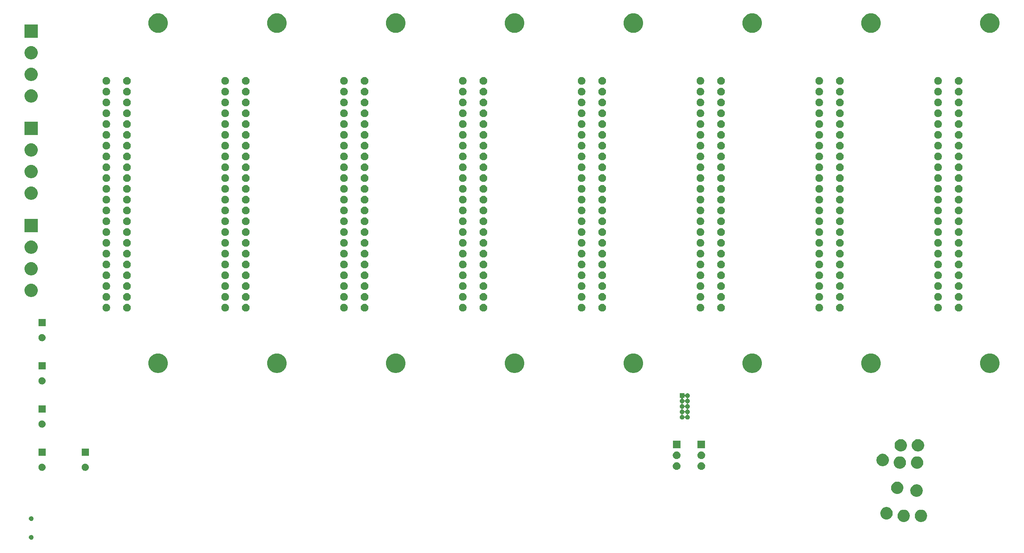
<source format=gbr>
G04 #@! TF.GenerationSoftware,KiCad,Pcbnew,5.0.2-bee76a0~70~ubuntu18.04.1*
G04 #@! TF.CreationDate,2019-07-24T21:10:09-04:00*
G04 #@! TF.ProjectId,Mother Board,4d6f7468-6572-4204-926f-6172642e6b69,rev?*
G04 #@! TF.SameCoordinates,Original*
G04 #@! TF.FileFunction,Soldermask,Bot*
G04 #@! TF.FilePolarity,Negative*
%FSLAX46Y46*%
G04 Gerber Fmt 4.6, Leading zero omitted, Abs format (unit mm)*
G04 Created by KiCad (PCBNEW 5.0.2-bee76a0~70~ubuntu18.04.1) date Wed 24 Jul 2019 09:10:09 PM EDT*
%MOMM*%
%LPD*%
G01*
G04 APERTURE LIST*
%ADD10C,0.100000*%
G04 APERTURE END LIST*
D10*
G36*
X40800721Y-141370174D02*
X40900995Y-141411709D01*
X40991245Y-141472012D01*
X41067988Y-141548755D01*
X41128291Y-141639005D01*
X41169826Y-141739279D01*
X41191000Y-141845730D01*
X41191000Y-141954270D01*
X41169826Y-142060721D01*
X41128291Y-142160995D01*
X41067988Y-142251245D01*
X40991245Y-142327988D01*
X40900995Y-142388291D01*
X40800721Y-142429826D01*
X40694270Y-142451000D01*
X40585730Y-142451000D01*
X40479279Y-142429826D01*
X40379005Y-142388291D01*
X40288755Y-142327988D01*
X40212012Y-142251245D01*
X40151709Y-142160995D01*
X40110174Y-142060721D01*
X40089000Y-141954270D01*
X40089000Y-141845730D01*
X40110174Y-141739279D01*
X40151709Y-141639005D01*
X40212012Y-141548755D01*
X40288755Y-141472012D01*
X40379005Y-141411709D01*
X40479279Y-141370174D01*
X40585730Y-141349000D01*
X40694270Y-141349000D01*
X40800721Y-141370174D01*
X40800721Y-141370174D01*
G37*
G36*
X250283239Y-135454761D02*
X250283241Y-135454762D01*
X250283242Y-135454762D01*
X250547307Y-135564141D01*
X250547308Y-135564142D01*
X250784963Y-135722938D01*
X250987064Y-135925039D01*
X250987066Y-135925042D01*
X251145861Y-136162695D01*
X251241220Y-136392913D01*
X251255241Y-136426763D01*
X251311001Y-136707089D01*
X251311001Y-136992913D01*
X251262051Y-137239005D01*
X251255240Y-137273242D01*
X251145861Y-137537307D01*
X251063398Y-137660721D01*
X250987064Y-137774963D01*
X250784963Y-137977064D01*
X250784960Y-137977066D01*
X250547307Y-138135861D01*
X250283242Y-138245240D01*
X250283241Y-138245240D01*
X250283239Y-138245241D01*
X250002913Y-138301001D01*
X249717089Y-138301001D01*
X249436763Y-138245241D01*
X249436761Y-138245240D01*
X249436760Y-138245240D01*
X249172695Y-138135861D01*
X248935042Y-137977066D01*
X248935039Y-137977064D01*
X248732938Y-137774963D01*
X248656604Y-137660721D01*
X248574141Y-137537307D01*
X248464762Y-137273242D01*
X248457952Y-137239005D01*
X248409001Y-136992913D01*
X248409001Y-136707089D01*
X248464761Y-136426763D01*
X248478782Y-136392913D01*
X248574141Y-136162695D01*
X248732936Y-135925042D01*
X248732938Y-135925039D01*
X248935039Y-135722938D01*
X249172694Y-135564142D01*
X249172695Y-135564141D01*
X249436760Y-135454762D01*
X249436761Y-135454762D01*
X249436763Y-135454761D01*
X249717089Y-135399001D01*
X250002913Y-135399001D01*
X250283239Y-135454761D01*
X250283239Y-135454761D01*
G37*
G36*
X246233239Y-135454761D02*
X246233241Y-135454762D01*
X246233242Y-135454762D01*
X246497307Y-135564141D01*
X246497308Y-135564142D01*
X246734963Y-135722938D01*
X246937064Y-135925039D01*
X246937066Y-135925042D01*
X247095861Y-136162695D01*
X247191220Y-136392913D01*
X247205241Y-136426763D01*
X247261001Y-136707089D01*
X247261001Y-136992913D01*
X247212051Y-137239005D01*
X247205240Y-137273242D01*
X247095861Y-137537307D01*
X247013398Y-137660721D01*
X246937064Y-137774963D01*
X246734963Y-137977064D01*
X246734960Y-137977066D01*
X246497307Y-138135861D01*
X246233242Y-138245240D01*
X246233241Y-138245240D01*
X246233239Y-138245241D01*
X245952913Y-138301001D01*
X245667089Y-138301001D01*
X245386763Y-138245241D01*
X245386761Y-138245240D01*
X245386760Y-138245240D01*
X245122695Y-138135861D01*
X244885042Y-137977066D01*
X244885039Y-137977064D01*
X244682938Y-137774963D01*
X244606604Y-137660721D01*
X244524141Y-137537307D01*
X244414762Y-137273242D01*
X244407952Y-137239005D01*
X244359001Y-136992913D01*
X244359001Y-136707089D01*
X244414761Y-136426763D01*
X244428782Y-136392913D01*
X244524141Y-136162695D01*
X244682936Y-135925042D01*
X244682938Y-135925039D01*
X244885039Y-135722938D01*
X245122694Y-135564142D01*
X245122695Y-135564141D01*
X245386760Y-135454762D01*
X245386761Y-135454762D01*
X245386763Y-135454761D01*
X245667089Y-135399001D01*
X245952913Y-135399001D01*
X246233239Y-135454761D01*
X246233239Y-135454761D01*
G37*
G36*
X40800721Y-136970174D02*
X40900995Y-137011709D01*
X40991245Y-137072012D01*
X41067988Y-137148755D01*
X41128291Y-137239005D01*
X41169826Y-137339279D01*
X41191000Y-137445730D01*
X41191000Y-137554270D01*
X41169826Y-137660721D01*
X41128291Y-137760995D01*
X41067988Y-137851245D01*
X40991245Y-137927988D01*
X40900995Y-137988291D01*
X40800721Y-138029826D01*
X40694270Y-138051000D01*
X40585730Y-138051000D01*
X40479279Y-138029826D01*
X40379005Y-137988291D01*
X40288755Y-137927988D01*
X40212012Y-137851245D01*
X40151709Y-137760995D01*
X40110174Y-137660721D01*
X40089000Y-137554270D01*
X40089000Y-137445730D01*
X40110174Y-137339279D01*
X40151709Y-137239005D01*
X40212012Y-137148755D01*
X40288755Y-137072012D01*
X40379005Y-137011709D01*
X40479279Y-136970174D01*
X40585730Y-136949000D01*
X40694270Y-136949000D01*
X40800721Y-136970174D01*
X40800721Y-136970174D01*
G37*
G36*
X242183239Y-134854761D02*
X242183241Y-134854762D01*
X242183242Y-134854762D01*
X242447307Y-134964141D01*
X242447308Y-134964142D01*
X242684963Y-135122938D01*
X242887064Y-135325039D01*
X242887066Y-135325042D01*
X243045861Y-135562695D01*
X243155240Y-135826760D01*
X243155241Y-135826763D01*
X243211001Y-136107089D01*
X243211001Y-136392912D01*
X243155240Y-136673242D01*
X243045861Y-136937307D01*
X243045860Y-136937308D01*
X242887064Y-137174963D01*
X242684963Y-137377064D01*
X242684960Y-137377066D01*
X242447307Y-137535861D01*
X242183242Y-137645240D01*
X242183241Y-137645240D01*
X242183239Y-137645241D01*
X241902913Y-137701001D01*
X241617089Y-137701001D01*
X241336763Y-137645241D01*
X241336761Y-137645240D01*
X241336760Y-137645240D01*
X241072695Y-137535861D01*
X240835042Y-137377066D01*
X240835039Y-137377064D01*
X240632938Y-137174963D01*
X240474142Y-136937308D01*
X240474141Y-136937307D01*
X240364762Y-136673242D01*
X240309001Y-136392912D01*
X240309001Y-136107089D01*
X240364761Y-135826763D01*
X240364762Y-135826760D01*
X240474141Y-135562695D01*
X240632936Y-135325042D01*
X240632938Y-135325039D01*
X240835039Y-135122938D01*
X241072694Y-134964142D01*
X241072695Y-134964141D01*
X241336760Y-134854762D01*
X241336761Y-134854762D01*
X241336763Y-134854761D01*
X241617089Y-134799001D01*
X241902913Y-134799001D01*
X242183239Y-134854761D01*
X242183239Y-134854761D01*
G37*
G36*
X249253239Y-129514761D02*
X249253241Y-129514762D01*
X249253242Y-129514762D01*
X249517307Y-129624141D01*
X249517308Y-129624142D01*
X249754963Y-129782938D01*
X249957064Y-129985039D01*
X249957066Y-129985042D01*
X250115861Y-130222695D01*
X250225240Y-130486760D01*
X250225241Y-130486763D01*
X250281001Y-130767089D01*
X250281001Y-131052913D01*
X250254735Y-131184963D01*
X250225240Y-131333242D01*
X250115861Y-131597307D01*
X250039893Y-131711001D01*
X249957064Y-131834963D01*
X249754963Y-132037064D01*
X249754960Y-132037066D01*
X249517307Y-132195861D01*
X249253242Y-132305240D01*
X249253241Y-132305240D01*
X249253239Y-132305241D01*
X248972913Y-132361001D01*
X248687089Y-132361001D01*
X248406763Y-132305241D01*
X248406761Y-132305240D01*
X248406760Y-132305240D01*
X248142695Y-132195861D01*
X247905042Y-132037066D01*
X247905039Y-132037064D01*
X247702938Y-131834963D01*
X247620109Y-131711001D01*
X247544141Y-131597307D01*
X247434762Y-131333242D01*
X247405268Y-131184963D01*
X247379001Y-131052913D01*
X247379001Y-130767089D01*
X247434761Y-130486763D01*
X247434762Y-130486760D01*
X247544141Y-130222695D01*
X247702936Y-129985042D01*
X247702938Y-129985039D01*
X247905039Y-129782938D01*
X248142694Y-129624142D01*
X248142695Y-129624141D01*
X248406760Y-129514762D01*
X248406761Y-129514762D01*
X248406763Y-129514761D01*
X248687089Y-129459001D01*
X248972913Y-129459001D01*
X249253239Y-129514761D01*
X249253239Y-129514761D01*
G37*
G36*
X244703239Y-128864761D02*
X244703241Y-128864762D01*
X244703242Y-128864762D01*
X244967307Y-128974141D01*
X244967308Y-128974142D01*
X245204963Y-129132938D01*
X245407064Y-129335039D01*
X245407066Y-129335042D01*
X245565861Y-129572695D01*
X245652945Y-129782936D01*
X245675241Y-129836763D01*
X245704735Y-129985042D01*
X245731001Y-130117090D01*
X245731001Y-130402912D01*
X245675240Y-130683242D01*
X245565861Y-130947307D01*
X245565860Y-130947308D01*
X245407064Y-131184963D01*
X245204963Y-131387064D01*
X245204960Y-131387066D01*
X244967307Y-131545861D01*
X244703242Y-131655240D01*
X244703241Y-131655240D01*
X244703239Y-131655241D01*
X244422913Y-131711001D01*
X244137089Y-131711001D01*
X243856763Y-131655241D01*
X243856761Y-131655240D01*
X243856760Y-131655240D01*
X243592695Y-131545861D01*
X243355042Y-131387066D01*
X243355039Y-131387064D01*
X243152938Y-131184963D01*
X242994142Y-130947308D01*
X242994141Y-130947307D01*
X242884762Y-130683242D01*
X242829001Y-130402912D01*
X242829001Y-130117090D01*
X242855267Y-129985042D01*
X242884761Y-129836763D01*
X242907057Y-129782936D01*
X242994141Y-129572695D01*
X243152936Y-129335042D01*
X243152938Y-129335039D01*
X243355039Y-129132938D01*
X243592694Y-128974142D01*
X243592695Y-128974141D01*
X243856760Y-128864762D01*
X243856761Y-128864762D01*
X243856763Y-128864761D01*
X244137089Y-128809001D01*
X244422913Y-128809001D01*
X244703239Y-128864761D01*
X244703239Y-128864761D01*
G37*
G36*
X43428228Y-124601703D02*
X43583100Y-124665853D01*
X43722481Y-124758985D01*
X43841015Y-124877519D01*
X43934147Y-125016900D01*
X43998297Y-125171772D01*
X44031000Y-125336184D01*
X44031000Y-125503816D01*
X43998297Y-125668228D01*
X43934147Y-125823100D01*
X43841015Y-125962481D01*
X43722481Y-126081015D01*
X43583100Y-126174147D01*
X43428228Y-126238297D01*
X43263816Y-126271000D01*
X43096184Y-126271000D01*
X42931772Y-126238297D01*
X42776900Y-126174147D01*
X42637519Y-126081015D01*
X42518985Y-125962481D01*
X42425853Y-125823100D01*
X42361703Y-125668228D01*
X42329000Y-125503816D01*
X42329000Y-125336184D01*
X42361703Y-125171772D01*
X42425853Y-125016900D01*
X42518985Y-124877519D01*
X42637519Y-124758985D01*
X42776900Y-124665853D01*
X42931772Y-124601703D01*
X43096184Y-124569000D01*
X43263816Y-124569000D01*
X43428228Y-124601703D01*
X43428228Y-124601703D01*
G37*
G36*
X53588228Y-124601703D02*
X53743100Y-124665853D01*
X53882481Y-124758985D01*
X54001015Y-124877519D01*
X54094147Y-125016900D01*
X54158297Y-125171772D01*
X54191000Y-125336184D01*
X54191000Y-125503816D01*
X54158297Y-125668228D01*
X54094147Y-125823100D01*
X54001015Y-125962481D01*
X53882481Y-126081015D01*
X53743100Y-126174147D01*
X53588228Y-126238297D01*
X53423816Y-126271000D01*
X53256184Y-126271000D01*
X53091772Y-126238297D01*
X52936900Y-126174147D01*
X52797519Y-126081015D01*
X52678985Y-125962481D01*
X52585853Y-125823100D01*
X52521703Y-125668228D01*
X52489000Y-125503816D01*
X52489000Y-125336184D01*
X52521703Y-125171772D01*
X52585853Y-125016900D01*
X52678985Y-124877519D01*
X52797519Y-124758985D01*
X52936900Y-124665853D01*
X53091772Y-124601703D01*
X53256184Y-124569000D01*
X53423816Y-124569000D01*
X53588228Y-124601703D01*
X53588228Y-124601703D01*
G37*
G36*
X192515443Y-124255520D02*
X192581627Y-124262038D01*
X192694853Y-124296385D01*
X192751467Y-124313558D01*
X192890087Y-124387653D01*
X192907991Y-124397223D01*
X192943729Y-124426553D01*
X193045186Y-124509815D01*
X193120595Y-124601703D01*
X193157778Y-124647010D01*
X193157779Y-124647012D01*
X193241443Y-124803534D01*
X193241443Y-124803535D01*
X193292963Y-124973374D01*
X193310359Y-125150001D01*
X193292963Y-125326628D01*
X193290064Y-125336184D01*
X193241443Y-125496468D01*
X193237515Y-125503816D01*
X193157778Y-125652992D01*
X193145274Y-125668228D01*
X193045186Y-125790187D01*
X192943729Y-125873449D01*
X192907991Y-125902779D01*
X192907989Y-125902780D01*
X192751467Y-125986444D01*
X192694853Y-126003617D01*
X192581627Y-126037964D01*
X192515442Y-126044483D01*
X192449260Y-126051001D01*
X192360740Y-126051001D01*
X192294558Y-126044483D01*
X192228373Y-126037964D01*
X192115147Y-126003617D01*
X192058533Y-125986444D01*
X191902011Y-125902780D01*
X191902009Y-125902779D01*
X191866271Y-125873449D01*
X191764814Y-125790187D01*
X191664726Y-125668228D01*
X191652222Y-125652992D01*
X191572485Y-125503816D01*
X191568557Y-125496468D01*
X191519936Y-125336184D01*
X191517037Y-125326628D01*
X191499641Y-125150001D01*
X191517037Y-124973374D01*
X191568557Y-124803535D01*
X191568557Y-124803534D01*
X191652221Y-124647012D01*
X191652222Y-124647010D01*
X191689405Y-124601703D01*
X191764814Y-124509815D01*
X191866271Y-124426553D01*
X191902009Y-124397223D01*
X191919913Y-124387653D01*
X192058533Y-124313558D01*
X192115147Y-124296385D01*
X192228373Y-124262038D01*
X192294557Y-124255520D01*
X192360740Y-124249001D01*
X192449260Y-124249001D01*
X192515443Y-124255520D01*
X192515443Y-124255520D01*
G37*
G36*
X198330444Y-124255520D02*
X198396628Y-124262038D01*
X198509854Y-124296385D01*
X198566468Y-124313558D01*
X198705088Y-124387653D01*
X198722992Y-124397223D01*
X198758730Y-124426553D01*
X198860187Y-124509815D01*
X198935596Y-124601703D01*
X198972779Y-124647010D01*
X198972780Y-124647012D01*
X199056444Y-124803534D01*
X199056444Y-124803535D01*
X199107964Y-124973374D01*
X199125360Y-125150001D01*
X199107964Y-125326628D01*
X199105065Y-125336184D01*
X199056444Y-125496468D01*
X199052516Y-125503816D01*
X198972779Y-125652992D01*
X198960275Y-125668228D01*
X198860187Y-125790187D01*
X198758730Y-125873449D01*
X198722992Y-125902779D01*
X198722990Y-125902780D01*
X198566468Y-125986444D01*
X198509854Y-126003617D01*
X198396628Y-126037964D01*
X198330443Y-126044483D01*
X198264261Y-126051001D01*
X198175741Y-126051001D01*
X198109559Y-126044483D01*
X198043374Y-126037964D01*
X197930148Y-126003617D01*
X197873534Y-125986444D01*
X197717012Y-125902780D01*
X197717010Y-125902779D01*
X197681272Y-125873449D01*
X197579815Y-125790187D01*
X197479727Y-125668228D01*
X197467223Y-125652992D01*
X197387486Y-125503816D01*
X197383558Y-125496468D01*
X197334937Y-125336184D01*
X197332038Y-125326628D01*
X197314642Y-125150001D01*
X197332038Y-124973374D01*
X197383558Y-124803535D01*
X197383558Y-124803534D01*
X197467222Y-124647012D01*
X197467223Y-124647010D01*
X197504406Y-124601703D01*
X197579815Y-124509815D01*
X197681272Y-124426553D01*
X197717010Y-124397223D01*
X197734914Y-124387653D01*
X197873534Y-124313558D01*
X197930148Y-124296385D01*
X198043374Y-124262038D01*
X198109558Y-124255520D01*
X198175741Y-124249001D01*
X198264261Y-124249001D01*
X198330444Y-124255520D01*
X198330444Y-124255520D01*
G37*
G36*
X245333239Y-122924761D02*
X245333241Y-122924762D01*
X245333242Y-122924762D01*
X245597307Y-123034141D01*
X245831755Y-123190795D01*
X245834963Y-123192938D01*
X246037064Y-123395039D01*
X246037066Y-123395042D01*
X246195861Y-123632695D01*
X246291220Y-123862913D01*
X246305241Y-123896763D01*
X246361001Y-124177089D01*
X246361001Y-124462913D01*
X246320634Y-124665854D01*
X246305240Y-124743242D01*
X246195861Y-125007307D01*
X246100516Y-125150001D01*
X246037064Y-125244963D01*
X245834963Y-125447064D01*
X245834960Y-125447066D01*
X245597307Y-125605861D01*
X245333242Y-125715240D01*
X245333241Y-125715240D01*
X245333239Y-125715241D01*
X245052913Y-125771001D01*
X244767089Y-125771001D01*
X244486763Y-125715241D01*
X244486761Y-125715240D01*
X244486760Y-125715240D01*
X244222695Y-125605861D01*
X243985042Y-125447066D01*
X243985039Y-125447064D01*
X243782938Y-125244963D01*
X243719486Y-125150001D01*
X243624141Y-125007307D01*
X243514762Y-124743242D01*
X243499369Y-124665854D01*
X243459001Y-124462913D01*
X243459001Y-124177089D01*
X243514761Y-123896763D01*
X243528782Y-123862913D01*
X243624141Y-123632695D01*
X243782936Y-123395042D01*
X243782938Y-123395039D01*
X243985039Y-123192938D01*
X243988247Y-123190795D01*
X244222695Y-123034141D01*
X244486760Y-122924762D01*
X244486761Y-122924762D01*
X244486763Y-122924761D01*
X244767089Y-122869001D01*
X245052913Y-122869001D01*
X245333239Y-122924761D01*
X245333239Y-122924761D01*
G37*
G36*
X249383239Y-122924761D02*
X249383241Y-122924762D01*
X249383242Y-122924762D01*
X249647307Y-123034141D01*
X249881755Y-123190795D01*
X249884963Y-123192938D01*
X250087064Y-123395039D01*
X250087066Y-123395042D01*
X250245861Y-123632695D01*
X250341220Y-123862913D01*
X250355241Y-123896763D01*
X250411001Y-124177089D01*
X250411001Y-124462913D01*
X250370634Y-124665854D01*
X250355240Y-124743242D01*
X250245861Y-125007307D01*
X250150516Y-125150001D01*
X250087064Y-125244963D01*
X249884963Y-125447064D01*
X249884960Y-125447066D01*
X249647307Y-125605861D01*
X249383242Y-125715240D01*
X249383241Y-125715240D01*
X249383239Y-125715241D01*
X249102913Y-125771001D01*
X248817089Y-125771001D01*
X248536763Y-125715241D01*
X248536761Y-125715240D01*
X248536760Y-125715240D01*
X248272695Y-125605861D01*
X248035042Y-125447066D01*
X248035039Y-125447064D01*
X247832938Y-125244963D01*
X247769486Y-125150001D01*
X247674141Y-125007307D01*
X247564762Y-124743242D01*
X247549369Y-124665854D01*
X247509001Y-124462913D01*
X247509001Y-124177089D01*
X247564761Y-123896763D01*
X247578782Y-123862913D01*
X247674141Y-123632695D01*
X247832936Y-123395042D01*
X247832938Y-123395039D01*
X248035039Y-123192938D01*
X248038247Y-123190795D01*
X248272695Y-123034141D01*
X248536760Y-122924762D01*
X248536761Y-122924762D01*
X248536763Y-122924761D01*
X248817089Y-122869001D01*
X249102913Y-122869001D01*
X249383239Y-122924761D01*
X249383239Y-122924761D01*
G37*
G36*
X241283239Y-122324761D02*
X241283241Y-122324762D01*
X241283242Y-122324762D01*
X241547307Y-122434141D01*
X241547308Y-122434142D01*
X241784963Y-122592938D01*
X241987064Y-122795039D01*
X241987066Y-122795042D01*
X242145861Y-123032695D01*
X242235948Y-123250186D01*
X242255241Y-123296763D01*
X242285014Y-123446444D01*
X242311001Y-123577090D01*
X242311001Y-123862912D01*
X242255240Y-124143242D01*
X242145861Y-124407307D01*
X242037821Y-124569000D01*
X241987064Y-124644963D01*
X241784963Y-124847064D01*
X241784960Y-124847066D01*
X241547307Y-125005861D01*
X241283242Y-125115240D01*
X241283241Y-125115240D01*
X241283239Y-125115241D01*
X241002913Y-125171001D01*
X240717089Y-125171001D01*
X240436763Y-125115241D01*
X240436761Y-125115240D01*
X240436760Y-125115240D01*
X240172695Y-125005861D01*
X239935042Y-124847066D01*
X239935039Y-124847064D01*
X239732938Y-124644963D01*
X239682181Y-124569000D01*
X239574141Y-124407307D01*
X239464762Y-124143242D01*
X239409001Y-123862912D01*
X239409001Y-123577090D01*
X239434988Y-123446444D01*
X239464761Y-123296763D01*
X239484054Y-123250186D01*
X239574141Y-123032695D01*
X239732936Y-122795042D01*
X239732938Y-122795039D01*
X239935039Y-122592938D01*
X240172694Y-122434142D01*
X240172695Y-122434141D01*
X240436760Y-122324762D01*
X240436761Y-122324762D01*
X240436763Y-122324761D01*
X240717089Y-122269001D01*
X241002913Y-122269001D01*
X241283239Y-122324761D01*
X241283239Y-122324761D01*
G37*
G36*
X198330443Y-121715519D02*
X198396628Y-121722038D01*
X198509854Y-121756385D01*
X198566468Y-121773558D01*
X198705088Y-121847653D01*
X198722992Y-121857223D01*
X198758730Y-121886553D01*
X198860187Y-121969815D01*
X198943449Y-122071272D01*
X198972779Y-122107010D01*
X198972780Y-122107012D01*
X199056444Y-122263534D01*
X199056444Y-122263535D01*
X199107964Y-122433374D01*
X199125360Y-122610001D01*
X199107964Y-122786628D01*
X199082976Y-122869001D01*
X199056444Y-122956468D01*
X199015700Y-123032694D01*
X198972779Y-123112992D01*
X198943449Y-123148730D01*
X198860187Y-123250187D01*
X198758730Y-123333449D01*
X198722992Y-123362779D01*
X198722990Y-123362780D01*
X198566468Y-123446444D01*
X198509854Y-123463617D01*
X198396628Y-123497964D01*
X198330443Y-123504483D01*
X198264261Y-123511001D01*
X198175741Y-123511001D01*
X198109559Y-123504483D01*
X198043374Y-123497964D01*
X197930148Y-123463617D01*
X197873534Y-123446444D01*
X197717012Y-123362780D01*
X197717010Y-123362779D01*
X197681272Y-123333449D01*
X197579815Y-123250187D01*
X197496553Y-123148730D01*
X197467223Y-123112992D01*
X197424302Y-123032694D01*
X197383558Y-122956468D01*
X197357026Y-122869001D01*
X197332038Y-122786628D01*
X197314642Y-122610001D01*
X197332038Y-122433374D01*
X197383558Y-122263535D01*
X197383558Y-122263534D01*
X197467222Y-122107012D01*
X197467223Y-122107010D01*
X197496553Y-122071272D01*
X197579815Y-121969815D01*
X197681272Y-121886553D01*
X197717010Y-121857223D01*
X197734914Y-121847653D01*
X197873534Y-121773558D01*
X197930148Y-121756385D01*
X198043374Y-121722038D01*
X198109559Y-121715519D01*
X198175741Y-121709001D01*
X198264261Y-121709001D01*
X198330443Y-121715519D01*
X198330443Y-121715519D01*
G37*
G36*
X192515442Y-121715519D02*
X192581627Y-121722038D01*
X192694853Y-121756385D01*
X192751467Y-121773558D01*
X192890087Y-121847653D01*
X192907991Y-121857223D01*
X192943729Y-121886553D01*
X193045186Y-121969815D01*
X193128448Y-122071272D01*
X193157778Y-122107010D01*
X193157779Y-122107012D01*
X193241443Y-122263534D01*
X193241443Y-122263535D01*
X193292963Y-122433374D01*
X193310359Y-122610001D01*
X193292963Y-122786628D01*
X193267975Y-122869001D01*
X193241443Y-122956468D01*
X193200699Y-123032694D01*
X193157778Y-123112992D01*
X193128448Y-123148730D01*
X193045186Y-123250187D01*
X192943729Y-123333449D01*
X192907991Y-123362779D01*
X192907989Y-123362780D01*
X192751467Y-123446444D01*
X192694853Y-123463617D01*
X192581627Y-123497964D01*
X192515442Y-123504483D01*
X192449260Y-123511001D01*
X192360740Y-123511001D01*
X192294558Y-123504483D01*
X192228373Y-123497964D01*
X192115147Y-123463617D01*
X192058533Y-123446444D01*
X191902011Y-123362780D01*
X191902009Y-123362779D01*
X191866271Y-123333449D01*
X191764814Y-123250187D01*
X191681552Y-123148730D01*
X191652222Y-123112992D01*
X191609301Y-123032694D01*
X191568557Y-122956468D01*
X191542025Y-122869001D01*
X191517037Y-122786628D01*
X191499641Y-122610001D01*
X191517037Y-122433374D01*
X191568557Y-122263535D01*
X191568557Y-122263534D01*
X191652221Y-122107012D01*
X191652222Y-122107010D01*
X191681552Y-122071272D01*
X191764814Y-121969815D01*
X191866271Y-121886553D01*
X191902009Y-121857223D01*
X191919913Y-121847653D01*
X192058533Y-121773558D01*
X192115147Y-121756385D01*
X192228373Y-121722038D01*
X192294558Y-121715519D01*
X192360740Y-121709001D01*
X192449260Y-121709001D01*
X192515442Y-121715519D01*
X192515442Y-121715519D01*
G37*
G36*
X54191000Y-122771000D02*
X52489000Y-122771000D01*
X52489000Y-121069000D01*
X54191000Y-121069000D01*
X54191000Y-122771000D01*
X54191000Y-122771000D01*
G37*
G36*
X44031000Y-122771000D02*
X42329000Y-122771000D01*
X42329000Y-121069000D01*
X44031000Y-121069000D01*
X44031000Y-122771000D01*
X44031000Y-122771000D01*
G37*
G36*
X245533239Y-118874761D02*
X245533241Y-118874762D01*
X245533242Y-118874762D01*
X245797307Y-118984141D01*
X245797308Y-118984142D01*
X246034963Y-119142938D01*
X246237064Y-119345039D01*
X246237066Y-119345042D01*
X246395861Y-119582695D01*
X246505240Y-119846760D01*
X246561001Y-120127090D01*
X246561001Y-120412912D01*
X246505240Y-120693242D01*
X246395861Y-120957307D01*
X246395860Y-120957308D01*
X246237064Y-121194963D01*
X246034963Y-121397064D01*
X246034960Y-121397066D01*
X245797307Y-121555861D01*
X245533242Y-121665240D01*
X245533241Y-121665240D01*
X245533239Y-121665241D01*
X245252913Y-121721001D01*
X244967089Y-121721001D01*
X244686763Y-121665241D01*
X244686761Y-121665240D01*
X244686760Y-121665240D01*
X244422695Y-121555861D01*
X244185042Y-121397066D01*
X244185039Y-121397064D01*
X243982938Y-121194963D01*
X243824142Y-120957308D01*
X243824141Y-120957307D01*
X243714762Y-120693242D01*
X243659001Y-120412912D01*
X243659001Y-120127090D01*
X243714762Y-119846760D01*
X243824141Y-119582695D01*
X243982936Y-119345042D01*
X243982938Y-119345039D01*
X244185039Y-119142938D01*
X244422694Y-118984142D01*
X244422695Y-118984141D01*
X244686760Y-118874762D01*
X244686761Y-118874762D01*
X244686763Y-118874761D01*
X244967089Y-118819001D01*
X245252913Y-118819001D01*
X245533239Y-118874761D01*
X245533239Y-118874761D01*
G37*
G36*
X249583239Y-118874761D02*
X249583241Y-118874762D01*
X249583242Y-118874762D01*
X249847307Y-118984141D01*
X249847308Y-118984142D01*
X250084963Y-119142938D01*
X250287064Y-119345039D01*
X250287066Y-119345042D01*
X250445861Y-119582695D01*
X250555240Y-119846760D01*
X250611001Y-120127090D01*
X250611001Y-120412912D01*
X250555240Y-120693242D01*
X250445861Y-120957307D01*
X250445860Y-120957308D01*
X250287064Y-121194963D01*
X250084963Y-121397064D01*
X250084960Y-121397066D01*
X249847307Y-121555861D01*
X249583242Y-121665240D01*
X249583241Y-121665240D01*
X249583239Y-121665241D01*
X249302913Y-121721001D01*
X249017089Y-121721001D01*
X248736763Y-121665241D01*
X248736761Y-121665240D01*
X248736760Y-121665240D01*
X248472695Y-121555861D01*
X248235042Y-121397066D01*
X248235039Y-121397064D01*
X248032938Y-121194963D01*
X247874142Y-120957308D01*
X247874141Y-120957307D01*
X247764762Y-120693242D01*
X247709001Y-120412912D01*
X247709001Y-120127090D01*
X247764762Y-119846760D01*
X247874141Y-119582695D01*
X248032936Y-119345042D01*
X248032938Y-119345039D01*
X248235039Y-119142938D01*
X248472694Y-118984142D01*
X248472695Y-118984141D01*
X248736760Y-118874762D01*
X248736761Y-118874762D01*
X248736763Y-118874761D01*
X249017089Y-118819001D01*
X249302913Y-118819001D01*
X249583239Y-118874761D01*
X249583239Y-118874761D01*
G37*
G36*
X199121001Y-120971001D02*
X197319001Y-120971001D01*
X197319001Y-119169001D01*
X199121001Y-119169001D01*
X199121001Y-120971001D01*
X199121001Y-120971001D01*
G37*
G36*
X193306000Y-120971001D02*
X191504000Y-120971001D01*
X191504000Y-119169001D01*
X193306000Y-119169001D01*
X193306000Y-120971001D01*
X193306000Y-120971001D01*
G37*
G36*
X43428228Y-114441703D02*
X43583100Y-114505853D01*
X43722481Y-114598985D01*
X43841015Y-114717519D01*
X43934147Y-114856900D01*
X43998297Y-115011772D01*
X44031000Y-115176184D01*
X44031000Y-115343816D01*
X43998297Y-115508228D01*
X43934147Y-115663100D01*
X43841015Y-115802481D01*
X43722481Y-115921015D01*
X43583100Y-116014147D01*
X43428228Y-116078297D01*
X43263816Y-116111000D01*
X43096184Y-116111000D01*
X42931772Y-116078297D01*
X42776900Y-116014147D01*
X42637519Y-115921015D01*
X42518985Y-115802481D01*
X42425853Y-115663100D01*
X42361703Y-115508228D01*
X42329000Y-115343816D01*
X42329000Y-115176184D01*
X42361703Y-115011772D01*
X42425853Y-114856900D01*
X42518985Y-114717519D01*
X42637519Y-114598985D01*
X42776900Y-114505853D01*
X42931772Y-114441703D01*
X43096184Y-114409000D01*
X43263816Y-114409000D01*
X43428228Y-114441703D01*
X43428228Y-114441703D01*
G37*
G36*
X194226000Y-108262262D02*
X194228402Y-108286648D01*
X194235515Y-108310097D01*
X194247066Y-108331708D01*
X194262612Y-108350650D01*
X194281554Y-108366196D01*
X194303165Y-108377747D01*
X194326614Y-108384860D01*
X194351000Y-108387262D01*
X194375386Y-108384860D01*
X194398835Y-108377747D01*
X194420446Y-108366196D01*
X194439388Y-108350650D01*
X194461236Y-108321192D01*
X194484644Y-108277400D01*
X194553499Y-108193499D01*
X194637400Y-108124644D01*
X194733121Y-108073479D01*
X194836985Y-108041973D01*
X194917933Y-108034000D01*
X194972067Y-108034000D01*
X195053015Y-108041973D01*
X195156879Y-108073479D01*
X195252600Y-108124644D01*
X195336501Y-108193499D01*
X195405356Y-108277400D01*
X195456521Y-108373121D01*
X195488027Y-108476985D01*
X195498666Y-108585000D01*
X195488027Y-108693015D01*
X195456521Y-108796879D01*
X195405356Y-108892600D01*
X195336501Y-108976501D01*
X195252600Y-109045356D01*
X195156879Y-109096521D01*
X195144142Y-109100385D01*
X195121507Y-109109760D01*
X195101133Y-109123374D01*
X195083806Y-109140701D01*
X195070192Y-109161076D01*
X195060814Y-109183715D01*
X195056034Y-109207748D01*
X195056034Y-109232252D01*
X195060815Y-109256286D01*
X195070192Y-109278925D01*
X195083806Y-109299299D01*
X195101133Y-109316626D01*
X195121508Y-109330240D01*
X195144142Y-109339615D01*
X195156879Y-109343479D01*
X195252600Y-109394644D01*
X195336501Y-109463499D01*
X195405356Y-109547400D01*
X195456521Y-109643121D01*
X195488027Y-109746985D01*
X195498666Y-109855000D01*
X195488027Y-109963015D01*
X195456521Y-110066879D01*
X195405356Y-110162600D01*
X195336501Y-110246501D01*
X195252600Y-110315356D01*
X195156879Y-110366521D01*
X195144142Y-110370385D01*
X195121507Y-110379760D01*
X195101133Y-110393374D01*
X195083806Y-110410701D01*
X195070192Y-110431076D01*
X195060814Y-110453715D01*
X195056034Y-110477748D01*
X195056034Y-110502252D01*
X195060815Y-110526286D01*
X195070192Y-110548925D01*
X195083806Y-110569299D01*
X195101133Y-110586626D01*
X195121508Y-110600240D01*
X195144142Y-110609615D01*
X195156879Y-110613479D01*
X195252600Y-110664644D01*
X195336501Y-110733499D01*
X195405356Y-110817400D01*
X195456521Y-110913121D01*
X195488027Y-111016985D01*
X195498666Y-111125000D01*
X195488027Y-111233015D01*
X195456521Y-111336879D01*
X195405356Y-111432600D01*
X195336501Y-111516501D01*
X195252600Y-111585356D01*
X195156879Y-111636521D01*
X195144142Y-111640385D01*
X195121507Y-111649760D01*
X195101133Y-111663374D01*
X195083806Y-111680701D01*
X195070192Y-111701076D01*
X195060814Y-111723715D01*
X195056034Y-111747748D01*
X195056034Y-111772252D01*
X195060815Y-111796286D01*
X195070192Y-111818925D01*
X195083806Y-111839299D01*
X195101133Y-111856626D01*
X195121508Y-111870240D01*
X195144142Y-111879615D01*
X195156879Y-111883479D01*
X195252600Y-111934644D01*
X195336501Y-112003499D01*
X195405356Y-112087400D01*
X195456521Y-112183121D01*
X195488027Y-112286985D01*
X195498666Y-112395000D01*
X195488027Y-112503015D01*
X195456521Y-112606879D01*
X195405356Y-112702600D01*
X195336501Y-112786501D01*
X195252600Y-112855356D01*
X195156879Y-112906521D01*
X195144142Y-112910385D01*
X195121507Y-112919760D01*
X195101133Y-112933374D01*
X195083806Y-112950701D01*
X195070192Y-112971076D01*
X195060814Y-112993715D01*
X195056034Y-113017748D01*
X195056034Y-113042252D01*
X195060815Y-113066286D01*
X195070192Y-113088925D01*
X195083806Y-113109299D01*
X195101133Y-113126626D01*
X195121508Y-113140240D01*
X195144142Y-113149615D01*
X195156879Y-113153479D01*
X195252600Y-113204644D01*
X195336501Y-113273499D01*
X195405356Y-113357400D01*
X195456521Y-113453121D01*
X195488027Y-113556985D01*
X195498666Y-113665000D01*
X195488027Y-113773015D01*
X195456521Y-113876879D01*
X195405356Y-113972600D01*
X195336501Y-114056501D01*
X195252600Y-114125356D01*
X195156879Y-114176521D01*
X195053015Y-114208027D01*
X194972067Y-114216000D01*
X194917933Y-114216000D01*
X194836985Y-114208027D01*
X194733121Y-114176521D01*
X194637400Y-114125356D01*
X194553499Y-114056501D01*
X194484644Y-113972600D01*
X194433479Y-113876879D01*
X194429615Y-113864142D01*
X194420240Y-113841507D01*
X194406626Y-113821133D01*
X194389299Y-113803806D01*
X194368924Y-113790192D01*
X194346285Y-113780814D01*
X194322252Y-113776034D01*
X194297748Y-113776034D01*
X194273714Y-113780815D01*
X194251075Y-113790192D01*
X194230701Y-113803806D01*
X194213374Y-113821133D01*
X194199760Y-113841508D01*
X194190385Y-113864142D01*
X194186521Y-113876879D01*
X194135356Y-113972600D01*
X194066501Y-114056501D01*
X193982600Y-114125356D01*
X193886879Y-114176521D01*
X193783015Y-114208027D01*
X193702067Y-114216000D01*
X193647933Y-114216000D01*
X193566985Y-114208027D01*
X193463121Y-114176521D01*
X193367400Y-114125356D01*
X193283499Y-114056501D01*
X193214644Y-113972600D01*
X193163479Y-113876879D01*
X193131973Y-113773015D01*
X193121334Y-113665000D01*
X193131973Y-113556985D01*
X193163479Y-113453121D01*
X193214644Y-113357400D01*
X193283499Y-113273499D01*
X193367400Y-113204644D01*
X193463121Y-113153479D01*
X193475858Y-113149615D01*
X193498493Y-113140240D01*
X193518867Y-113126626D01*
X193536194Y-113109299D01*
X193549808Y-113088924D01*
X193559186Y-113066285D01*
X193563966Y-113042252D01*
X193563966Y-113017748D01*
X193786034Y-113017748D01*
X193786034Y-113042252D01*
X193790815Y-113066286D01*
X193800192Y-113088925D01*
X193813806Y-113109299D01*
X193831133Y-113126626D01*
X193851508Y-113140240D01*
X193874142Y-113149615D01*
X193886879Y-113153479D01*
X193982600Y-113204644D01*
X194066501Y-113273499D01*
X194135356Y-113357400D01*
X194186521Y-113453121D01*
X194190383Y-113465854D01*
X194199760Y-113488493D01*
X194213374Y-113508867D01*
X194230701Y-113526194D01*
X194251076Y-113539808D01*
X194273715Y-113549186D01*
X194297748Y-113553966D01*
X194322252Y-113553966D01*
X194346286Y-113549185D01*
X194368925Y-113539808D01*
X194389299Y-113526194D01*
X194406626Y-113508867D01*
X194420240Y-113488492D01*
X194429617Y-113465854D01*
X194433479Y-113453121D01*
X194484644Y-113357400D01*
X194553499Y-113273499D01*
X194637400Y-113204644D01*
X194733121Y-113153479D01*
X194745858Y-113149615D01*
X194768493Y-113140240D01*
X194788867Y-113126626D01*
X194806194Y-113109299D01*
X194819808Y-113088924D01*
X194829186Y-113066285D01*
X194833966Y-113042252D01*
X194833966Y-113017748D01*
X194829185Y-112993714D01*
X194819808Y-112971075D01*
X194806194Y-112950701D01*
X194788867Y-112933374D01*
X194768492Y-112919760D01*
X194745858Y-112910385D01*
X194733121Y-112906521D01*
X194637400Y-112855356D01*
X194553499Y-112786501D01*
X194484644Y-112702600D01*
X194433479Y-112606879D01*
X194429615Y-112594142D01*
X194420240Y-112571507D01*
X194406626Y-112551133D01*
X194389299Y-112533806D01*
X194368924Y-112520192D01*
X194346285Y-112510814D01*
X194322252Y-112506034D01*
X194297748Y-112506034D01*
X194273714Y-112510815D01*
X194251075Y-112520192D01*
X194230701Y-112533806D01*
X194213374Y-112551133D01*
X194199760Y-112571508D01*
X194190385Y-112594142D01*
X194186521Y-112606879D01*
X194135356Y-112702600D01*
X194066501Y-112786501D01*
X193982600Y-112855356D01*
X193886879Y-112906521D01*
X193874142Y-112910385D01*
X193851507Y-112919760D01*
X193831133Y-112933374D01*
X193813806Y-112950701D01*
X193800192Y-112971076D01*
X193790814Y-112993715D01*
X193786034Y-113017748D01*
X193563966Y-113017748D01*
X193559185Y-112993714D01*
X193549808Y-112971075D01*
X193536194Y-112950701D01*
X193518867Y-112933374D01*
X193498492Y-112919760D01*
X193475858Y-112910385D01*
X193463121Y-112906521D01*
X193367400Y-112855356D01*
X193283499Y-112786501D01*
X193214644Y-112702600D01*
X193163479Y-112606879D01*
X193131973Y-112503015D01*
X193121334Y-112395000D01*
X193131973Y-112286985D01*
X193163479Y-112183121D01*
X193214644Y-112087400D01*
X193283499Y-112003499D01*
X193367400Y-111934644D01*
X193463121Y-111883479D01*
X193475858Y-111879615D01*
X193498493Y-111870240D01*
X193518867Y-111856626D01*
X193536194Y-111839299D01*
X193549808Y-111818924D01*
X193559186Y-111796285D01*
X193563966Y-111772252D01*
X193563966Y-111747748D01*
X193786034Y-111747748D01*
X193786034Y-111772252D01*
X193790815Y-111796286D01*
X193800192Y-111818925D01*
X193813806Y-111839299D01*
X193831133Y-111856626D01*
X193851508Y-111870240D01*
X193874142Y-111879615D01*
X193886879Y-111883479D01*
X193982600Y-111934644D01*
X194066501Y-112003499D01*
X194135356Y-112087400D01*
X194186521Y-112183121D01*
X194190383Y-112195854D01*
X194199760Y-112218493D01*
X194213374Y-112238867D01*
X194230701Y-112256194D01*
X194251076Y-112269808D01*
X194273715Y-112279186D01*
X194297748Y-112283966D01*
X194322252Y-112283966D01*
X194346286Y-112279185D01*
X194368925Y-112269808D01*
X194389299Y-112256194D01*
X194406626Y-112238867D01*
X194420240Y-112218492D01*
X194429617Y-112195854D01*
X194433479Y-112183121D01*
X194484644Y-112087400D01*
X194553499Y-112003499D01*
X194637400Y-111934644D01*
X194733121Y-111883479D01*
X194745858Y-111879615D01*
X194768493Y-111870240D01*
X194788867Y-111856626D01*
X194806194Y-111839299D01*
X194819808Y-111818924D01*
X194829186Y-111796285D01*
X194833966Y-111772252D01*
X194833966Y-111747748D01*
X194829185Y-111723714D01*
X194819808Y-111701075D01*
X194806194Y-111680701D01*
X194788867Y-111663374D01*
X194768492Y-111649760D01*
X194745858Y-111640385D01*
X194733121Y-111636521D01*
X194637400Y-111585356D01*
X194553499Y-111516501D01*
X194484644Y-111432600D01*
X194433479Y-111336879D01*
X194429615Y-111324142D01*
X194420240Y-111301507D01*
X194406626Y-111281133D01*
X194389299Y-111263806D01*
X194368924Y-111250192D01*
X194346285Y-111240814D01*
X194322252Y-111236034D01*
X194297748Y-111236034D01*
X194273714Y-111240815D01*
X194251075Y-111250192D01*
X194230701Y-111263806D01*
X194213374Y-111281133D01*
X194199760Y-111301508D01*
X194190385Y-111324142D01*
X194186521Y-111336879D01*
X194135356Y-111432600D01*
X194066501Y-111516501D01*
X193982600Y-111585356D01*
X193886879Y-111636521D01*
X193874142Y-111640385D01*
X193851507Y-111649760D01*
X193831133Y-111663374D01*
X193813806Y-111680701D01*
X193800192Y-111701076D01*
X193790814Y-111723715D01*
X193786034Y-111747748D01*
X193563966Y-111747748D01*
X193559185Y-111723714D01*
X193549808Y-111701075D01*
X193536194Y-111680701D01*
X193518867Y-111663374D01*
X193498492Y-111649760D01*
X193475858Y-111640385D01*
X193463121Y-111636521D01*
X193367400Y-111585356D01*
X193283499Y-111516501D01*
X193214644Y-111432600D01*
X193163479Y-111336879D01*
X193131973Y-111233015D01*
X193121334Y-111125000D01*
X193131973Y-111016985D01*
X193163479Y-110913121D01*
X193214644Y-110817400D01*
X193283499Y-110733499D01*
X193367400Y-110664644D01*
X193463121Y-110613479D01*
X193475858Y-110609615D01*
X193498493Y-110600240D01*
X193518867Y-110586626D01*
X193536194Y-110569299D01*
X193549808Y-110548924D01*
X193559186Y-110526285D01*
X193563966Y-110502252D01*
X193563966Y-110477748D01*
X193786034Y-110477748D01*
X193786034Y-110502252D01*
X193790815Y-110526286D01*
X193800192Y-110548925D01*
X193813806Y-110569299D01*
X193831133Y-110586626D01*
X193851508Y-110600240D01*
X193874142Y-110609615D01*
X193886879Y-110613479D01*
X193982600Y-110664644D01*
X194066501Y-110733499D01*
X194135356Y-110817400D01*
X194186521Y-110913121D01*
X194190383Y-110925854D01*
X194199760Y-110948493D01*
X194213374Y-110968867D01*
X194230701Y-110986194D01*
X194251076Y-110999808D01*
X194273715Y-111009186D01*
X194297748Y-111013966D01*
X194322252Y-111013966D01*
X194346286Y-111009185D01*
X194368925Y-110999808D01*
X194389299Y-110986194D01*
X194406626Y-110968867D01*
X194420240Y-110948492D01*
X194429617Y-110925854D01*
X194433479Y-110913121D01*
X194484644Y-110817400D01*
X194553499Y-110733499D01*
X194637400Y-110664644D01*
X194733121Y-110613479D01*
X194745858Y-110609615D01*
X194768493Y-110600240D01*
X194788867Y-110586626D01*
X194806194Y-110569299D01*
X194819808Y-110548924D01*
X194829186Y-110526285D01*
X194833966Y-110502252D01*
X194833966Y-110477748D01*
X194829185Y-110453714D01*
X194819808Y-110431075D01*
X194806194Y-110410701D01*
X194788867Y-110393374D01*
X194768492Y-110379760D01*
X194745858Y-110370385D01*
X194733121Y-110366521D01*
X194637400Y-110315356D01*
X194553499Y-110246501D01*
X194484644Y-110162600D01*
X194433479Y-110066879D01*
X194429615Y-110054142D01*
X194420240Y-110031507D01*
X194406626Y-110011133D01*
X194389299Y-109993806D01*
X194368924Y-109980192D01*
X194346285Y-109970814D01*
X194322252Y-109966034D01*
X194297748Y-109966034D01*
X194273714Y-109970815D01*
X194251075Y-109980192D01*
X194230701Y-109993806D01*
X194213374Y-110011133D01*
X194199760Y-110031508D01*
X194190385Y-110054142D01*
X194186521Y-110066879D01*
X194135356Y-110162600D01*
X194066501Y-110246501D01*
X193982600Y-110315356D01*
X193886879Y-110366521D01*
X193874142Y-110370385D01*
X193851507Y-110379760D01*
X193831133Y-110393374D01*
X193813806Y-110410701D01*
X193800192Y-110431076D01*
X193790814Y-110453715D01*
X193786034Y-110477748D01*
X193563966Y-110477748D01*
X193559185Y-110453714D01*
X193549808Y-110431075D01*
X193536194Y-110410701D01*
X193518867Y-110393374D01*
X193498492Y-110379760D01*
X193475858Y-110370385D01*
X193463121Y-110366521D01*
X193367400Y-110315356D01*
X193283499Y-110246501D01*
X193214644Y-110162600D01*
X193163479Y-110066879D01*
X193131973Y-109963015D01*
X193121334Y-109855000D01*
X193131973Y-109746985D01*
X193163479Y-109643121D01*
X193214644Y-109547400D01*
X193283499Y-109463499D01*
X193367400Y-109394644D01*
X193411195Y-109371234D01*
X193431561Y-109357626D01*
X193448889Y-109340299D01*
X193462502Y-109319924D01*
X193471880Y-109297285D01*
X193476660Y-109273252D01*
X193476660Y-109261000D01*
X193872738Y-109261000D01*
X193875140Y-109285386D01*
X193882253Y-109308835D01*
X193893804Y-109330446D01*
X193909350Y-109349388D01*
X193938808Y-109371236D01*
X193982600Y-109394644D01*
X194066501Y-109463499D01*
X194135356Y-109547400D01*
X194186521Y-109643121D01*
X194190383Y-109655854D01*
X194199760Y-109678493D01*
X194213374Y-109698867D01*
X194230701Y-109716194D01*
X194251076Y-109729808D01*
X194273715Y-109739186D01*
X194297748Y-109743966D01*
X194322252Y-109743966D01*
X194346286Y-109739185D01*
X194368925Y-109729808D01*
X194389299Y-109716194D01*
X194406626Y-109698867D01*
X194420240Y-109678492D01*
X194429617Y-109655854D01*
X194433479Y-109643121D01*
X194484644Y-109547400D01*
X194553499Y-109463499D01*
X194637400Y-109394644D01*
X194733121Y-109343479D01*
X194745858Y-109339615D01*
X194768493Y-109330240D01*
X194788867Y-109316626D01*
X194806194Y-109299299D01*
X194819808Y-109278924D01*
X194829186Y-109256285D01*
X194833966Y-109232252D01*
X194833966Y-109207748D01*
X194829185Y-109183714D01*
X194819808Y-109161075D01*
X194806194Y-109140701D01*
X194788867Y-109123374D01*
X194768492Y-109109760D01*
X194745858Y-109100385D01*
X194733121Y-109096521D01*
X194637400Y-109045356D01*
X194553499Y-108976501D01*
X194484644Y-108892600D01*
X194461234Y-108848805D01*
X194447626Y-108828439D01*
X194430299Y-108811111D01*
X194409924Y-108797498D01*
X194387285Y-108788120D01*
X194363252Y-108783340D01*
X194338748Y-108783340D01*
X194314714Y-108788121D01*
X194292075Y-108797498D01*
X194271701Y-108811112D01*
X194254373Y-108828439D01*
X194240760Y-108848814D01*
X194231382Y-108871453D01*
X194226000Y-108907738D01*
X194226000Y-109136000D01*
X193997738Y-109136000D01*
X193973352Y-109138402D01*
X193949903Y-109145515D01*
X193928292Y-109157066D01*
X193909350Y-109172612D01*
X193893804Y-109191554D01*
X193882253Y-109213165D01*
X193875140Y-109236614D01*
X193872738Y-109261000D01*
X193476660Y-109261000D01*
X193476660Y-109248748D01*
X193471879Y-109224714D01*
X193462502Y-109202075D01*
X193448888Y-109181701D01*
X193431561Y-109164373D01*
X193411186Y-109150760D01*
X193388547Y-109141382D01*
X193352262Y-109136000D01*
X193124000Y-109136000D01*
X193124000Y-108034000D01*
X194226000Y-108034000D01*
X194226000Y-108262262D01*
X194226000Y-108262262D01*
G37*
G36*
X44031000Y-112611000D02*
X42329000Y-112611000D01*
X42329000Y-110909000D01*
X44031000Y-110909000D01*
X44031000Y-112611000D01*
X44031000Y-112611000D01*
G37*
G36*
X43428228Y-104281703D02*
X43583100Y-104345853D01*
X43722481Y-104438985D01*
X43841015Y-104557519D01*
X43934147Y-104696900D01*
X43998297Y-104851772D01*
X44031000Y-105016184D01*
X44031000Y-105183816D01*
X43998297Y-105348228D01*
X43934147Y-105503100D01*
X43841015Y-105642481D01*
X43722481Y-105761015D01*
X43583100Y-105854147D01*
X43428228Y-105918297D01*
X43263816Y-105951000D01*
X43096184Y-105951000D01*
X42931772Y-105918297D01*
X42776900Y-105854147D01*
X42637519Y-105761015D01*
X42518985Y-105642481D01*
X42425853Y-105503100D01*
X42361703Y-105348228D01*
X42329000Y-105183816D01*
X42329000Y-105016184D01*
X42361703Y-104851772D01*
X42425853Y-104696900D01*
X42518985Y-104557519D01*
X42637519Y-104438985D01*
X42776900Y-104345853D01*
X42931772Y-104281703D01*
X43096184Y-104249000D01*
X43263816Y-104249000D01*
X43428228Y-104281703D01*
X43428228Y-104281703D01*
G37*
G36*
X154748903Y-98703213D02*
X154971177Y-98747426D01*
X155389932Y-98920880D01*
X155766802Y-99172696D01*
X156087304Y-99493198D01*
X156339120Y-99870068D01*
X156512574Y-100288823D01*
X156601000Y-100733371D01*
X156601000Y-101186629D01*
X156512574Y-101631177D01*
X156339120Y-102049932D01*
X156087304Y-102426802D01*
X155766802Y-102747304D01*
X155389932Y-102999120D01*
X154971177Y-103172574D01*
X154748903Y-103216787D01*
X154526630Y-103261000D01*
X154073370Y-103261000D01*
X153851097Y-103216787D01*
X153628823Y-103172574D01*
X153210068Y-102999120D01*
X152833198Y-102747304D01*
X152512696Y-102426802D01*
X152260880Y-102049932D01*
X152087426Y-101631177D01*
X151999000Y-101186629D01*
X151999000Y-100733371D01*
X152087426Y-100288823D01*
X152260880Y-99870068D01*
X152512696Y-99493198D01*
X152833198Y-99172696D01*
X153210068Y-98920880D01*
X153628823Y-98747426D01*
X153851097Y-98703213D01*
X154073370Y-98659000D01*
X154526630Y-98659000D01*
X154748903Y-98703213D01*
X154748903Y-98703213D01*
G37*
G36*
X266508903Y-98703213D02*
X266731177Y-98747426D01*
X267149932Y-98920880D01*
X267526802Y-99172696D01*
X267847304Y-99493198D01*
X268099120Y-99870068D01*
X268272574Y-100288823D01*
X268361000Y-100733371D01*
X268361000Y-101186629D01*
X268272574Y-101631177D01*
X268099120Y-102049932D01*
X267847304Y-102426802D01*
X267526802Y-102747304D01*
X267149932Y-102999120D01*
X266731177Y-103172574D01*
X266508903Y-103216787D01*
X266286630Y-103261000D01*
X265833370Y-103261000D01*
X265611097Y-103216787D01*
X265388823Y-103172574D01*
X264970068Y-102999120D01*
X264593198Y-102747304D01*
X264272696Y-102426802D01*
X264020880Y-102049932D01*
X263847426Y-101631177D01*
X263759000Y-101186629D01*
X263759000Y-100733371D01*
X263847426Y-100288823D01*
X264020880Y-99870068D01*
X264272696Y-99493198D01*
X264593198Y-99172696D01*
X264970068Y-98920880D01*
X265388823Y-98747426D01*
X265611097Y-98703213D01*
X265833370Y-98659000D01*
X266286630Y-98659000D01*
X266508903Y-98703213D01*
X266508903Y-98703213D01*
G37*
G36*
X238568903Y-98703213D02*
X238791177Y-98747426D01*
X239209932Y-98920880D01*
X239586802Y-99172696D01*
X239907304Y-99493198D01*
X240159120Y-99870068D01*
X240332574Y-100288823D01*
X240421000Y-100733371D01*
X240421000Y-101186629D01*
X240332574Y-101631177D01*
X240159120Y-102049932D01*
X239907304Y-102426802D01*
X239586802Y-102747304D01*
X239209932Y-102999120D01*
X238791177Y-103172574D01*
X238568903Y-103216787D01*
X238346630Y-103261000D01*
X237893370Y-103261000D01*
X237671097Y-103216787D01*
X237448823Y-103172574D01*
X237030068Y-102999120D01*
X236653198Y-102747304D01*
X236332696Y-102426802D01*
X236080880Y-102049932D01*
X235907426Y-101631177D01*
X235819000Y-101186629D01*
X235819000Y-100733371D01*
X235907426Y-100288823D01*
X236080880Y-99870068D01*
X236332696Y-99493198D01*
X236653198Y-99172696D01*
X237030068Y-98920880D01*
X237448823Y-98747426D01*
X237671097Y-98703213D01*
X237893370Y-98659000D01*
X238346630Y-98659000D01*
X238568903Y-98703213D01*
X238568903Y-98703213D01*
G37*
G36*
X210628903Y-98703213D02*
X210851177Y-98747426D01*
X211269932Y-98920880D01*
X211646802Y-99172696D01*
X211967304Y-99493198D01*
X212219120Y-99870068D01*
X212392574Y-100288823D01*
X212481000Y-100733371D01*
X212481000Y-101186629D01*
X212392574Y-101631177D01*
X212219120Y-102049932D01*
X211967304Y-102426802D01*
X211646802Y-102747304D01*
X211269932Y-102999120D01*
X210851177Y-103172574D01*
X210628903Y-103216787D01*
X210406630Y-103261000D01*
X209953370Y-103261000D01*
X209731097Y-103216787D01*
X209508823Y-103172574D01*
X209090068Y-102999120D01*
X208713198Y-102747304D01*
X208392696Y-102426802D01*
X208140880Y-102049932D01*
X207967426Y-101631177D01*
X207879000Y-101186629D01*
X207879000Y-100733371D01*
X207967426Y-100288823D01*
X208140880Y-99870068D01*
X208392696Y-99493198D01*
X208713198Y-99172696D01*
X209090068Y-98920880D01*
X209508823Y-98747426D01*
X209731097Y-98703213D01*
X209953370Y-98659000D01*
X210406630Y-98659000D01*
X210628903Y-98703213D01*
X210628903Y-98703213D01*
G37*
G36*
X182688903Y-98703213D02*
X182911177Y-98747426D01*
X183329932Y-98920880D01*
X183706802Y-99172696D01*
X184027304Y-99493198D01*
X184279120Y-99870068D01*
X184452574Y-100288823D01*
X184541000Y-100733371D01*
X184541000Y-101186629D01*
X184452574Y-101631177D01*
X184279120Y-102049932D01*
X184027304Y-102426802D01*
X183706802Y-102747304D01*
X183329932Y-102999120D01*
X182911177Y-103172574D01*
X182688903Y-103216787D01*
X182466630Y-103261000D01*
X182013370Y-103261000D01*
X181791097Y-103216787D01*
X181568823Y-103172574D01*
X181150068Y-102999120D01*
X180773198Y-102747304D01*
X180452696Y-102426802D01*
X180200880Y-102049932D01*
X180027426Y-101631177D01*
X179939000Y-101186629D01*
X179939000Y-100733371D01*
X180027426Y-100288823D01*
X180200880Y-99870068D01*
X180452696Y-99493198D01*
X180773198Y-99172696D01*
X181150068Y-98920880D01*
X181568823Y-98747426D01*
X181791097Y-98703213D01*
X182013370Y-98659000D01*
X182466630Y-98659000D01*
X182688903Y-98703213D01*
X182688903Y-98703213D01*
G37*
G36*
X126808903Y-98703213D02*
X127031177Y-98747426D01*
X127449932Y-98920880D01*
X127826802Y-99172696D01*
X128147304Y-99493198D01*
X128399120Y-99870068D01*
X128572574Y-100288823D01*
X128661000Y-100733371D01*
X128661000Y-101186629D01*
X128572574Y-101631177D01*
X128399120Y-102049932D01*
X128147304Y-102426802D01*
X127826802Y-102747304D01*
X127449932Y-102999120D01*
X127031177Y-103172574D01*
X126808903Y-103216787D01*
X126586630Y-103261000D01*
X126133370Y-103261000D01*
X125911097Y-103216787D01*
X125688823Y-103172574D01*
X125270068Y-102999120D01*
X124893198Y-102747304D01*
X124572696Y-102426802D01*
X124320880Y-102049932D01*
X124147426Y-101631177D01*
X124059000Y-101186629D01*
X124059000Y-100733371D01*
X124147426Y-100288823D01*
X124320880Y-99870068D01*
X124572696Y-99493198D01*
X124893198Y-99172696D01*
X125270068Y-98920880D01*
X125688823Y-98747426D01*
X125911097Y-98703213D01*
X126133370Y-98659000D01*
X126586630Y-98659000D01*
X126808903Y-98703213D01*
X126808903Y-98703213D01*
G37*
G36*
X98868903Y-98703213D02*
X99091177Y-98747426D01*
X99509932Y-98920880D01*
X99886802Y-99172696D01*
X100207304Y-99493198D01*
X100459120Y-99870068D01*
X100632574Y-100288823D01*
X100721000Y-100733371D01*
X100721000Y-101186629D01*
X100632574Y-101631177D01*
X100459120Y-102049932D01*
X100207304Y-102426802D01*
X99886802Y-102747304D01*
X99509932Y-102999120D01*
X99091177Y-103172574D01*
X98868903Y-103216787D01*
X98646630Y-103261000D01*
X98193370Y-103261000D01*
X97971097Y-103216787D01*
X97748823Y-103172574D01*
X97330068Y-102999120D01*
X96953198Y-102747304D01*
X96632696Y-102426802D01*
X96380880Y-102049932D01*
X96207426Y-101631177D01*
X96119000Y-101186629D01*
X96119000Y-100733371D01*
X96207426Y-100288823D01*
X96380880Y-99870068D01*
X96632696Y-99493198D01*
X96953198Y-99172696D01*
X97330068Y-98920880D01*
X97748823Y-98747426D01*
X97971097Y-98703213D01*
X98193370Y-98659000D01*
X98646630Y-98659000D01*
X98868903Y-98703213D01*
X98868903Y-98703213D01*
G37*
G36*
X70928903Y-98703213D02*
X71151177Y-98747426D01*
X71569932Y-98920880D01*
X71946802Y-99172696D01*
X72267304Y-99493198D01*
X72519120Y-99870068D01*
X72692574Y-100288823D01*
X72781000Y-100733371D01*
X72781000Y-101186629D01*
X72692574Y-101631177D01*
X72519120Y-102049932D01*
X72267304Y-102426802D01*
X71946802Y-102747304D01*
X71569932Y-102999120D01*
X71151177Y-103172574D01*
X70928903Y-103216787D01*
X70706630Y-103261000D01*
X70253370Y-103261000D01*
X70031097Y-103216787D01*
X69808823Y-103172574D01*
X69390068Y-102999120D01*
X69013198Y-102747304D01*
X68692696Y-102426802D01*
X68440880Y-102049932D01*
X68267426Y-101631177D01*
X68179000Y-101186629D01*
X68179000Y-100733371D01*
X68267426Y-100288823D01*
X68440880Y-99870068D01*
X68692696Y-99493198D01*
X69013198Y-99172696D01*
X69390068Y-98920880D01*
X69808823Y-98747426D01*
X70031097Y-98703213D01*
X70253370Y-98659000D01*
X70706630Y-98659000D01*
X70928903Y-98703213D01*
X70928903Y-98703213D01*
G37*
G36*
X44031000Y-102451000D02*
X42329000Y-102451000D01*
X42329000Y-100749000D01*
X44031000Y-100749000D01*
X44031000Y-102451000D01*
X44031000Y-102451000D01*
G37*
G36*
X43428228Y-94121703D02*
X43583100Y-94185853D01*
X43722481Y-94278985D01*
X43841015Y-94397519D01*
X43934147Y-94536900D01*
X43998297Y-94691772D01*
X44031000Y-94856184D01*
X44031000Y-95023816D01*
X43998297Y-95188228D01*
X43934147Y-95343100D01*
X43841015Y-95482481D01*
X43722481Y-95601015D01*
X43583100Y-95694147D01*
X43428228Y-95758297D01*
X43263816Y-95791000D01*
X43096184Y-95791000D01*
X42931772Y-95758297D01*
X42776900Y-95694147D01*
X42637519Y-95601015D01*
X42518985Y-95482481D01*
X42425853Y-95343100D01*
X42361703Y-95188228D01*
X42329000Y-95023816D01*
X42329000Y-94856184D01*
X42361703Y-94691772D01*
X42425853Y-94536900D01*
X42518985Y-94397519D01*
X42637519Y-94278985D01*
X42776900Y-94185853D01*
X42931772Y-94121703D01*
X43096184Y-94089000D01*
X43263816Y-94089000D01*
X43428228Y-94121703D01*
X43428228Y-94121703D01*
G37*
G36*
X44031000Y-92291000D02*
X42329000Y-92291000D01*
X42329000Y-90589000D01*
X44031000Y-90589000D01*
X44031000Y-92291000D01*
X44031000Y-92291000D01*
G37*
G36*
X119297117Y-87033851D02*
X119461089Y-87101771D01*
X119608659Y-87200374D01*
X119734158Y-87325873D01*
X119832761Y-87473443D01*
X119900681Y-87637415D01*
X119935305Y-87811486D01*
X119935305Y-87988968D01*
X119900681Y-88163039D01*
X119832761Y-88327011D01*
X119734158Y-88474581D01*
X119608659Y-88600080D01*
X119461089Y-88698683D01*
X119297117Y-88766603D01*
X119123046Y-88801227D01*
X118945564Y-88801227D01*
X118771493Y-88766603D01*
X118607521Y-88698683D01*
X118459951Y-88600080D01*
X118334452Y-88474581D01*
X118235849Y-88327011D01*
X118167929Y-88163039D01*
X118133305Y-87988968D01*
X118133305Y-87811486D01*
X118167929Y-87637415D01*
X118235849Y-87473443D01*
X118334452Y-87325873D01*
X118459951Y-87200374D01*
X118607521Y-87101771D01*
X118771493Y-87033851D01*
X118945564Y-86999227D01*
X119123046Y-86999227D01*
X119297117Y-87033851D01*
X119297117Y-87033851D01*
G37*
G36*
X114445717Y-87033851D02*
X114609689Y-87101771D01*
X114757259Y-87200374D01*
X114882758Y-87325873D01*
X114981361Y-87473443D01*
X115049281Y-87637415D01*
X115083905Y-87811486D01*
X115083905Y-87988968D01*
X115049281Y-88163039D01*
X114981361Y-88327011D01*
X114882758Y-88474581D01*
X114757259Y-88600080D01*
X114609689Y-88698683D01*
X114445717Y-88766603D01*
X114271646Y-88801227D01*
X114094164Y-88801227D01*
X113920093Y-88766603D01*
X113756121Y-88698683D01*
X113608551Y-88600080D01*
X113483052Y-88474581D01*
X113384449Y-88327011D01*
X113316529Y-88163039D01*
X113281905Y-87988968D01*
X113281905Y-87811486D01*
X113316529Y-87637415D01*
X113384449Y-87473443D01*
X113483052Y-87325873D01*
X113608551Y-87200374D01*
X113756121Y-87101771D01*
X113920093Y-87033851D01*
X114094164Y-86999227D01*
X114271646Y-86999227D01*
X114445717Y-87033851D01*
X114445717Y-87033851D01*
G37*
G36*
X91357117Y-87033851D02*
X91521089Y-87101771D01*
X91668659Y-87200374D01*
X91794158Y-87325873D01*
X91892761Y-87473443D01*
X91960681Y-87637415D01*
X91995305Y-87811486D01*
X91995305Y-87988968D01*
X91960681Y-88163039D01*
X91892761Y-88327011D01*
X91794158Y-88474581D01*
X91668659Y-88600080D01*
X91521089Y-88698683D01*
X91357117Y-88766603D01*
X91183046Y-88801227D01*
X91005564Y-88801227D01*
X90831493Y-88766603D01*
X90667521Y-88698683D01*
X90519951Y-88600080D01*
X90394452Y-88474581D01*
X90295849Y-88327011D01*
X90227929Y-88163039D01*
X90193305Y-87988968D01*
X90193305Y-87811486D01*
X90227929Y-87637415D01*
X90295849Y-87473443D01*
X90394452Y-87325873D01*
X90519951Y-87200374D01*
X90667521Y-87101771D01*
X90831493Y-87033851D01*
X91005564Y-86999227D01*
X91183046Y-86999227D01*
X91357117Y-87033851D01*
X91357117Y-87033851D01*
G37*
G36*
X86505717Y-87033851D02*
X86669689Y-87101771D01*
X86817259Y-87200374D01*
X86942758Y-87325873D01*
X87041361Y-87473443D01*
X87109281Y-87637415D01*
X87143905Y-87811486D01*
X87143905Y-87988968D01*
X87109281Y-88163039D01*
X87041361Y-88327011D01*
X86942758Y-88474581D01*
X86817259Y-88600080D01*
X86669689Y-88698683D01*
X86505717Y-88766603D01*
X86331646Y-88801227D01*
X86154164Y-88801227D01*
X85980093Y-88766603D01*
X85816121Y-88698683D01*
X85668551Y-88600080D01*
X85543052Y-88474581D01*
X85444449Y-88327011D01*
X85376529Y-88163039D01*
X85341905Y-87988968D01*
X85341905Y-87811486D01*
X85376529Y-87637415D01*
X85444449Y-87473443D01*
X85543052Y-87325873D01*
X85668551Y-87200374D01*
X85816121Y-87101771D01*
X85980093Y-87033851D01*
X86154164Y-86999227D01*
X86331646Y-86999227D01*
X86505717Y-87033851D01*
X86505717Y-87033851D01*
G37*
G36*
X63417117Y-87033851D02*
X63581089Y-87101771D01*
X63728659Y-87200374D01*
X63854158Y-87325873D01*
X63952761Y-87473443D01*
X64020681Y-87637415D01*
X64055305Y-87811486D01*
X64055305Y-87988968D01*
X64020681Y-88163039D01*
X63952761Y-88327011D01*
X63854158Y-88474581D01*
X63728659Y-88600080D01*
X63581089Y-88698683D01*
X63417117Y-88766603D01*
X63243046Y-88801227D01*
X63065564Y-88801227D01*
X62891493Y-88766603D01*
X62727521Y-88698683D01*
X62579951Y-88600080D01*
X62454452Y-88474581D01*
X62355849Y-88327011D01*
X62287929Y-88163039D01*
X62253305Y-87988968D01*
X62253305Y-87811486D01*
X62287929Y-87637415D01*
X62355849Y-87473443D01*
X62454452Y-87325873D01*
X62579951Y-87200374D01*
X62727521Y-87101771D01*
X62891493Y-87033851D01*
X63065564Y-86999227D01*
X63243046Y-86999227D01*
X63417117Y-87033851D01*
X63417117Y-87033851D01*
G37*
G36*
X258997117Y-87033851D02*
X259161089Y-87101771D01*
X259308659Y-87200374D01*
X259434158Y-87325873D01*
X259532761Y-87473443D01*
X259600681Y-87637415D01*
X259635305Y-87811486D01*
X259635305Y-87988968D01*
X259600681Y-88163039D01*
X259532761Y-88327011D01*
X259434158Y-88474581D01*
X259308659Y-88600080D01*
X259161089Y-88698683D01*
X258997117Y-88766603D01*
X258823046Y-88801227D01*
X258645564Y-88801227D01*
X258471493Y-88766603D01*
X258307521Y-88698683D01*
X258159951Y-88600080D01*
X258034452Y-88474581D01*
X257935849Y-88327011D01*
X257867929Y-88163039D01*
X257833305Y-87988968D01*
X257833305Y-87811486D01*
X257867929Y-87637415D01*
X257935849Y-87473443D01*
X258034452Y-87325873D01*
X258159951Y-87200374D01*
X258307521Y-87101771D01*
X258471493Y-87033851D01*
X258645564Y-86999227D01*
X258823046Y-86999227D01*
X258997117Y-87033851D01*
X258997117Y-87033851D01*
G37*
G36*
X226205717Y-87033851D02*
X226369689Y-87101771D01*
X226517259Y-87200374D01*
X226642758Y-87325873D01*
X226741361Y-87473443D01*
X226809281Y-87637415D01*
X226843905Y-87811486D01*
X226843905Y-87988968D01*
X226809281Y-88163039D01*
X226741361Y-88327011D01*
X226642758Y-88474581D01*
X226517259Y-88600080D01*
X226369689Y-88698683D01*
X226205717Y-88766603D01*
X226031646Y-88801227D01*
X225854164Y-88801227D01*
X225680093Y-88766603D01*
X225516121Y-88698683D01*
X225368551Y-88600080D01*
X225243052Y-88474581D01*
X225144449Y-88327011D01*
X225076529Y-88163039D01*
X225041905Y-87988968D01*
X225041905Y-87811486D01*
X225076529Y-87637415D01*
X225144449Y-87473443D01*
X225243052Y-87325873D01*
X225368551Y-87200374D01*
X225516121Y-87101771D01*
X225680093Y-87033851D01*
X225854164Y-86999227D01*
X226031646Y-86999227D01*
X226205717Y-87033851D01*
X226205717Y-87033851D01*
G37*
G36*
X58565717Y-87033851D02*
X58729689Y-87101771D01*
X58877259Y-87200374D01*
X59002758Y-87325873D01*
X59101361Y-87473443D01*
X59169281Y-87637415D01*
X59203905Y-87811486D01*
X59203905Y-87988968D01*
X59169281Y-88163039D01*
X59101361Y-88327011D01*
X59002758Y-88474581D01*
X58877259Y-88600080D01*
X58729689Y-88698683D01*
X58565717Y-88766603D01*
X58391646Y-88801227D01*
X58214164Y-88801227D01*
X58040093Y-88766603D01*
X57876121Y-88698683D01*
X57728551Y-88600080D01*
X57603052Y-88474581D01*
X57504449Y-88327011D01*
X57436529Y-88163039D01*
X57401905Y-87988968D01*
X57401905Y-87811486D01*
X57436529Y-87637415D01*
X57504449Y-87473443D01*
X57603052Y-87325873D01*
X57728551Y-87200374D01*
X57876121Y-87101771D01*
X58040093Y-87033851D01*
X58214164Y-86999227D01*
X58391646Y-86999227D01*
X58565717Y-87033851D01*
X58565717Y-87033851D01*
G37*
G36*
X142385717Y-87033851D02*
X142549689Y-87101771D01*
X142697259Y-87200374D01*
X142822758Y-87325873D01*
X142921361Y-87473443D01*
X142989281Y-87637415D01*
X143023905Y-87811486D01*
X143023905Y-87988968D01*
X142989281Y-88163039D01*
X142921361Y-88327011D01*
X142822758Y-88474581D01*
X142697259Y-88600080D01*
X142549689Y-88698683D01*
X142385717Y-88766603D01*
X142211646Y-88801227D01*
X142034164Y-88801227D01*
X141860093Y-88766603D01*
X141696121Y-88698683D01*
X141548551Y-88600080D01*
X141423052Y-88474581D01*
X141324449Y-88327011D01*
X141256529Y-88163039D01*
X141221905Y-87988968D01*
X141221905Y-87811486D01*
X141256529Y-87637415D01*
X141324449Y-87473443D01*
X141423052Y-87325873D01*
X141548551Y-87200374D01*
X141696121Y-87101771D01*
X141860093Y-87033851D01*
X142034164Y-86999227D01*
X142211646Y-86999227D01*
X142385717Y-87033851D01*
X142385717Y-87033851D01*
G37*
G36*
X170325717Y-87033851D02*
X170489689Y-87101771D01*
X170637259Y-87200374D01*
X170762758Y-87325873D01*
X170861361Y-87473443D01*
X170929281Y-87637415D01*
X170963905Y-87811486D01*
X170963905Y-87988968D01*
X170929281Y-88163039D01*
X170861361Y-88327011D01*
X170762758Y-88474581D01*
X170637259Y-88600080D01*
X170489689Y-88698683D01*
X170325717Y-88766603D01*
X170151646Y-88801227D01*
X169974164Y-88801227D01*
X169800093Y-88766603D01*
X169636121Y-88698683D01*
X169488551Y-88600080D01*
X169363052Y-88474581D01*
X169264449Y-88327011D01*
X169196529Y-88163039D01*
X169161905Y-87988968D01*
X169161905Y-87811486D01*
X169196529Y-87637415D01*
X169264449Y-87473443D01*
X169363052Y-87325873D01*
X169488551Y-87200374D01*
X169636121Y-87101771D01*
X169800093Y-87033851D01*
X169974164Y-86999227D01*
X170151646Y-86999227D01*
X170325717Y-87033851D01*
X170325717Y-87033851D01*
G37*
G36*
X175177117Y-87033851D02*
X175341089Y-87101771D01*
X175488659Y-87200374D01*
X175614158Y-87325873D01*
X175712761Y-87473443D01*
X175780681Y-87637415D01*
X175815305Y-87811486D01*
X175815305Y-87988968D01*
X175780681Y-88163039D01*
X175712761Y-88327011D01*
X175614158Y-88474581D01*
X175488659Y-88600080D01*
X175341089Y-88698683D01*
X175177117Y-88766603D01*
X175003046Y-88801227D01*
X174825564Y-88801227D01*
X174651493Y-88766603D01*
X174487521Y-88698683D01*
X174339951Y-88600080D01*
X174214452Y-88474581D01*
X174115849Y-88327011D01*
X174047929Y-88163039D01*
X174013305Y-87988968D01*
X174013305Y-87811486D01*
X174047929Y-87637415D01*
X174115849Y-87473443D01*
X174214452Y-87325873D01*
X174339951Y-87200374D01*
X174487521Y-87101771D01*
X174651493Y-87033851D01*
X174825564Y-86999227D01*
X175003046Y-86999227D01*
X175177117Y-87033851D01*
X175177117Y-87033851D01*
G37*
G36*
X198265717Y-87033851D02*
X198429689Y-87101771D01*
X198577259Y-87200374D01*
X198702758Y-87325873D01*
X198801361Y-87473443D01*
X198869281Y-87637415D01*
X198903905Y-87811486D01*
X198903905Y-87988968D01*
X198869281Y-88163039D01*
X198801361Y-88327011D01*
X198702758Y-88474581D01*
X198577259Y-88600080D01*
X198429689Y-88698683D01*
X198265717Y-88766603D01*
X198091646Y-88801227D01*
X197914164Y-88801227D01*
X197740093Y-88766603D01*
X197576121Y-88698683D01*
X197428551Y-88600080D01*
X197303052Y-88474581D01*
X197204449Y-88327011D01*
X197136529Y-88163039D01*
X197101905Y-87988968D01*
X197101905Y-87811486D01*
X197136529Y-87637415D01*
X197204449Y-87473443D01*
X197303052Y-87325873D01*
X197428551Y-87200374D01*
X197576121Y-87101771D01*
X197740093Y-87033851D01*
X197914164Y-86999227D01*
X198091646Y-86999227D01*
X198265717Y-87033851D01*
X198265717Y-87033851D01*
G37*
G36*
X203117117Y-87033851D02*
X203281089Y-87101771D01*
X203428659Y-87200374D01*
X203554158Y-87325873D01*
X203652761Y-87473443D01*
X203720681Y-87637415D01*
X203755305Y-87811486D01*
X203755305Y-87988968D01*
X203720681Y-88163039D01*
X203652761Y-88327011D01*
X203554158Y-88474581D01*
X203428659Y-88600080D01*
X203281089Y-88698683D01*
X203117117Y-88766603D01*
X202943046Y-88801227D01*
X202765564Y-88801227D01*
X202591493Y-88766603D01*
X202427521Y-88698683D01*
X202279951Y-88600080D01*
X202154452Y-88474581D01*
X202055849Y-88327011D01*
X201987929Y-88163039D01*
X201953305Y-87988968D01*
X201953305Y-87811486D01*
X201987929Y-87637415D01*
X202055849Y-87473443D01*
X202154452Y-87325873D01*
X202279951Y-87200374D01*
X202427521Y-87101771D01*
X202591493Y-87033851D01*
X202765564Y-86999227D01*
X202943046Y-86999227D01*
X203117117Y-87033851D01*
X203117117Y-87033851D01*
G37*
G36*
X231057117Y-87033851D02*
X231221089Y-87101771D01*
X231368659Y-87200374D01*
X231494158Y-87325873D01*
X231592761Y-87473443D01*
X231660681Y-87637415D01*
X231695305Y-87811486D01*
X231695305Y-87988968D01*
X231660681Y-88163039D01*
X231592761Y-88327011D01*
X231494158Y-88474581D01*
X231368659Y-88600080D01*
X231221089Y-88698683D01*
X231057117Y-88766603D01*
X230883046Y-88801227D01*
X230705564Y-88801227D01*
X230531493Y-88766603D01*
X230367521Y-88698683D01*
X230219951Y-88600080D01*
X230094452Y-88474581D01*
X229995849Y-88327011D01*
X229927929Y-88163039D01*
X229893305Y-87988968D01*
X229893305Y-87811486D01*
X229927929Y-87637415D01*
X229995849Y-87473443D01*
X230094452Y-87325873D01*
X230219951Y-87200374D01*
X230367521Y-87101771D01*
X230531493Y-87033851D01*
X230705564Y-86999227D01*
X230883046Y-86999227D01*
X231057117Y-87033851D01*
X231057117Y-87033851D01*
G37*
G36*
X254145717Y-87033851D02*
X254309689Y-87101771D01*
X254457259Y-87200374D01*
X254582758Y-87325873D01*
X254681361Y-87473443D01*
X254749281Y-87637415D01*
X254783905Y-87811486D01*
X254783905Y-87988968D01*
X254749281Y-88163039D01*
X254681361Y-88327011D01*
X254582758Y-88474581D01*
X254457259Y-88600080D01*
X254309689Y-88698683D01*
X254145717Y-88766603D01*
X253971646Y-88801227D01*
X253794164Y-88801227D01*
X253620093Y-88766603D01*
X253456121Y-88698683D01*
X253308551Y-88600080D01*
X253183052Y-88474581D01*
X253084449Y-88327011D01*
X253016529Y-88163039D01*
X252981905Y-87988968D01*
X252981905Y-87811486D01*
X253016529Y-87637415D01*
X253084449Y-87473443D01*
X253183052Y-87325873D01*
X253308551Y-87200374D01*
X253456121Y-87101771D01*
X253620093Y-87033851D01*
X253794164Y-86999227D01*
X253971646Y-86999227D01*
X254145717Y-87033851D01*
X254145717Y-87033851D01*
G37*
G36*
X147237117Y-87033851D02*
X147401089Y-87101771D01*
X147548659Y-87200374D01*
X147674158Y-87325873D01*
X147772761Y-87473443D01*
X147840681Y-87637415D01*
X147875305Y-87811486D01*
X147875305Y-87988968D01*
X147840681Y-88163039D01*
X147772761Y-88327011D01*
X147674158Y-88474581D01*
X147548659Y-88600080D01*
X147401089Y-88698683D01*
X147237117Y-88766603D01*
X147063046Y-88801227D01*
X146885564Y-88801227D01*
X146711493Y-88766603D01*
X146547521Y-88698683D01*
X146399951Y-88600080D01*
X146274452Y-88474581D01*
X146175849Y-88327011D01*
X146107929Y-88163039D01*
X146073305Y-87988968D01*
X146073305Y-87811486D01*
X146107929Y-87637415D01*
X146175849Y-87473443D01*
X146274452Y-87325873D01*
X146399951Y-87200374D01*
X146547521Y-87101771D01*
X146711493Y-87033851D01*
X146885564Y-86999227D01*
X147063046Y-86999227D01*
X147237117Y-87033851D01*
X147237117Y-87033851D01*
G37*
G36*
X63417117Y-84493851D02*
X63581089Y-84561771D01*
X63728659Y-84660374D01*
X63854158Y-84785873D01*
X63952761Y-84933443D01*
X64020681Y-85097415D01*
X64055305Y-85271486D01*
X64055305Y-85448968D01*
X64020681Y-85623039D01*
X63952761Y-85787011D01*
X63854158Y-85934581D01*
X63728659Y-86060080D01*
X63581089Y-86158683D01*
X63417117Y-86226603D01*
X63243046Y-86261227D01*
X63065564Y-86261227D01*
X62891493Y-86226603D01*
X62727521Y-86158683D01*
X62579951Y-86060080D01*
X62454452Y-85934581D01*
X62355849Y-85787011D01*
X62287929Y-85623039D01*
X62253305Y-85448968D01*
X62253305Y-85271486D01*
X62287929Y-85097415D01*
X62355849Y-84933443D01*
X62454452Y-84785873D01*
X62579951Y-84660374D01*
X62727521Y-84561771D01*
X62891493Y-84493851D01*
X63065564Y-84459227D01*
X63243046Y-84459227D01*
X63417117Y-84493851D01*
X63417117Y-84493851D01*
G37*
G36*
X86505717Y-84493851D02*
X86669689Y-84561771D01*
X86817259Y-84660374D01*
X86942758Y-84785873D01*
X87041361Y-84933443D01*
X87109281Y-85097415D01*
X87143905Y-85271486D01*
X87143905Y-85448968D01*
X87109281Y-85623039D01*
X87041361Y-85787011D01*
X86942758Y-85934581D01*
X86817259Y-86060080D01*
X86669689Y-86158683D01*
X86505717Y-86226603D01*
X86331646Y-86261227D01*
X86154164Y-86261227D01*
X85980093Y-86226603D01*
X85816121Y-86158683D01*
X85668551Y-86060080D01*
X85543052Y-85934581D01*
X85444449Y-85787011D01*
X85376529Y-85623039D01*
X85341905Y-85448968D01*
X85341905Y-85271486D01*
X85376529Y-85097415D01*
X85444449Y-84933443D01*
X85543052Y-84785873D01*
X85668551Y-84660374D01*
X85816121Y-84561771D01*
X85980093Y-84493851D01*
X86154164Y-84459227D01*
X86331646Y-84459227D01*
X86505717Y-84493851D01*
X86505717Y-84493851D01*
G37*
G36*
X175177117Y-84493851D02*
X175341089Y-84561771D01*
X175488659Y-84660374D01*
X175614158Y-84785873D01*
X175712761Y-84933443D01*
X175780681Y-85097415D01*
X175815305Y-85271486D01*
X175815305Y-85448968D01*
X175780681Y-85623039D01*
X175712761Y-85787011D01*
X175614158Y-85934581D01*
X175488659Y-86060080D01*
X175341089Y-86158683D01*
X175177117Y-86226603D01*
X175003046Y-86261227D01*
X174825564Y-86261227D01*
X174651493Y-86226603D01*
X174487521Y-86158683D01*
X174339951Y-86060080D01*
X174214452Y-85934581D01*
X174115849Y-85787011D01*
X174047929Y-85623039D01*
X174013305Y-85448968D01*
X174013305Y-85271486D01*
X174047929Y-85097415D01*
X174115849Y-84933443D01*
X174214452Y-84785873D01*
X174339951Y-84660374D01*
X174487521Y-84561771D01*
X174651493Y-84493851D01*
X174825564Y-84459227D01*
X175003046Y-84459227D01*
X175177117Y-84493851D01*
X175177117Y-84493851D01*
G37*
G36*
X170325717Y-84493851D02*
X170489689Y-84561771D01*
X170637259Y-84660374D01*
X170762758Y-84785873D01*
X170861361Y-84933443D01*
X170929281Y-85097415D01*
X170963905Y-85271486D01*
X170963905Y-85448968D01*
X170929281Y-85623039D01*
X170861361Y-85787011D01*
X170762758Y-85934581D01*
X170637259Y-86060080D01*
X170489689Y-86158683D01*
X170325717Y-86226603D01*
X170151646Y-86261227D01*
X169974164Y-86261227D01*
X169800093Y-86226603D01*
X169636121Y-86158683D01*
X169488551Y-86060080D01*
X169363052Y-85934581D01*
X169264449Y-85787011D01*
X169196529Y-85623039D01*
X169161905Y-85448968D01*
X169161905Y-85271486D01*
X169196529Y-85097415D01*
X169264449Y-84933443D01*
X169363052Y-84785873D01*
X169488551Y-84660374D01*
X169636121Y-84561771D01*
X169800093Y-84493851D01*
X169974164Y-84459227D01*
X170151646Y-84459227D01*
X170325717Y-84493851D01*
X170325717Y-84493851D01*
G37*
G36*
X147237117Y-84493851D02*
X147401089Y-84561771D01*
X147548659Y-84660374D01*
X147674158Y-84785873D01*
X147772761Y-84933443D01*
X147840681Y-85097415D01*
X147875305Y-85271486D01*
X147875305Y-85448968D01*
X147840681Y-85623039D01*
X147772761Y-85787011D01*
X147674158Y-85934581D01*
X147548659Y-86060080D01*
X147401089Y-86158683D01*
X147237117Y-86226603D01*
X147063046Y-86261227D01*
X146885564Y-86261227D01*
X146711493Y-86226603D01*
X146547521Y-86158683D01*
X146399951Y-86060080D01*
X146274452Y-85934581D01*
X146175849Y-85787011D01*
X146107929Y-85623039D01*
X146073305Y-85448968D01*
X146073305Y-85271486D01*
X146107929Y-85097415D01*
X146175849Y-84933443D01*
X146274452Y-84785873D01*
X146399951Y-84660374D01*
X146547521Y-84561771D01*
X146711493Y-84493851D01*
X146885564Y-84459227D01*
X147063046Y-84459227D01*
X147237117Y-84493851D01*
X147237117Y-84493851D01*
G37*
G36*
X198265717Y-84493851D02*
X198429689Y-84561771D01*
X198577259Y-84660374D01*
X198702758Y-84785873D01*
X198801361Y-84933443D01*
X198869281Y-85097415D01*
X198903905Y-85271486D01*
X198903905Y-85448968D01*
X198869281Y-85623039D01*
X198801361Y-85787011D01*
X198702758Y-85934581D01*
X198577259Y-86060080D01*
X198429689Y-86158683D01*
X198265717Y-86226603D01*
X198091646Y-86261227D01*
X197914164Y-86261227D01*
X197740093Y-86226603D01*
X197576121Y-86158683D01*
X197428551Y-86060080D01*
X197303052Y-85934581D01*
X197204449Y-85787011D01*
X197136529Y-85623039D01*
X197101905Y-85448968D01*
X197101905Y-85271486D01*
X197136529Y-85097415D01*
X197204449Y-84933443D01*
X197303052Y-84785873D01*
X197428551Y-84660374D01*
X197576121Y-84561771D01*
X197740093Y-84493851D01*
X197914164Y-84459227D01*
X198091646Y-84459227D01*
X198265717Y-84493851D01*
X198265717Y-84493851D01*
G37*
G36*
X142385717Y-84493851D02*
X142549689Y-84561771D01*
X142697259Y-84660374D01*
X142822758Y-84785873D01*
X142921361Y-84933443D01*
X142989281Y-85097415D01*
X143023905Y-85271486D01*
X143023905Y-85448968D01*
X142989281Y-85623039D01*
X142921361Y-85787011D01*
X142822758Y-85934581D01*
X142697259Y-86060080D01*
X142549689Y-86158683D01*
X142385717Y-86226603D01*
X142211646Y-86261227D01*
X142034164Y-86261227D01*
X141860093Y-86226603D01*
X141696121Y-86158683D01*
X141548551Y-86060080D01*
X141423052Y-85934581D01*
X141324449Y-85787011D01*
X141256529Y-85623039D01*
X141221905Y-85448968D01*
X141221905Y-85271486D01*
X141256529Y-85097415D01*
X141324449Y-84933443D01*
X141423052Y-84785873D01*
X141548551Y-84660374D01*
X141696121Y-84561771D01*
X141860093Y-84493851D01*
X142034164Y-84459227D01*
X142211646Y-84459227D01*
X142385717Y-84493851D01*
X142385717Y-84493851D01*
G37*
G36*
X203117117Y-84493851D02*
X203281089Y-84561771D01*
X203428659Y-84660374D01*
X203554158Y-84785873D01*
X203652761Y-84933443D01*
X203720681Y-85097415D01*
X203755305Y-85271486D01*
X203755305Y-85448968D01*
X203720681Y-85623039D01*
X203652761Y-85787011D01*
X203554158Y-85934581D01*
X203428659Y-86060080D01*
X203281089Y-86158683D01*
X203117117Y-86226603D01*
X202943046Y-86261227D01*
X202765564Y-86261227D01*
X202591493Y-86226603D01*
X202427521Y-86158683D01*
X202279951Y-86060080D01*
X202154452Y-85934581D01*
X202055849Y-85787011D01*
X201987929Y-85623039D01*
X201953305Y-85448968D01*
X201953305Y-85271486D01*
X201987929Y-85097415D01*
X202055849Y-84933443D01*
X202154452Y-84785873D01*
X202279951Y-84660374D01*
X202427521Y-84561771D01*
X202591493Y-84493851D01*
X202765564Y-84459227D01*
X202943046Y-84459227D01*
X203117117Y-84493851D01*
X203117117Y-84493851D01*
G37*
G36*
X114445717Y-84493851D02*
X114609689Y-84561771D01*
X114757259Y-84660374D01*
X114882758Y-84785873D01*
X114981361Y-84933443D01*
X115049281Y-85097415D01*
X115083905Y-85271486D01*
X115083905Y-85448968D01*
X115049281Y-85623039D01*
X114981361Y-85787011D01*
X114882758Y-85934581D01*
X114757259Y-86060080D01*
X114609689Y-86158683D01*
X114445717Y-86226603D01*
X114271646Y-86261227D01*
X114094164Y-86261227D01*
X113920093Y-86226603D01*
X113756121Y-86158683D01*
X113608551Y-86060080D01*
X113483052Y-85934581D01*
X113384449Y-85787011D01*
X113316529Y-85623039D01*
X113281905Y-85448968D01*
X113281905Y-85271486D01*
X113316529Y-85097415D01*
X113384449Y-84933443D01*
X113483052Y-84785873D01*
X113608551Y-84660374D01*
X113756121Y-84561771D01*
X113920093Y-84493851D01*
X114094164Y-84459227D01*
X114271646Y-84459227D01*
X114445717Y-84493851D01*
X114445717Y-84493851D01*
G37*
G36*
X119297117Y-84493851D02*
X119461089Y-84561771D01*
X119608659Y-84660374D01*
X119734158Y-84785873D01*
X119832761Y-84933443D01*
X119900681Y-85097415D01*
X119935305Y-85271486D01*
X119935305Y-85448968D01*
X119900681Y-85623039D01*
X119832761Y-85787011D01*
X119734158Y-85934581D01*
X119608659Y-86060080D01*
X119461089Y-86158683D01*
X119297117Y-86226603D01*
X119123046Y-86261227D01*
X118945564Y-86261227D01*
X118771493Y-86226603D01*
X118607521Y-86158683D01*
X118459951Y-86060080D01*
X118334452Y-85934581D01*
X118235849Y-85787011D01*
X118167929Y-85623039D01*
X118133305Y-85448968D01*
X118133305Y-85271486D01*
X118167929Y-85097415D01*
X118235849Y-84933443D01*
X118334452Y-84785873D01*
X118459951Y-84660374D01*
X118607521Y-84561771D01*
X118771493Y-84493851D01*
X118945564Y-84459227D01*
X119123046Y-84459227D01*
X119297117Y-84493851D01*
X119297117Y-84493851D01*
G37*
G36*
X91357117Y-84493851D02*
X91521089Y-84561771D01*
X91668659Y-84660374D01*
X91794158Y-84785873D01*
X91892761Y-84933443D01*
X91960681Y-85097415D01*
X91995305Y-85271486D01*
X91995305Y-85448968D01*
X91960681Y-85623039D01*
X91892761Y-85787011D01*
X91794158Y-85934581D01*
X91668659Y-86060080D01*
X91521089Y-86158683D01*
X91357117Y-86226603D01*
X91183046Y-86261227D01*
X91005564Y-86261227D01*
X90831493Y-86226603D01*
X90667521Y-86158683D01*
X90519951Y-86060080D01*
X90394452Y-85934581D01*
X90295849Y-85787011D01*
X90227929Y-85623039D01*
X90193305Y-85448968D01*
X90193305Y-85271486D01*
X90227929Y-85097415D01*
X90295849Y-84933443D01*
X90394452Y-84785873D01*
X90519951Y-84660374D01*
X90667521Y-84561771D01*
X90831493Y-84493851D01*
X91005564Y-84459227D01*
X91183046Y-84459227D01*
X91357117Y-84493851D01*
X91357117Y-84493851D01*
G37*
G36*
X258997117Y-84493851D02*
X259161089Y-84561771D01*
X259308659Y-84660374D01*
X259434158Y-84785873D01*
X259532761Y-84933443D01*
X259600681Y-85097415D01*
X259635305Y-85271486D01*
X259635305Y-85448968D01*
X259600681Y-85623039D01*
X259532761Y-85787011D01*
X259434158Y-85934581D01*
X259308659Y-86060080D01*
X259161089Y-86158683D01*
X258997117Y-86226603D01*
X258823046Y-86261227D01*
X258645564Y-86261227D01*
X258471493Y-86226603D01*
X258307521Y-86158683D01*
X258159951Y-86060080D01*
X258034452Y-85934581D01*
X257935849Y-85787011D01*
X257867929Y-85623039D01*
X257833305Y-85448968D01*
X257833305Y-85271486D01*
X257867929Y-85097415D01*
X257935849Y-84933443D01*
X258034452Y-84785873D01*
X258159951Y-84660374D01*
X258307521Y-84561771D01*
X258471493Y-84493851D01*
X258645564Y-84459227D01*
X258823046Y-84459227D01*
X258997117Y-84493851D01*
X258997117Y-84493851D01*
G37*
G36*
X254145717Y-84493851D02*
X254309689Y-84561771D01*
X254457259Y-84660374D01*
X254582758Y-84785873D01*
X254681361Y-84933443D01*
X254749281Y-85097415D01*
X254783905Y-85271486D01*
X254783905Y-85448968D01*
X254749281Y-85623039D01*
X254681361Y-85787011D01*
X254582758Y-85934581D01*
X254457259Y-86060080D01*
X254309689Y-86158683D01*
X254145717Y-86226603D01*
X253971646Y-86261227D01*
X253794164Y-86261227D01*
X253620093Y-86226603D01*
X253456121Y-86158683D01*
X253308551Y-86060080D01*
X253183052Y-85934581D01*
X253084449Y-85787011D01*
X253016529Y-85623039D01*
X252981905Y-85448968D01*
X252981905Y-85271486D01*
X253016529Y-85097415D01*
X253084449Y-84933443D01*
X253183052Y-84785873D01*
X253308551Y-84660374D01*
X253456121Y-84561771D01*
X253620093Y-84493851D01*
X253794164Y-84459227D01*
X253971646Y-84459227D01*
X254145717Y-84493851D01*
X254145717Y-84493851D01*
G37*
G36*
X226205717Y-84493851D02*
X226369689Y-84561771D01*
X226517259Y-84660374D01*
X226642758Y-84785873D01*
X226741361Y-84933443D01*
X226809281Y-85097415D01*
X226843905Y-85271486D01*
X226843905Y-85448968D01*
X226809281Y-85623039D01*
X226741361Y-85787011D01*
X226642758Y-85934581D01*
X226517259Y-86060080D01*
X226369689Y-86158683D01*
X226205717Y-86226603D01*
X226031646Y-86261227D01*
X225854164Y-86261227D01*
X225680093Y-86226603D01*
X225516121Y-86158683D01*
X225368551Y-86060080D01*
X225243052Y-85934581D01*
X225144449Y-85787011D01*
X225076529Y-85623039D01*
X225041905Y-85448968D01*
X225041905Y-85271486D01*
X225076529Y-85097415D01*
X225144449Y-84933443D01*
X225243052Y-84785873D01*
X225368551Y-84660374D01*
X225516121Y-84561771D01*
X225680093Y-84493851D01*
X225854164Y-84459227D01*
X226031646Y-84459227D01*
X226205717Y-84493851D01*
X226205717Y-84493851D01*
G37*
G36*
X231057117Y-84493851D02*
X231221089Y-84561771D01*
X231368659Y-84660374D01*
X231494158Y-84785873D01*
X231592761Y-84933443D01*
X231660681Y-85097415D01*
X231695305Y-85271486D01*
X231695305Y-85448968D01*
X231660681Y-85623039D01*
X231592761Y-85787011D01*
X231494158Y-85934581D01*
X231368659Y-86060080D01*
X231221089Y-86158683D01*
X231057117Y-86226603D01*
X230883046Y-86261227D01*
X230705564Y-86261227D01*
X230531493Y-86226603D01*
X230367521Y-86158683D01*
X230219951Y-86060080D01*
X230094452Y-85934581D01*
X229995849Y-85787011D01*
X229927929Y-85623039D01*
X229893305Y-85448968D01*
X229893305Y-85271486D01*
X229927929Y-85097415D01*
X229995849Y-84933443D01*
X230094452Y-84785873D01*
X230219951Y-84660374D01*
X230367521Y-84561771D01*
X230531493Y-84493851D01*
X230705564Y-84459227D01*
X230883046Y-84459227D01*
X231057117Y-84493851D01*
X231057117Y-84493851D01*
G37*
G36*
X58565717Y-84493851D02*
X58729689Y-84561771D01*
X58877259Y-84660374D01*
X59002758Y-84785873D01*
X59101361Y-84933443D01*
X59169281Y-85097415D01*
X59203905Y-85271486D01*
X59203905Y-85448968D01*
X59169281Y-85623039D01*
X59101361Y-85787011D01*
X59002758Y-85934581D01*
X58877259Y-86060080D01*
X58729689Y-86158683D01*
X58565717Y-86226603D01*
X58391646Y-86261227D01*
X58214164Y-86261227D01*
X58040093Y-86226603D01*
X57876121Y-86158683D01*
X57728551Y-86060080D01*
X57603052Y-85934581D01*
X57504449Y-85787011D01*
X57436529Y-85623039D01*
X57401905Y-85448968D01*
X57401905Y-85271486D01*
X57436529Y-85097415D01*
X57504449Y-84933443D01*
X57603052Y-84785873D01*
X57728551Y-84660374D01*
X57876121Y-84561771D01*
X58040093Y-84493851D01*
X58214164Y-84459227D01*
X58391646Y-84459227D01*
X58565717Y-84493851D01*
X58565717Y-84493851D01*
G37*
G36*
X40992527Y-82308736D02*
X41092410Y-82328604D01*
X41374674Y-82445521D01*
X41628705Y-82615259D01*
X41844741Y-82831295D01*
X42014479Y-83085326D01*
X42131396Y-83367590D01*
X42131396Y-83367591D01*
X42181342Y-83618683D01*
X42191000Y-83667240D01*
X42191000Y-83972760D01*
X42131396Y-84272410D01*
X42014479Y-84554674D01*
X41844741Y-84808705D01*
X41628705Y-85024741D01*
X41374674Y-85194479D01*
X41092410Y-85311396D01*
X40992527Y-85331264D01*
X40792762Y-85371000D01*
X40487238Y-85371000D01*
X40287473Y-85331264D01*
X40187590Y-85311396D01*
X39905326Y-85194479D01*
X39651295Y-85024741D01*
X39435259Y-84808705D01*
X39265521Y-84554674D01*
X39148604Y-84272410D01*
X39089000Y-83972760D01*
X39089000Y-83667240D01*
X39098659Y-83618683D01*
X39148604Y-83367591D01*
X39148604Y-83367590D01*
X39265521Y-83085326D01*
X39435259Y-82831295D01*
X39651295Y-82615259D01*
X39905326Y-82445521D01*
X40187590Y-82328604D01*
X40287473Y-82308736D01*
X40487238Y-82269000D01*
X40792762Y-82269000D01*
X40992527Y-82308736D01*
X40992527Y-82308736D01*
G37*
G36*
X147237117Y-81953851D02*
X147401089Y-82021771D01*
X147548659Y-82120374D01*
X147674158Y-82245873D01*
X147772761Y-82393443D01*
X147840681Y-82557415D01*
X147875305Y-82731486D01*
X147875305Y-82908968D01*
X147840681Y-83083039D01*
X147772761Y-83247011D01*
X147674158Y-83394581D01*
X147548659Y-83520080D01*
X147401089Y-83618683D01*
X147237117Y-83686603D01*
X147063046Y-83721227D01*
X146885564Y-83721227D01*
X146711493Y-83686603D01*
X146547521Y-83618683D01*
X146399951Y-83520080D01*
X146274452Y-83394581D01*
X146175849Y-83247011D01*
X146107929Y-83083039D01*
X146073305Y-82908968D01*
X146073305Y-82731486D01*
X146107929Y-82557415D01*
X146175849Y-82393443D01*
X146274452Y-82245873D01*
X146399951Y-82120374D01*
X146547521Y-82021771D01*
X146711493Y-81953851D01*
X146885564Y-81919227D01*
X147063046Y-81919227D01*
X147237117Y-81953851D01*
X147237117Y-81953851D01*
G37*
G36*
X142385717Y-81953851D02*
X142549689Y-82021771D01*
X142697259Y-82120374D01*
X142822758Y-82245873D01*
X142921361Y-82393443D01*
X142989281Y-82557415D01*
X143023905Y-82731486D01*
X143023905Y-82908968D01*
X142989281Y-83083039D01*
X142921361Y-83247011D01*
X142822758Y-83394581D01*
X142697259Y-83520080D01*
X142549689Y-83618683D01*
X142385717Y-83686603D01*
X142211646Y-83721227D01*
X142034164Y-83721227D01*
X141860093Y-83686603D01*
X141696121Y-83618683D01*
X141548551Y-83520080D01*
X141423052Y-83394581D01*
X141324449Y-83247011D01*
X141256529Y-83083039D01*
X141221905Y-82908968D01*
X141221905Y-82731486D01*
X141256529Y-82557415D01*
X141324449Y-82393443D01*
X141423052Y-82245873D01*
X141548551Y-82120374D01*
X141696121Y-82021771D01*
X141860093Y-81953851D01*
X142034164Y-81919227D01*
X142211646Y-81919227D01*
X142385717Y-81953851D01*
X142385717Y-81953851D01*
G37*
G36*
X175177117Y-81953851D02*
X175341089Y-82021771D01*
X175488659Y-82120374D01*
X175614158Y-82245873D01*
X175712761Y-82393443D01*
X175780681Y-82557415D01*
X175815305Y-82731486D01*
X175815305Y-82908968D01*
X175780681Y-83083039D01*
X175712761Y-83247011D01*
X175614158Y-83394581D01*
X175488659Y-83520080D01*
X175341089Y-83618683D01*
X175177117Y-83686603D01*
X175003046Y-83721227D01*
X174825564Y-83721227D01*
X174651493Y-83686603D01*
X174487521Y-83618683D01*
X174339951Y-83520080D01*
X174214452Y-83394581D01*
X174115849Y-83247011D01*
X174047929Y-83083039D01*
X174013305Y-82908968D01*
X174013305Y-82731486D01*
X174047929Y-82557415D01*
X174115849Y-82393443D01*
X174214452Y-82245873D01*
X174339951Y-82120374D01*
X174487521Y-82021771D01*
X174651493Y-81953851D01*
X174825564Y-81919227D01*
X175003046Y-81919227D01*
X175177117Y-81953851D01*
X175177117Y-81953851D01*
G37*
G36*
X258997117Y-81953851D02*
X259161089Y-82021771D01*
X259308659Y-82120374D01*
X259434158Y-82245873D01*
X259532761Y-82393443D01*
X259600681Y-82557415D01*
X259635305Y-82731486D01*
X259635305Y-82908968D01*
X259600681Y-83083039D01*
X259532761Y-83247011D01*
X259434158Y-83394581D01*
X259308659Y-83520080D01*
X259161089Y-83618683D01*
X258997117Y-83686603D01*
X258823046Y-83721227D01*
X258645564Y-83721227D01*
X258471493Y-83686603D01*
X258307521Y-83618683D01*
X258159951Y-83520080D01*
X258034452Y-83394581D01*
X257935849Y-83247011D01*
X257867929Y-83083039D01*
X257833305Y-82908968D01*
X257833305Y-82731486D01*
X257867929Y-82557415D01*
X257935849Y-82393443D01*
X258034452Y-82245873D01*
X258159951Y-82120374D01*
X258307521Y-82021771D01*
X258471493Y-81953851D01*
X258645564Y-81919227D01*
X258823046Y-81919227D01*
X258997117Y-81953851D01*
X258997117Y-81953851D01*
G37*
G36*
X58565717Y-81953851D02*
X58729689Y-82021771D01*
X58877259Y-82120374D01*
X59002758Y-82245873D01*
X59101361Y-82393443D01*
X59169281Y-82557415D01*
X59203905Y-82731486D01*
X59203905Y-82908968D01*
X59169281Y-83083039D01*
X59101361Y-83247011D01*
X59002758Y-83394581D01*
X58877259Y-83520080D01*
X58729689Y-83618683D01*
X58565717Y-83686603D01*
X58391646Y-83721227D01*
X58214164Y-83721227D01*
X58040093Y-83686603D01*
X57876121Y-83618683D01*
X57728551Y-83520080D01*
X57603052Y-83394581D01*
X57504449Y-83247011D01*
X57436529Y-83083039D01*
X57401905Y-82908968D01*
X57401905Y-82731486D01*
X57436529Y-82557415D01*
X57504449Y-82393443D01*
X57603052Y-82245873D01*
X57728551Y-82120374D01*
X57876121Y-82021771D01*
X58040093Y-81953851D01*
X58214164Y-81919227D01*
X58391646Y-81919227D01*
X58565717Y-81953851D01*
X58565717Y-81953851D01*
G37*
G36*
X203117117Y-81953851D02*
X203281089Y-82021771D01*
X203428659Y-82120374D01*
X203554158Y-82245873D01*
X203652761Y-82393443D01*
X203720681Y-82557415D01*
X203755305Y-82731486D01*
X203755305Y-82908968D01*
X203720681Y-83083039D01*
X203652761Y-83247011D01*
X203554158Y-83394581D01*
X203428659Y-83520080D01*
X203281089Y-83618683D01*
X203117117Y-83686603D01*
X202943046Y-83721227D01*
X202765564Y-83721227D01*
X202591493Y-83686603D01*
X202427521Y-83618683D01*
X202279951Y-83520080D01*
X202154452Y-83394581D01*
X202055849Y-83247011D01*
X201987929Y-83083039D01*
X201953305Y-82908968D01*
X201953305Y-82731486D01*
X201987929Y-82557415D01*
X202055849Y-82393443D01*
X202154452Y-82245873D01*
X202279951Y-82120374D01*
X202427521Y-82021771D01*
X202591493Y-81953851D01*
X202765564Y-81919227D01*
X202943046Y-81919227D01*
X203117117Y-81953851D01*
X203117117Y-81953851D01*
G37*
G36*
X254145717Y-81953851D02*
X254309689Y-82021771D01*
X254457259Y-82120374D01*
X254582758Y-82245873D01*
X254681361Y-82393443D01*
X254749281Y-82557415D01*
X254783905Y-82731486D01*
X254783905Y-82908968D01*
X254749281Y-83083039D01*
X254681361Y-83247011D01*
X254582758Y-83394581D01*
X254457259Y-83520080D01*
X254309689Y-83618683D01*
X254145717Y-83686603D01*
X253971646Y-83721227D01*
X253794164Y-83721227D01*
X253620093Y-83686603D01*
X253456121Y-83618683D01*
X253308551Y-83520080D01*
X253183052Y-83394581D01*
X253084449Y-83247011D01*
X253016529Y-83083039D01*
X252981905Y-82908968D01*
X252981905Y-82731486D01*
X253016529Y-82557415D01*
X253084449Y-82393443D01*
X253183052Y-82245873D01*
X253308551Y-82120374D01*
X253456121Y-82021771D01*
X253620093Y-81953851D01*
X253794164Y-81919227D01*
X253971646Y-81919227D01*
X254145717Y-81953851D01*
X254145717Y-81953851D01*
G37*
G36*
X226205717Y-81953851D02*
X226369689Y-82021771D01*
X226517259Y-82120374D01*
X226642758Y-82245873D01*
X226741361Y-82393443D01*
X226809281Y-82557415D01*
X226843905Y-82731486D01*
X226843905Y-82908968D01*
X226809281Y-83083039D01*
X226741361Y-83247011D01*
X226642758Y-83394581D01*
X226517259Y-83520080D01*
X226369689Y-83618683D01*
X226205717Y-83686603D01*
X226031646Y-83721227D01*
X225854164Y-83721227D01*
X225680093Y-83686603D01*
X225516121Y-83618683D01*
X225368551Y-83520080D01*
X225243052Y-83394581D01*
X225144449Y-83247011D01*
X225076529Y-83083039D01*
X225041905Y-82908968D01*
X225041905Y-82731486D01*
X225076529Y-82557415D01*
X225144449Y-82393443D01*
X225243052Y-82245873D01*
X225368551Y-82120374D01*
X225516121Y-82021771D01*
X225680093Y-81953851D01*
X225854164Y-81919227D01*
X226031646Y-81919227D01*
X226205717Y-81953851D01*
X226205717Y-81953851D01*
G37*
G36*
X63417117Y-81953851D02*
X63581089Y-82021771D01*
X63728659Y-82120374D01*
X63854158Y-82245873D01*
X63952761Y-82393443D01*
X64020681Y-82557415D01*
X64055305Y-82731486D01*
X64055305Y-82908968D01*
X64020681Y-83083039D01*
X63952761Y-83247011D01*
X63854158Y-83394581D01*
X63728659Y-83520080D01*
X63581089Y-83618683D01*
X63417117Y-83686603D01*
X63243046Y-83721227D01*
X63065564Y-83721227D01*
X62891493Y-83686603D01*
X62727521Y-83618683D01*
X62579951Y-83520080D01*
X62454452Y-83394581D01*
X62355849Y-83247011D01*
X62287929Y-83083039D01*
X62253305Y-82908968D01*
X62253305Y-82731486D01*
X62287929Y-82557415D01*
X62355849Y-82393443D01*
X62454452Y-82245873D01*
X62579951Y-82120374D01*
X62727521Y-82021771D01*
X62891493Y-81953851D01*
X63065564Y-81919227D01*
X63243046Y-81919227D01*
X63417117Y-81953851D01*
X63417117Y-81953851D01*
G37*
G36*
X231057117Y-81953851D02*
X231221089Y-82021771D01*
X231368659Y-82120374D01*
X231494158Y-82245873D01*
X231592761Y-82393443D01*
X231660681Y-82557415D01*
X231695305Y-82731486D01*
X231695305Y-82908968D01*
X231660681Y-83083039D01*
X231592761Y-83247011D01*
X231494158Y-83394581D01*
X231368659Y-83520080D01*
X231221089Y-83618683D01*
X231057117Y-83686603D01*
X230883046Y-83721227D01*
X230705564Y-83721227D01*
X230531493Y-83686603D01*
X230367521Y-83618683D01*
X230219951Y-83520080D01*
X230094452Y-83394581D01*
X229995849Y-83247011D01*
X229927929Y-83083039D01*
X229893305Y-82908968D01*
X229893305Y-82731486D01*
X229927929Y-82557415D01*
X229995849Y-82393443D01*
X230094452Y-82245873D01*
X230219951Y-82120374D01*
X230367521Y-82021771D01*
X230531493Y-81953851D01*
X230705564Y-81919227D01*
X230883046Y-81919227D01*
X231057117Y-81953851D01*
X231057117Y-81953851D01*
G37*
G36*
X91357117Y-81953851D02*
X91521089Y-82021771D01*
X91668659Y-82120374D01*
X91794158Y-82245873D01*
X91892761Y-82393443D01*
X91960681Y-82557415D01*
X91995305Y-82731486D01*
X91995305Y-82908968D01*
X91960681Y-83083039D01*
X91892761Y-83247011D01*
X91794158Y-83394581D01*
X91668659Y-83520080D01*
X91521089Y-83618683D01*
X91357117Y-83686603D01*
X91183046Y-83721227D01*
X91005564Y-83721227D01*
X90831493Y-83686603D01*
X90667521Y-83618683D01*
X90519951Y-83520080D01*
X90394452Y-83394581D01*
X90295849Y-83247011D01*
X90227929Y-83083039D01*
X90193305Y-82908968D01*
X90193305Y-82731486D01*
X90227929Y-82557415D01*
X90295849Y-82393443D01*
X90394452Y-82245873D01*
X90519951Y-82120374D01*
X90667521Y-82021771D01*
X90831493Y-81953851D01*
X91005564Y-81919227D01*
X91183046Y-81919227D01*
X91357117Y-81953851D01*
X91357117Y-81953851D01*
G37*
G36*
X114445717Y-81953851D02*
X114609689Y-82021771D01*
X114757259Y-82120374D01*
X114882758Y-82245873D01*
X114981361Y-82393443D01*
X115049281Y-82557415D01*
X115083905Y-82731486D01*
X115083905Y-82908968D01*
X115049281Y-83083039D01*
X114981361Y-83247011D01*
X114882758Y-83394581D01*
X114757259Y-83520080D01*
X114609689Y-83618683D01*
X114445717Y-83686603D01*
X114271646Y-83721227D01*
X114094164Y-83721227D01*
X113920093Y-83686603D01*
X113756121Y-83618683D01*
X113608551Y-83520080D01*
X113483052Y-83394581D01*
X113384449Y-83247011D01*
X113316529Y-83083039D01*
X113281905Y-82908968D01*
X113281905Y-82731486D01*
X113316529Y-82557415D01*
X113384449Y-82393443D01*
X113483052Y-82245873D01*
X113608551Y-82120374D01*
X113756121Y-82021771D01*
X113920093Y-81953851D01*
X114094164Y-81919227D01*
X114271646Y-81919227D01*
X114445717Y-81953851D01*
X114445717Y-81953851D01*
G37*
G36*
X86505717Y-81953851D02*
X86669689Y-82021771D01*
X86817259Y-82120374D01*
X86942758Y-82245873D01*
X87041361Y-82393443D01*
X87109281Y-82557415D01*
X87143905Y-82731486D01*
X87143905Y-82908968D01*
X87109281Y-83083039D01*
X87041361Y-83247011D01*
X86942758Y-83394581D01*
X86817259Y-83520080D01*
X86669689Y-83618683D01*
X86505717Y-83686603D01*
X86331646Y-83721227D01*
X86154164Y-83721227D01*
X85980093Y-83686603D01*
X85816121Y-83618683D01*
X85668551Y-83520080D01*
X85543052Y-83394581D01*
X85444449Y-83247011D01*
X85376529Y-83083039D01*
X85341905Y-82908968D01*
X85341905Y-82731486D01*
X85376529Y-82557415D01*
X85444449Y-82393443D01*
X85543052Y-82245873D01*
X85668551Y-82120374D01*
X85816121Y-82021771D01*
X85980093Y-81953851D01*
X86154164Y-81919227D01*
X86331646Y-81919227D01*
X86505717Y-81953851D01*
X86505717Y-81953851D01*
G37*
G36*
X119297117Y-81953851D02*
X119461089Y-82021771D01*
X119608659Y-82120374D01*
X119734158Y-82245873D01*
X119832761Y-82393443D01*
X119900681Y-82557415D01*
X119935305Y-82731486D01*
X119935305Y-82908968D01*
X119900681Y-83083039D01*
X119832761Y-83247011D01*
X119734158Y-83394581D01*
X119608659Y-83520080D01*
X119461089Y-83618683D01*
X119297117Y-83686603D01*
X119123046Y-83721227D01*
X118945564Y-83721227D01*
X118771493Y-83686603D01*
X118607521Y-83618683D01*
X118459951Y-83520080D01*
X118334452Y-83394581D01*
X118235849Y-83247011D01*
X118167929Y-83083039D01*
X118133305Y-82908968D01*
X118133305Y-82731486D01*
X118167929Y-82557415D01*
X118235849Y-82393443D01*
X118334452Y-82245873D01*
X118459951Y-82120374D01*
X118607521Y-82021771D01*
X118771493Y-81953851D01*
X118945564Y-81919227D01*
X119123046Y-81919227D01*
X119297117Y-81953851D01*
X119297117Y-81953851D01*
G37*
G36*
X170325717Y-81953851D02*
X170489689Y-82021771D01*
X170637259Y-82120374D01*
X170762758Y-82245873D01*
X170861361Y-82393443D01*
X170929281Y-82557415D01*
X170963905Y-82731486D01*
X170963905Y-82908968D01*
X170929281Y-83083039D01*
X170861361Y-83247011D01*
X170762758Y-83394581D01*
X170637259Y-83520080D01*
X170489689Y-83618683D01*
X170325717Y-83686603D01*
X170151646Y-83721227D01*
X169974164Y-83721227D01*
X169800093Y-83686603D01*
X169636121Y-83618683D01*
X169488551Y-83520080D01*
X169363052Y-83394581D01*
X169264449Y-83247011D01*
X169196529Y-83083039D01*
X169161905Y-82908968D01*
X169161905Y-82731486D01*
X169196529Y-82557415D01*
X169264449Y-82393443D01*
X169363052Y-82245873D01*
X169488551Y-82120374D01*
X169636121Y-82021771D01*
X169800093Y-81953851D01*
X169974164Y-81919227D01*
X170151646Y-81919227D01*
X170325717Y-81953851D01*
X170325717Y-81953851D01*
G37*
G36*
X198265717Y-81953851D02*
X198429689Y-82021771D01*
X198577259Y-82120374D01*
X198702758Y-82245873D01*
X198801361Y-82393443D01*
X198869281Y-82557415D01*
X198903905Y-82731486D01*
X198903905Y-82908968D01*
X198869281Y-83083039D01*
X198801361Y-83247011D01*
X198702758Y-83394581D01*
X198577259Y-83520080D01*
X198429689Y-83618683D01*
X198265717Y-83686603D01*
X198091646Y-83721227D01*
X197914164Y-83721227D01*
X197740093Y-83686603D01*
X197576121Y-83618683D01*
X197428551Y-83520080D01*
X197303052Y-83394581D01*
X197204449Y-83247011D01*
X197136529Y-83083039D01*
X197101905Y-82908968D01*
X197101905Y-82731486D01*
X197136529Y-82557415D01*
X197204449Y-82393443D01*
X197303052Y-82245873D01*
X197428551Y-82120374D01*
X197576121Y-82021771D01*
X197740093Y-81953851D01*
X197914164Y-81919227D01*
X198091646Y-81919227D01*
X198265717Y-81953851D01*
X198265717Y-81953851D01*
G37*
G36*
X119297117Y-79413851D02*
X119461089Y-79481771D01*
X119608659Y-79580374D01*
X119734158Y-79705873D01*
X119832761Y-79853443D01*
X119900681Y-80017415D01*
X119935305Y-80191486D01*
X119935305Y-80368968D01*
X119900681Y-80543039D01*
X119832761Y-80707011D01*
X119734158Y-80854581D01*
X119608659Y-80980080D01*
X119461089Y-81078683D01*
X119297117Y-81146603D01*
X119123046Y-81181227D01*
X118945564Y-81181227D01*
X118771493Y-81146603D01*
X118607521Y-81078683D01*
X118459951Y-80980080D01*
X118334452Y-80854581D01*
X118235849Y-80707011D01*
X118167929Y-80543039D01*
X118133305Y-80368968D01*
X118133305Y-80191486D01*
X118167929Y-80017415D01*
X118235849Y-79853443D01*
X118334452Y-79705873D01*
X118459951Y-79580374D01*
X118607521Y-79481771D01*
X118771493Y-79413851D01*
X118945564Y-79379227D01*
X119123046Y-79379227D01*
X119297117Y-79413851D01*
X119297117Y-79413851D01*
G37*
G36*
X114445717Y-79413851D02*
X114609689Y-79481771D01*
X114757259Y-79580374D01*
X114882758Y-79705873D01*
X114981361Y-79853443D01*
X115049281Y-80017415D01*
X115083905Y-80191486D01*
X115083905Y-80368968D01*
X115049281Y-80543039D01*
X114981361Y-80707011D01*
X114882758Y-80854581D01*
X114757259Y-80980080D01*
X114609689Y-81078683D01*
X114445717Y-81146603D01*
X114271646Y-81181227D01*
X114094164Y-81181227D01*
X113920093Y-81146603D01*
X113756121Y-81078683D01*
X113608551Y-80980080D01*
X113483052Y-80854581D01*
X113384449Y-80707011D01*
X113316529Y-80543039D01*
X113281905Y-80368968D01*
X113281905Y-80191486D01*
X113316529Y-80017415D01*
X113384449Y-79853443D01*
X113483052Y-79705873D01*
X113608551Y-79580374D01*
X113756121Y-79481771D01*
X113920093Y-79413851D01*
X114094164Y-79379227D01*
X114271646Y-79379227D01*
X114445717Y-79413851D01*
X114445717Y-79413851D01*
G37*
G36*
X91357117Y-79413851D02*
X91521089Y-79481771D01*
X91668659Y-79580374D01*
X91794158Y-79705873D01*
X91892761Y-79853443D01*
X91960681Y-80017415D01*
X91995305Y-80191486D01*
X91995305Y-80368968D01*
X91960681Y-80543039D01*
X91892761Y-80707011D01*
X91794158Y-80854581D01*
X91668659Y-80980080D01*
X91521089Y-81078683D01*
X91357117Y-81146603D01*
X91183046Y-81181227D01*
X91005564Y-81181227D01*
X90831493Y-81146603D01*
X90667521Y-81078683D01*
X90519951Y-80980080D01*
X90394452Y-80854581D01*
X90295849Y-80707011D01*
X90227929Y-80543039D01*
X90193305Y-80368968D01*
X90193305Y-80191486D01*
X90227929Y-80017415D01*
X90295849Y-79853443D01*
X90394452Y-79705873D01*
X90519951Y-79580374D01*
X90667521Y-79481771D01*
X90831493Y-79413851D01*
X91005564Y-79379227D01*
X91183046Y-79379227D01*
X91357117Y-79413851D01*
X91357117Y-79413851D01*
G37*
G36*
X86505717Y-79413851D02*
X86669689Y-79481771D01*
X86817259Y-79580374D01*
X86942758Y-79705873D01*
X87041361Y-79853443D01*
X87109281Y-80017415D01*
X87143905Y-80191486D01*
X87143905Y-80368968D01*
X87109281Y-80543039D01*
X87041361Y-80707011D01*
X86942758Y-80854581D01*
X86817259Y-80980080D01*
X86669689Y-81078683D01*
X86505717Y-81146603D01*
X86331646Y-81181227D01*
X86154164Y-81181227D01*
X85980093Y-81146603D01*
X85816121Y-81078683D01*
X85668551Y-80980080D01*
X85543052Y-80854581D01*
X85444449Y-80707011D01*
X85376529Y-80543039D01*
X85341905Y-80368968D01*
X85341905Y-80191486D01*
X85376529Y-80017415D01*
X85444449Y-79853443D01*
X85543052Y-79705873D01*
X85668551Y-79580374D01*
X85816121Y-79481771D01*
X85980093Y-79413851D01*
X86154164Y-79379227D01*
X86331646Y-79379227D01*
X86505717Y-79413851D01*
X86505717Y-79413851D01*
G37*
G36*
X63417117Y-79413851D02*
X63581089Y-79481771D01*
X63728659Y-79580374D01*
X63854158Y-79705873D01*
X63952761Y-79853443D01*
X64020681Y-80017415D01*
X64055305Y-80191486D01*
X64055305Y-80368968D01*
X64020681Y-80543039D01*
X63952761Y-80707011D01*
X63854158Y-80854581D01*
X63728659Y-80980080D01*
X63581089Y-81078683D01*
X63417117Y-81146603D01*
X63243046Y-81181227D01*
X63065564Y-81181227D01*
X62891493Y-81146603D01*
X62727521Y-81078683D01*
X62579951Y-80980080D01*
X62454452Y-80854581D01*
X62355849Y-80707011D01*
X62287929Y-80543039D01*
X62253305Y-80368968D01*
X62253305Y-80191486D01*
X62287929Y-80017415D01*
X62355849Y-79853443D01*
X62454452Y-79705873D01*
X62579951Y-79580374D01*
X62727521Y-79481771D01*
X62891493Y-79413851D01*
X63065564Y-79379227D01*
X63243046Y-79379227D01*
X63417117Y-79413851D01*
X63417117Y-79413851D01*
G37*
G36*
X58565717Y-79413851D02*
X58729689Y-79481771D01*
X58877259Y-79580374D01*
X59002758Y-79705873D01*
X59101361Y-79853443D01*
X59169281Y-80017415D01*
X59203905Y-80191486D01*
X59203905Y-80368968D01*
X59169281Y-80543039D01*
X59101361Y-80707011D01*
X59002758Y-80854581D01*
X58877259Y-80980080D01*
X58729689Y-81078683D01*
X58565717Y-81146603D01*
X58391646Y-81181227D01*
X58214164Y-81181227D01*
X58040093Y-81146603D01*
X57876121Y-81078683D01*
X57728551Y-80980080D01*
X57603052Y-80854581D01*
X57504449Y-80707011D01*
X57436529Y-80543039D01*
X57401905Y-80368968D01*
X57401905Y-80191486D01*
X57436529Y-80017415D01*
X57504449Y-79853443D01*
X57603052Y-79705873D01*
X57728551Y-79580374D01*
X57876121Y-79481771D01*
X58040093Y-79413851D01*
X58214164Y-79379227D01*
X58391646Y-79379227D01*
X58565717Y-79413851D01*
X58565717Y-79413851D01*
G37*
G36*
X258997117Y-79413851D02*
X259161089Y-79481771D01*
X259308659Y-79580374D01*
X259434158Y-79705873D01*
X259532761Y-79853443D01*
X259600681Y-80017415D01*
X259635305Y-80191486D01*
X259635305Y-80368968D01*
X259600681Y-80543039D01*
X259532761Y-80707011D01*
X259434158Y-80854581D01*
X259308659Y-80980080D01*
X259161089Y-81078683D01*
X258997117Y-81146603D01*
X258823046Y-81181227D01*
X258645564Y-81181227D01*
X258471493Y-81146603D01*
X258307521Y-81078683D01*
X258159951Y-80980080D01*
X258034452Y-80854581D01*
X257935849Y-80707011D01*
X257867929Y-80543039D01*
X257833305Y-80368968D01*
X257833305Y-80191486D01*
X257867929Y-80017415D01*
X257935849Y-79853443D01*
X258034452Y-79705873D01*
X258159951Y-79580374D01*
X258307521Y-79481771D01*
X258471493Y-79413851D01*
X258645564Y-79379227D01*
X258823046Y-79379227D01*
X258997117Y-79413851D01*
X258997117Y-79413851D01*
G37*
G36*
X254145717Y-79413851D02*
X254309689Y-79481771D01*
X254457259Y-79580374D01*
X254582758Y-79705873D01*
X254681361Y-79853443D01*
X254749281Y-80017415D01*
X254783905Y-80191486D01*
X254783905Y-80368968D01*
X254749281Y-80543039D01*
X254681361Y-80707011D01*
X254582758Y-80854581D01*
X254457259Y-80980080D01*
X254309689Y-81078683D01*
X254145717Y-81146603D01*
X253971646Y-81181227D01*
X253794164Y-81181227D01*
X253620093Y-81146603D01*
X253456121Y-81078683D01*
X253308551Y-80980080D01*
X253183052Y-80854581D01*
X253084449Y-80707011D01*
X253016529Y-80543039D01*
X252981905Y-80368968D01*
X252981905Y-80191486D01*
X253016529Y-80017415D01*
X253084449Y-79853443D01*
X253183052Y-79705873D01*
X253308551Y-79580374D01*
X253456121Y-79481771D01*
X253620093Y-79413851D01*
X253794164Y-79379227D01*
X253971646Y-79379227D01*
X254145717Y-79413851D01*
X254145717Y-79413851D01*
G37*
G36*
X147237117Y-79413851D02*
X147401089Y-79481771D01*
X147548659Y-79580374D01*
X147674158Y-79705873D01*
X147772761Y-79853443D01*
X147840681Y-80017415D01*
X147875305Y-80191486D01*
X147875305Y-80368968D01*
X147840681Y-80543039D01*
X147772761Y-80707011D01*
X147674158Y-80854581D01*
X147548659Y-80980080D01*
X147401089Y-81078683D01*
X147237117Y-81146603D01*
X147063046Y-81181227D01*
X146885564Y-81181227D01*
X146711493Y-81146603D01*
X146547521Y-81078683D01*
X146399951Y-80980080D01*
X146274452Y-80854581D01*
X146175849Y-80707011D01*
X146107929Y-80543039D01*
X146073305Y-80368968D01*
X146073305Y-80191486D01*
X146107929Y-80017415D01*
X146175849Y-79853443D01*
X146274452Y-79705873D01*
X146399951Y-79580374D01*
X146547521Y-79481771D01*
X146711493Y-79413851D01*
X146885564Y-79379227D01*
X147063046Y-79379227D01*
X147237117Y-79413851D01*
X147237117Y-79413851D01*
G37*
G36*
X170325717Y-79413851D02*
X170489689Y-79481771D01*
X170637259Y-79580374D01*
X170762758Y-79705873D01*
X170861361Y-79853443D01*
X170929281Y-80017415D01*
X170963905Y-80191486D01*
X170963905Y-80368968D01*
X170929281Y-80543039D01*
X170861361Y-80707011D01*
X170762758Y-80854581D01*
X170637259Y-80980080D01*
X170489689Y-81078683D01*
X170325717Y-81146603D01*
X170151646Y-81181227D01*
X169974164Y-81181227D01*
X169800093Y-81146603D01*
X169636121Y-81078683D01*
X169488551Y-80980080D01*
X169363052Y-80854581D01*
X169264449Y-80707011D01*
X169196529Y-80543039D01*
X169161905Y-80368968D01*
X169161905Y-80191486D01*
X169196529Y-80017415D01*
X169264449Y-79853443D01*
X169363052Y-79705873D01*
X169488551Y-79580374D01*
X169636121Y-79481771D01*
X169800093Y-79413851D01*
X169974164Y-79379227D01*
X170151646Y-79379227D01*
X170325717Y-79413851D01*
X170325717Y-79413851D01*
G37*
G36*
X231057117Y-79413851D02*
X231221089Y-79481771D01*
X231368659Y-79580374D01*
X231494158Y-79705873D01*
X231592761Y-79853443D01*
X231660681Y-80017415D01*
X231695305Y-80191486D01*
X231695305Y-80368968D01*
X231660681Y-80543039D01*
X231592761Y-80707011D01*
X231494158Y-80854581D01*
X231368659Y-80980080D01*
X231221089Y-81078683D01*
X231057117Y-81146603D01*
X230883046Y-81181227D01*
X230705564Y-81181227D01*
X230531493Y-81146603D01*
X230367521Y-81078683D01*
X230219951Y-80980080D01*
X230094452Y-80854581D01*
X229995849Y-80707011D01*
X229927929Y-80543039D01*
X229893305Y-80368968D01*
X229893305Y-80191486D01*
X229927929Y-80017415D01*
X229995849Y-79853443D01*
X230094452Y-79705873D01*
X230219951Y-79580374D01*
X230367521Y-79481771D01*
X230531493Y-79413851D01*
X230705564Y-79379227D01*
X230883046Y-79379227D01*
X231057117Y-79413851D01*
X231057117Y-79413851D01*
G37*
G36*
X175177117Y-79413851D02*
X175341089Y-79481771D01*
X175488659Y-79580374D01*
X175614158Y-79705873D01*
X175712761Y-79853443D01*
X175780681Y-80017415D01*
X175815305Y-80191486D01*
X175815305Y-80368968D01*
X175780681Y-80543039D01*
X175712761Y-80707011D01*
X175614158Y-80854581D01*
X175488659Y-80980080D01*
X175341089Y-81078683D01*
X175177117Y-81146603D01*
X175003046Y-81181227D01*
X174825564Y-81181227D01*
X174651493Y-81146603D01*
X174487521Y-81078683D01*
X174339951Y-80980080D01*
X174214452Y-80854581D01*
X174115849Y-80707011D01*
X174047929Y-80543039D01*
X174013305Y-80368968D01*
X174013305Y-80191486D01*
X174047929Y-80017415D01*
X174115849Y-79853443D01*
X174214452Y-79705873D01*
X174339951Y-79580374D01*
X174487521Y-79481771D01*
X174651493Y-79413851D01*
X174825564Y-79379227D01*
X175003046Y-79379227D01*
X175177117Y-79413851D01*
X175177117Y-79413851D01*
G37*
G36*
X203117117Y-79413851D02*
X203281089Y-79481771D01*
X203428659Y-79580374D01*
X203554158Y-79705873D01*
X203652761Y-79853443D01*
X203720681Y-80017415D01*
X203755305Y-80191486D01*
X203755305Y-80368968D01*
X203720681Y-80543039D01*
X203652761Y-80707011D01*
X203554158Y-80854581D01*
X203428659Y-80980080D01*
X203281089Y-81078683D01*
X203117117Y-81146603D01*
X202943046Y-81181227D01*
X202765564Y-81181227D01*
X202591493Y-81146603D01*
X202427521Y-81078683D01*
X202279951Y-80980080D01*
X202154452Y-80854581D01*
X202055849Y-80707011D01*
X201987929Y-80543039D01*
X201953305Y-80368968D01*
X201953305Y-80191486D01*
X201987929Y-80017415D01*
X202055849Y-79853443D01*
X202154452Y-79705873D01*
X202279951Y-79580374D01*
X202427521Y-79481771D01*
X202591493Y-79413851D01*
X202765564Y-79379227D01*
X202943046Y-79379227D01*
X203117117Y-79413851D01*
X203117117Y-79413851D01*
G37*
G36*
X198265717Y-79413851D02*
X198429689Y-79481771D01*
X198577259Y-79580374D01*
X198702758Y-79705873D01*
X198801361Y-79853443D01*
X198869281Y-80017415D01*
X198903905Y-80191486D01*
X198903905Y-80368968D01*
X198869281Y-80543039D01*
X198801361Y-80707011D01*
X198702758Y-80854581D01*
X198577259Y-80980080D01*
X198429689Y-81078683D01*
X198265717Y-81146603D01*
X198091646Y-81181227D01*
X197914164Y-81181227D01*
X197740093Y-81146603D01*
X197576121Y-81078683D01*
X197428551Y-80980080D01*
X197303052Y-80854581D01*
X197204449Y-80707011D01*
X197136529Y-80543039D01*
X197101905Y-80368968D01*
X197101905Y-80191486D01*
X197136529Y-80017415D01*
X197204449Y-79853443D01*
X197303052Y-79705873D01*
X197428551Y-79580374D01*
X197576121Y-79481771D01*
X197740093Y-79413851D01*
X197914164Y-79379227D01*
X198091646Y-79379227D01*
X198265717Y-79413851D01*
X198265717Y-79413851D01*
G37*
G36*
X226205717Y-79413851D02*
X226369689Y-79481771D01*
X226517259Y-79580374D01*
X226642758Y-79705873D01*
X226741361Y-79853443D01*
X226809281Y-80017415D01*
X226843905Y-80191486D01*
X226843905Y-80368968D01*
X226809281Y-80543039D01*
X226741361Y-80707011D01*
X226642758Y-80854581D01*
X226517259Y-80980080D01*
X226369689Y-81078683D01*
X226205717Y-81146603D01*
X226031646Y-81181227D01*
X225854164Y-81181227D01*
X225680093Y-81146603D01*
X225516121Y-81078683D01*
X225368551Y-80980080D01*
X225243052Y-80854581D01*
X225144449Y-80707011D01*
X225076529Y-80543039D01*
X225041905Y-80368968D01*
X225041905Y-80191486D01*
X225076529Y-80017415D01*
X225144449Y-79853443D01*
X225243052Y-79705873D01*
X225368551Y-79580374D01*
X225516121Y-79481771D01*
X225680093Y-79413851D01*
X225854164Y-79379227D01*
X226031646Y-79379227D01*
X226205717Y-79413851D01*
X226205717Y-79413851D01*
G37*
G36*
X142385717Y-79413851D02*
X142549689Y-79481771D01*
X142697259Y-79580374D01*
X142822758Y-79705873D01*
X142921361Y-79853443D01*
X142989281Y-80017415D01*
X143023905Y-80191486D01*
X143023905Y-80368968D01*
X142989281Y-80543039D01*
X142921361Y-80707011D01*
X142822758Y-80854581D01*
X142697259Y-80980080D01*
X142549689Y-81078683D01*
X142385717Y-81146603D01*
X142211646Y-81181227D01*
X142034164Y-81181227D01*
X141860093Y-81146603D01*
X141696121Y-81078683D01*
X141548551Y-80980080D01*
X141423052Y-80854581D01*
X141324449Y-80707011D01*
X141256529Y-80543039D01*
X141221905Y-80368968D01*
X141221905Y-80191486D01*
X141256529Y-80017415D01*
X141324449Y-79853443D01*
X141423052Y-79705873D01*
X141548551Y-79580374D01*
X141696121Y-79481771D01*
X141860093Y-79413851D01*
X142034164Y-79379227D01*
X142211646Y-79379227D01*
X142385717Y-79413851D01*
X142385717Y-79413851D01*
G37*
G36*
X40992527Y-77228736D02*
X41092410Y-77248604D01*
X41374674Y-77365521D01*
X41628705Y-77535259D01*
X41844741Y-77751295D01*
X42014479Y-78005326D01*
X42131396Y-78287590D01*
X42131396Y-78287591D01*
X42181342Y-78538683D01*
X42191000Y-78587240D01*
X42191000Y-78892760D01*
X42131396Y-79192410D01*
X42014479Y-79474674D01*
X41844741Y-79728705D01*
X41628705Y-79944741D01*
X41374674Y-80114479D01*
X41092410Y-80231396D01*
X40992527Y-80251264D01*
X40792762Y-80291000D01*
X40487238Y-80291000D01*
X40287473Y-80251264D01*
X40187590Y-80231396D01*
X39905326Y-80114479D01*
X39651295Y-79944741D01*
X39435259Y-79728705D01*
X39265521Y-79474674D01*
X39148604Y-79192410D01*
X39089000Y-78892760D01*
X39089000Y-78587240D01*
X39098659Y-78538683D01*
X39148604Y-78287591D01*
X39148604Y-78287590D01*
X39265521Y-78005326D01*
X39435259Y-77751295D01*
X39651295Y-77535259D01*
X39905326Y-77365521D01*
X40187590Y-77248604D01*
X40287473Y-77228736D01*
X40487238Y-77189000D01*
X40792762Y-77189000D01*
X40992527Y-77228736D01*
X40992527Y-77228736D01*
G37*
G36*
X63417117Y-76873851D02*
X63581089Y-76941771D01*
X63728659Y-77040374D01*
X63854158Y-77165873D01*
X63952761Y-77313443D01*
X64020681Y-77477415D01*
X64055305Y-77651486D01*
X64055305Y-77828968D01*
X64020681Y-78003039D01*
X63952761Y-78167011D01*
X63854158Y-78314581D01*
X63728659Y-78440080D01*
X63581089Y-78538683D01*
X63417117Y-78606603D01*
X63243046Y-78641227D01*
X63065564Y-78641227D01*
X62891493Y-78606603D01*
X62727521Y-78538683D01*
X62579951Y-78440080D01*
X62454452Y-78314581D01*
X62355849Y-78167011D01*
X62287929Y-78003039D01*
X62253305Y-77828968D01*
X62253305Y-77651486D01*
X62287929Y-77477415D01*
X62355849Y-77313443D01*
X62454452Y-77165873D01*
X62579951Y-77040374D01*
X62727521Y-76941771D01*
X62891493Y-76873851D01*
X63065564Y-76839227D01*
X63243046Y-76839227D01*
X63417117Y-76873851D01*
X63417117Y-76873851D01*
G37*
G36*
X142385717Y-76873851D02*
X142549689Y-76941771D01*
X142697259Y-77040374D01*
X142822758Y-77165873D01*
X142921361Y-77313443D01*
X142989281Y-77477415D01*
X143023905Y-77651486D01*
X143023905Y-77828968D01*
X142989281Y-78003039D01*
X142921361Y-78167011D01*
X142822758Y-78314581D01*
X142697259Y-78440080D01*
X142549689Y-78538683D01*
X142385717Y-78606603D01*
X142211646Y-78641227D01*
X142034164Y-78641227D01*
X141860093Y-78606603D01*
X141696121Y-78538683D01*
X141548551Y-78440080D01*
X141423052Y-78314581D01*
X141324449Y-78167011D01*
X141256529Y-78003039D01*
X141221905Y-77828968D01*
X141221905Y-77651486D01*
X141256529Y-77477415D01*
X141324449Y-77313443D01*
X141423052Y-77165873D01*
X141548551Y-77040374D01*
X141696121Y-76941771D01*
X141860093Y-76873851D01*
X142034164Y-76839227D01*
X142211646Y-76839227D01*
X142385717Y-76873851D01*
X142385717Y-76873851D01*
G37*
G36*
X231057117Y-76873851D02*
X231221089Y-76941771D01*
X231368659Y-77040374D01*
X231494158Y-77165873D01*
X231592761Y-77313443D01*
X231660681Y-77477415D01*
X231695305Y-77651486D01*
X231695305Y-77828968D01*
X231660681Y-78003039D01*
X231592761Y-78167011D01*
X231494158Y-78314581D01*
X231368659Y-78440080D01*
X231221089Y-78538683D01*
X231057117Y-78606603D01*
X230883046Y-78641227D01*
X230705564Y-78641227D01*
X230531493Y-78606603D01*
X230367521Y-78538683D01*
X230219951Y-78440080D01*
X230094452Y-78314581D01*
X229995849Y-78167011D01*
X229927929Y-78003039D01*
X229893305Y-77828968D01*
X229893305Y-77651486D01*
X229927929Y-77477415D01*
X229995849Y-77313443D01*
X230094452Y-77165873D01*
X230219951Y-77040374D01*
X230367521Y-76941771D01*
X230531493Y-76873851D01*
X230705564Y-76839227D01*
X230883046Y-76839227D01*
X231057117Y-76873851D01*
X231057117Y-76873851D01*
G37*
G36*
X226205717Y-76873851D02*
X226369689Y-76941771D01*
X226517259Y-77040374D01*
X226642758Y-77165873D01*
X226741361Y-77313443D01*
X226809281Y-77477415D01*
X226843905Y-77651486D01*
X226843905Y-77828968D01*
X226809281Y-78003039D01*
X226741361Y-78167011D01*
X226642758Y-78314581D01*
X226517259Y-78440080D01*
X226369689Y-78538683D01*
X226205717Y-78606603D01*
X226031646Y-78641227D01*
X225854164Y-78641227D01*
X225680093Y-78606603D01*
X225516121Y-78538683D01*
X225368551Y-78440080D01*
X225243052Y-78314581D01*
X225144449Y-78167011D01*
X225076529Y-78003039D01*
X225041905Y-77828968D01*
X225041905Y-77651486D01*
X225076529Y-77477415D01*
X225144449Y-77313443D01*
X225243052Y-77165873D01*
X225368551Y-77040374D01*
X225516121Y-76941771D01*
X225680093Y-76873851D01*
X225854164Y-76839227D01*
X226031646Y-76839227D01*
X226205717Y-76873851D01*
X226205717Y-76873851D01*
G37*
G36*
X119297117Y-76873851D02*
X119461089Y-76941771D01*
X119608659Y-77040374D01*
X119734158Y-77165873D01*
X119832761Y-77313443D01*
X119900681Y-77477415D01*
X119935305Y-77651486D01*
X119935305Y-77828968D01*
X119900681Y-78003039D01*
X119832761Y-78167011D01*
X119734158Y-78314581D01*
X119608659Y-78440080D01*
X119461089Y-78538683D01*
X119297117Y-78606603D01*
X119123046Y-78641227D01*
X118945564Y-78641227D01*
X118771493Y-78606603D01*
X118607521Y-78538683D01*
X118459951Y-78440080D01*
X118334452Y-78314581D01*
X118235849Y-78167011D01*
X118167929Y-78003039D01*
X118133305Y-77828968D01*
X118133305Y-77651486D01*
X118167929Y-77477415D01*
X118235849Y-77313443D01*
X118334452Y-77165873D01*
X118459951Y-77040374D01*
X118607521Y-76941771D01*
X118771493Y-76873851D01*
X118945564Y-76839227D01*
X119123046Y-76839227D01*
X119297117Y-76873851D01*
X119297117Y-76873851D01*
G37*
G36*
X258997117Y-76873851D02*
X259161089Y-76941771D01*
X259308659Y-77040374D01*
X259434158Y-77165873D01*
X259532761Y-77313443D01*
X259600681Y-77477415D01*
X259635305Y-77651486D01*
X259635305Y-77828968D01*
X259600681Y-78003039D01*
X259532761Y-78167011D01*
X259434158Y-78314581D01*
X259308659Y-78440080D01*
X259161089Y-78538683D01*
X258997117Y-78606603D01*
X258823046Y-78641227D01*
X258645564Y-78641227D01*
X258471493Y-78606603D01*
X258307521Y-78538683D01*
X258159951Y-78440080D01*
X258034452Y-78314581D01*
X257935849Y-78167011D01*
X257867929Y-78003039D01*
X257833305Y-77828968D01*
X257833305Y-77651486D01*
X257867929Y-77477415D01*
X257935849Y-77313443D01*
X258034452Y-77165873D01*
X258159951Y-77040374D01*
X258307521Y-76941771D01*
X258471493Y-76873851D01*
X258645564Y-76839227D01*
X258823046Y-76839227D01*
X258997117Y-76873851D01*
X258997117Y-76873851D01*
G37*
G36*
X254145717Y-76873851D02*
X254309689Y-76941771D01*
X254457259Y-77040374D01*
X254582758Y-77165873D01*
X254681361Y-77313443D01*
X254749281Y-77477415D01*
X254783905Y-77651486D01*
X254783905Y-77828968D01*
X254749281Y-78003039D01*
X254681361Y-78167011D01*
X254582758Y-78314581D01*
X254457259Y-78440080D01*
X254309689Y-78538683D01*
X254145717Y-78606603D01*
X253971646Y-78641227D01*
X253794164Y-78641227D01*
X253620093Y-78606603D01*
X253456121Y-78538683D01*
X253308551Y-78440080D01*
X253183052Y-78314581D01*
X253084449Y-78167011D01*
X253016529Y-78003039D01*
X252981905Y-77828968D01*
X252981905Y-77651486D01*
X253016529Y-77477415D01*
X253084449Y-77313443D01*
X253183052Y-77165873D01*
X253308551Y-77040374D01*
X253456121Y-76941771D01*
X253620093Y-76873851D01*
X253794164Y-76839227D01*
X253971646Y-76839227D01*
X254145717Y-76873851D01*
X254145717Y-76873851D01*
G37*
G36*
X170325717Y-76873851D02*
X170489689Y-76941771D01*
X170637259Y-77040374D01*
X170762758Y-77165873D01*
X170861361Y-77313443D01*
X170929281Y-77477415D01*
X170963905Y-77651486D01*
X170963905Y-77828968D01*
X170929281Y-78003039D01*
X170861361Y-78167011D01*
X170762758Y-78314581D01*
X170637259Y-78440080D01*
X170489689Y-78538683D01*
X170325717Y-78606603D01*
X170151646Y-78641227D01*
X169974164Y-78641227D01*
X169800093Y-78606603D01*
X169636121Y-78538683D01*
X169488551Y-78440080D01*
X169363052Y-78314581D01*
X169264449Y-78167011D01*
X169196529Y-78003039D01*
X169161905Y-77828968D01*
X169161905Y-77651486D01*
X169196529Y-77477415D01*
X169264449Y-77313443D01*
X169363052Y-77165873D01*
X169488551Y-77040374D01*
X169636121Y-76941771D01*
X169800093Y-76873851D01*
X169974164Y-76839227D01*
X170151646Y-76839227D01*
X170325717Y-76873851D01*
X170325717Y-76873851D01*
G37*
G36*
X198265717Y-76873851D02*
X198429689Y-76941771D01*
X198577259Y-77040374D01*
X198702758Y-77165873D01*
X198801361Y-77313443D01*
X198869281Y-77477415D01*
X198903905Y-77651486D01*
X198903905Y-77828968D01*
X198869281Y-78003039D01*
X198801361Y-78167011D01*
X198702758Y-78314581D01*
X198577259Y-78440080D01*
X198429689Y-78538683D01*
X198265717Y-78606603D01*
X198091646Y-78641227D01*
X197914164Y-78641227D01*
X197740093Y-78606603D01*
X197576121Y-78538683D01*
X197428551Y-78440080D01*
X197303052Y-78314581D01*
X197204449Y-78167011D01*
X197136529Y-78003039D01*
X197101905Y-77828968D01*
X197101905Y-77651486D01*
X197136529Y-77477415D01*
X197204449Y-77313443D01*
X197303052Y-77165873D01*
X197428551Y-77040374D01*
X197576121Y-76941771D01*
X197740093Y-76873851D01*
X197914164Y-76839227D01*
X198091646Y-76839227D01*
X198265717Y-76873851D01*
X198265717Y-76873851D01*
G37*
G36*
X147237117Y-76873851D02*
X147401089Y-76941771D01*
X147548659Y-77040374D01*
X147674158Y-77165873D01*
X147772761Y-77313443D01*
X147840681Y-77477415D01*
X147875305Y-77651486D01*
X147875305Y-77828968D01*
X147840681Y-78003039D01*
X147772761Y-78167011D01*
X147674158Y-78314581D01*
X147548659Y-78440080D01*
X147401089Y-78538683D01*
X147237117Y-78606603D01*
X147063046Y-78641227D01*
X146885564Y-78641227D01*
X146711493Y-78606603D01*
X146547521Y-78538683D01*
X146399951Y-78440080D01*
X146274452Y-78314581D01*
X146175849Y-78167011D01*
X146107929Y-78003039D01*
X146073305Y-77828968D01*
X146073305Y-77651486D01*
X146107929Y-77477415D01*
X146175849Y-77313443D01*
X146274452Y-77165873D01*
X146399951Y-77040374D01*
X146547521Y-76941771D01*
X146711493Y-76873851D01*
X146885564Y-76839227D01*
X147063046Y-76839227D01*
X147237117Y-76873851D01*
X147237117Y-76873851D01*
G37*
G36*
X58565717Y-76873851D02*
X58729689Y-76941771D01*
X58877259Y-77040374D01*
X59002758Y-77165873D01*
X59101361Y-77313443D01*
X59169281Y-77477415D01*
X59203905Y-77651486D01*
X59203905Y-77828968D01*
X59169281Y-78003039D01*
X59101361Y-78167011D01*
X59002758Y-78314581D01*
X58877259Y-78440080D01*
X58729689Y-78538683D01*
X58565717Y-78606603D01*
X58391646Y-78641227D01*
X58214164Y-78641227D01*
X58040093Y-78606603D01*
X57876121Y-78538683D01*
X57728551Y-78440080D01*
X57603052Y-78314581D01*
X57504449Y-78167011D01*
X57436529Y-78003039D01*
X57401905Y-77828968D01*
X57401905Y-77651486D01*
X57436529Y-77477415D01*
X57504449Y-77313443D01*
X57603052Y-77165873D01*
X57728551Y-77040374D01*
X57876121Y-76941771D01*
X58040093Y-76873851D01*
X58214164Y-76839227D01*
X58391646Y-76839227D01*
X58565717Y-76873851D01*
X58565717Y-76873851D01*
G37*
G36*
X203117117Y-76873851D02*
X203281089Y-76941771D01*
X203428659Y-77040374D01*
X203554158Y-77165873D01*
X203652761Y-77313443D01*
X203720681Y-77477415D01*
X203755305Y-77651486D01*
X203755305Y-77828968D01*
X203720681Y-78003039D01*
X203652761Y-78167011D01*
X203554158Y-78314581D01*
X203428659Y-78440080D01*
X203281089Y-78538683D01*
X203117117Y-78606603D01*
X202943046Y-78641227D01*
X202765564Y-78641227D01*
X202591493Y-78606603D01*
X202427521Y-78538683D01*
X202279951Y-78440080D01*
X202154452Y-78314581D01*
X202055849Y-78167011D01*
X201987929Y-78003039D01*
X201953305Y-77828968D01*
X201953305Y-77651486D01*
X201987929Y-77477415D01*
X202055849Y-77313443D01*
X202154452Y-77165873D01*
X202279951Y-77040374D01*
X202427521Y-76941771D01*
X202591493Y-76873851D01*
X202765564Y-76839227D01*
X202943046Y-76839227D01*
X203117117Y-76873851D01*
X203117117Y-76873851D01*
G37*
G36*
X114445717Y-76873851D02*
X114609689Y-76941771D01*
X114757259Y-77040374D01*
X114882758Y-77165873D01*
X114981361Y-77313443D01*
X115049281Y-77477415D01*
X115083905Y-77651486D01*
X115083905Y-77828968D01*
X115049281Y-78003039D01*
X114981361Y-78167011D01*
X114882758Y-78314581D01*
X114757259Y-78440080D01*
X114609689Y-78538683D01*
X114445717Y-78606603D01*
X114271646Y-78641227D01*
X114094164Y-78641227D01*
X113920093Y-78606603D01*
X113756121Y-78538683D01*
X113608551Y-78440080D01*
X113483052Y-78314581D01*
X113384449Y-78167011D01*
X113316529Y-78003039D01*
X113281905Y-77828968D01*
X113281905Y-77651486D01*
X113316529Y-77477415D01*
X113384449Y-77313443D01*
X113483052Y-77165873D01*
X113608551Y-77040374D01*
X113756121Y-76941771D01*
X113920093Y-76873851D01*
X114094164Y-76839227D01*
X114271646Y-76839227D01*
X114445717Y-76873851D01*
X114445717Y-76873851D01*
G37*
G36*
X91357117Y-76873851D02*
X91521089Y-76941771D01*
X91668659Y-77040374D01*
X91794158Y-77165873D01*
X91892761Y-77313443D01*
X91960681Y-77477415D01*
X91995305Y-77651486D01*
X91995305Y-77828968D01*
X91960681Y-78003039D01*
X91892761Y-78167011D01*
X91794158Y-78314581D01*
X91668659Y-78440080D01*
X91521089Y-78538683D01*
X91357117Y-78606603D01*
X91183046Y-78641227D01*
X91005564Y-78641227D01*
X90831493Y-78606603D01*
X90667521Y-78538683D01*
X90519951Y-78440080D01*
X90394452Y-78314581D01*
X90295849Y-78167011D01*
X90227929Y-78003039D01*
X90193305Y-77828968D01*
X90193305Y-77651486D01*
X90227929Y-77477415D01*
X90295849Y-77313443D01*
X90394452Y-77165873D01*
X90519951Y-77040374D01*
X90667521Y-76941771D01*
X90831493Y-76873851D01*
X91005564Y-76839227D01*
X91183046Y-76839227D01*
X91357117Y-76873851D01*
X91357117Y-76873851D01*
G37*
G36*
X86505717Y-76873851D02*
X86669689Y-76941771D01*
X86817259Y-77040374D01*
X86942758Y-77165873D01*
X87041361Y-77313443D01*
X87109281Y-77477415D01*
X87143905Y-77651486D01*
X87143905Y-77828968D01*
X87109281Y-78003039D01*
X87041361Y-78167011D01*
X86942758Y-78314581D01*
X86817259Y-78440080D01*
X86669689Y-78538683D01*
X86505717Y-78606603D01*
X86331646Y-78641227D01*
X86154164Y-78641227D01*
X85980093Y-78606603D01*
X85816121Y-78538683D01*
X85668551Y-78440080D01*
X85543052Y-78314581D01*
X85444449Y-78167011D01*
X85376529Y-78003039D01*
X85341905Y-77828968D01*
X85341905Y-77651486D01*
X85376529Y-77477415D01*
X85444449Y-77313443D01*
X85543052Y-77165873D01*
X85668551Y-77040374D01*
X85816121Y-76941771D01*
X85980093Y-76873851D01*
X86154164Y-76839227D01*
X86331646Y-76839227D01*
X86505717Y-76873851D01*
X86505717Y-76873851D01*
G37*
G36*
X175177117Y-76873851D02*
X175341089Y-76941771D01*
X175488659Y-77040374D01*
X175614158Y-77165873D01*
X175712761Y-77313443D01*
X175780681Y-77477415D01*
X175815305Y-77651486D01*
X175815305Y-77828968D01*
X175780681Y-78003039D01*
X175712761Y-78167011D01*
X175614158Y-78314581D01*
X175488659Y-78440080D01*
X175341089Y-78538683D01*
X175177117Y-78606603D01*
X175003046Y-78641227D01*
X174825564Y-78641227D01*
X174651493Y-78606603D01*
X174487521Y-78538683D01*
X174339951Y-78440080D01*
X174214452Y-78314581D01*
X174115849Y-78167011D01*
X174047929Y-78003039D01*
X174013305Y-77828968D01*
X174013305Y-77651486D01*
X174047929Y-77477415D01*
X174115849Y-77313443D01*
X174214452Y-77165873D01*
X174339951Y-77040374D01*
X174487521Y-76941771D01*
X174651493Y-76873851D01*
X174825564Y-76839227D01*
X175003046Y-76839227D01*
X175177117Y-76873851D01*
X175177117Y-76873851D01*
G37*
G36*
X58565717Y-74333851D02*
X58729689Y-74401771D01*
X58877259Y-74500374D01*
X59002758Y-74625873D01*
X59101361Y-74773443D01*
X59169281Y-74937415D01*
X59203905Y-75111486D01*
X59203905Y-75288968D01*
X59169281Y-75463039D01*
X59101361Y-75627011D01*
X59002758Y-75774581D01*
X58877259Y-75900080D01*
X58729689Y-75998683D01*
X58565717Y-76066603D01*
X58391646Y-76101227D01*
X58214164Y-76101227D01*
X58040093Y-76066603D01*
X57876121Y-75998683D01*
X57728551Y-75900080D01*
X57603052Y-75774581D01*
X57504449Y-75627011D01*
X57436529Y-75463039D01*
X57401905Y-75288968D01*
X57401905Y-75111486D01*
X57436529Y-74937415D01*
X57504449Y-74773443D01*
X57603052Y-74625873D01*
X57728551Y-74500374D01*
X57876121Y-74401771D01*
X58040093Y-74333851D01*
X58214164Y-74299227D01*
X58391646Y-74299227D01*
X58565717Y-74333851D01*
X58565717Y-74333851D01*
G37*
G36*
X175177117Y-74333851D02*
X175341089Y-74401771D01*
X175488659Y-74500374D01*
X175614158Y-74625873D01*
X175712761Y-74773443D01*
X175780681Y-74937415D01*
X175815305Y-75111486D01*
X175815305Y-75288968D01*
X175780681Y-75463039D01*
X175712761Y-75627011D01*
X175614158Y-75774581D01*
X175488659Y-75900080D01*
X175341089Y-75998683D01*
X175177117Y-76066603D01*
X175003046Y-76101227D01*
X174825564Y-76101227D01*
X174651493Y-76066603D01*
X174487521Y-75998683D01*
X174339951Y-75900080D01*
X174214452Y-75774581D01*
X174115849Y-75627011D01*
X174047929Y-75463039D01*
X174013305Y-75288968D01*
X174013305Y-75111486D01*
X174047929Y-74937415D01*
X174115849Y-74773443D01*
X174214452Y-74625873D01*
X174339951Y-74500374D01*
X174487521Y-74401771D01*
X174651493Y-74333851D01*
X174825564Y-74299227D01*
X175003046Y-74299227D01*
X175177117Y-74333851D01*
X175177117Y-74333851D01*
G37*
G36*
X258997117Y-74333851D02*
X259161089Y-74401771D01*
X259308659Y-74500374D01*
X259434158Y-74625873D01*
X259532761Y-74773443D01*
X259600681Y-74937415D01*
X259635305Y-75111486D01*
X259635305Y-75288968D01*
X259600681Y-75463039D01*
X259532761Y-75627011D01*
X259434158Y-75774581D01*
X259308659Y-75900080D01*
X259161089Y-75998683D01*
X258997117Y-76066603D01*
X258823046Y-76101227D01*
X258645564Y-76101227D01*
X258471493Y-76066603D01*
X258307521Y-75998683D01*
X258159951Y-75900080D01*
X258034452Y-75774581D01*
X257935849Y-75627011D01*
X257867929Y-75463039D01*
X257833305Y-75288968D01*
X257833305Y-75111486D01*
X257867929Y-74937415D01*
X257935849Y-74773443D01*
X258034452Y-74625873D01*
X258159951Y-74500374D01*
X258307521Y-74401771D01*
X258471493Y-74333851D01*
X258645564Y-74299227D01*
X258823046Y-74299227D01*
X258997117Y-74333851D01*
X258997117Y-74333851D01*
G37*
G36*
X254145717Y-74333851D02*
X254309689Y-74401771D01*
X254457259Y-74500374D01*
X254582758Y-74625873D01*
X254681361Y-74773443D01*
X254749281Y-74937415D01*
X254783905Y-75111486D01*
X254783905Y-75288968D01*
X254749281Y-75463039D01*
X254681361Y-75627011D01*
X254582758Y-75774581D01*
X254457259Y-75900080D01*
X254309689Y-75998683D01*
X254145717Y-76066603D01*
X253971646Y-76101227D01*
X253794164Y-76101227D01*
X253620093Y-76066603D01*
X253456121Y-75998683D01*
X253308551Y-75900080D01*
X253183052Y-75774581D01*
X253084449Y-75627011D01*
X253016529Y-75463039D01*
X252981905Y-75288968D01*
X252981905Y-75111486D01*
X253016529Y-74937415D01*
X253084449Y-74773443D01*
X253183052Y-74625873D01*
X253308551Y-74500374D01*
X253456121Y-74401771D01*
X253620093Y-74333851D01*
X253794164Y-74299227D01*
X253971646Y-74299227D01*
X254145717Y-74333851D01*
X254145717Y-74333851D01*
G37*
G36*
X147237117Y-74333851D02*
X147401089Y-74401771D01*
X147548659Y-74500374D01*
X147674158Y-74625873D01*
X147772761Y-74773443D01*
X147840681Y-74937415D01*
X147875305Y-75111486D01*
X147875305Y-75288968D01*
X147840681Y-75463039D01*
X147772761Y-75627011D01*
X147674158Y-75774581D01*
X147548659Y-75900080D01*
X147401089Y-75998683D01*
X147237117Y-76066603D01*
X147063046Y-76101227D01*
X146885564Y-76101227D01*
X146711493Y-76066603D01*
X146547521Y-75998683D01*
X146399951Y-75900080D01*
X146274452Y-75774581D01*
X146175849Y-75627011D01*
X146107929Y-75463039D01*
X146073305Y-75288968D01*
X146073305Y-75111486D01*
X146107929Y-74937415D01*
X146175849Y-74773443D01*
X146274452Y-74625873D01*
X146399951Y-74500374D01*
X146547521Y-74401771D01*
X146711493Y-74333851D01*
X146885564Y-74299227D01*
X147063046Y-74299227D01*
X147237117Y-74333851D01*
X147237117Y-74333851D01*
G37*
G36*
X198265717Y-74333851D02*
X198429689Y-74401771D01*
X198577259Y-74500374D01*
X198702758Y-74625873D01*
X198801361Y-74773443D01*
X198869281Y-74937415D01*
X198903905Y-75111486D01*
X198903905Y-75288968D01*
X198869281Y-75463039D01*
X198801361Y-75627011D01*
X198702758Y-75774581D01*
X198577259Y-75900080D01*
X198429689Y-75998683D01*
X198265717Y-76066603D01*
X198091646Y-76101227D01*
X197914164Y-76101227D01*
X197740093Y-76066603D01*
X197576121Y-75998683D01*
X197428551Y-75900080D01*
X197303052Y-75774581D01*
X197204449Y-75627011D01*
X197136529Y-75463039D01*
X197101905Y-75288968D01*
X197101905Y-75111486D01*
X197136529Y-74937415D01*
X197204449Y-74773443D01*
X197303052Y-74625873D01*
X197428551Y-74500374D01*
X197576121Y-74401771D01*
X197740093Y-74333851D01*
X197914164Y-74299227D01*
X198091646Y-74299227D01*
X198265717Y-74333851D01*
X198265717Y-74333851D01*
G37*
G36*
X203117117Y-74333851D02*
X203281089Y-74401771D01*
X203428659Y-74500374D01*
X203554158Y-74625873D01*
X203652761Y-74773443D01*
X203720681Y-74937415D01*
X203755305Y-75111486D01*
X203755305Y-75288968D01*
X203720681Y-75463039D01*
X203652761Y-75627011D01*
X203554158Y-75774581D01*
X203428659Y-75900080D01*
X203281089Y-75998683D01*
X203117117Y-76066603D01*
X202943046Y-76101227D01*
X202765564Y-76101227D01*
X202591493Y-76066603D01*
X202427521Y-75998683D01*
X202279951Y-75900080D01*
X202154452Y-75774581D01*
X202055849Y-75627011D01*
X201987929Y-75463039D01*
X201953305Y-75288968D01*
X201953305Y-75111486D01*
X201987929Y-74937415D01*
X202055849Y-74773443D01*
X202154452Y-74625873D01*
X202279951Y-74500374D01*
X202427521Y-74401771D01*
X202591493Y-74333851D01*
X202765564Y-74299227D01*
X202943046Y-74299227D01*
X203117117Y-74333851D01*
X203117117Y-74333851D01*
G37*
G36*
X231057117Y-74333851D02*
X231221089Y-74401771D01*
X231368659Y-74500374D01*
X231494158Y-74625873D01*
X231592761Y-74773443D01*
X231660681Y-74937415D01*
X231695305Y-75111486D01*
X231695305Y-75288968D01*
X231660681Y-75463039D01*
X231592761Y-75627011D01*
X231494158Y-75774581D01*
X231368659Y-75900080D01*
X231221089Y-75998683D01*
X231057117Y-76066603D01*
X230883046Y-76101227D01*
X230705564Y-76101227D01*
X230531493Y-76066603D01*
X230367521Y-75998683D01*
X230219951Y-75900080D01*
X230094452Y-75774581D01*
X229995849Y-75627011D01*
X229927929Y-75463039D01*
X229893305Y-75288968D01*
X229893305Y-75111486D01*
X229927929Y-74937415D01*
X229995849Y-74773443D01*
X230094452Y-74625873D01*
X230219951Y-74500374D01*
X230367521Y-74401771D01*
X230531493Y-74333851D01*
X230705564Y-74299227D01*
X230883046Y-74299227D01*
X231057117Y-74333851D01*
X231057117Y-74333851D01*
G37*
G36*
X91357117Y-74333851D02*
X91521089Y-74401771D01*
X91668659Y-74500374D01*
X91794158Y-74625873D01*
X91892761Y-74773443D01*
X91960681Y-74937415D01*
X91995305Y-75111486D01*
X91995305Y-75288968D01*
X91960681Y-75463039D01*
X91892761Y-75627011D01*
X91794158Y-75774581D01*
X91668659Y-75900080D01*
X91521089Y-75998683D01*
X91357117Y-76066603D01*
X91183046Y-76101227D01*
X91005564Y-76101227D01*
X90831493Y-76066603D01*
X90667521Y-75998683D01*
X90519951Y-75900080D01*
X90394452Y-75774581D01*
X90295849Y-75627011D01*
X90227929Y-75463039D01*
X90193305Y-75288968D01*
X90193305Y-75111486D01*
X90227929Y-74937415D01*
X90295849Y-74773443D01*
X90394452Y-74625873D01*
X90519951Y-74500374D01*
X90667521Y-74401771D01*
X90831493Y-74333851D01*
X91005564Y-74299227D01*
X91183046Y-74299227D01*
X91357117Y-74333851D01*
X91357117Y-74333851D01*
G37*
G36*
X114445717Y-74333851D02*
X114609689Y-74401771D01*
X114757259Y-74500374D01*
X114882758Y-74625873D01*
X114981361Y-74773443D01*
X115049281Y-74937415D01*
X115083905Y-75111486D01*
X115083905Y-75288968D01*
X115049281Y-75463039D01*
X114981361Y-75627011D01*
X114882758Y-75774581D01*
X114757259Y-75900080D01*
X114609689Y-75998683D01*
X114445717Y-76066603D01*
X114271646Y-76101227D01*
X114094164Y-76101227D01*
X113920093Y-76066603D01*
X113756121Y-75998683D01*
X113608551Y-75900080D01*
X113483052Y-75774581D01*
X113384449Y-75627011D01*
X113316529Y-75463039D01*
X113281905Y-75288968D01*
X113281905Y-75111486D01*
X113316529Y-74937415D01*
X113384449Y-74773443D01*
X113483052Y-74625873D01*
X113608551Y-74500374D01*
X113756121Y-74401771D01*
X113920093Y-74333851D01*
X114094164Y-74299227D01*
X114271646Y-74299227D01*
X114445717Y-74333851D01*
X114445717Y-74333851D01*
G37*
G36*
X119297117Y-74333851D02*
X119461089Y-74401771D01*
X119608659Y-74500374D01*
X119734158Y-74625873D01*
X119832761Y-74773443D01*
X119900681Y-74937415D01*
X119935305Y-75111486D01*
X119935305Y-75288968D01*
X119900681Y-75463039D01*
X119832761Y-75627011D01*
X119734158Y-75774581D01*
X119608659Y-75900080D01*
X119461089Y-75998683D01*
X119297117Y-76066603D01*
X119123046Y-76101227D01*
X118945564Y-76101227D01*
X118771493Y-76066603D01*
X118607521Y-75998683D01*
X118459951Y-75900080D01*
X118334452Y-75774581D01*
X118235849Y-75627011D01*
X118167929Y-75463039D01*
X118133305Y-75288968D01*
X118133305Y-75111486D01*
X118167929Y-74937415D01*
X118235849Y-74773443D01*
X118334452Y-74625873D01*
X118459951Y-74500374D01*
X118607521Y-74401771D01*
X118771493Y-74333851D01*
X118945564Y-74299227D01*
X119123046Y-74299227D01*
X119297117Y-74333851D01*
X119297117Y-74333851D01*
G37*
G36*
X86505717Y-74333851D02*
X86669689Y-74401771D01*
X86817259Y-74500374D01*
X86942758Y-74625873D01*
X87041361Y-74773443D01*
X87109281Y-74937415D01*
X87143905Y-75111486D01*
X87143905Y-75288968D01*
X87109281Y-75463039D01*
X87041361Y-75627011D01*
X86942758Y-75774581D01*
X86817259Y-75900080D01*
X86669689Y-75998683D01*
X86505717Y-76066603D01*
X86331646Y-76101227D01*
X86154164Y-76101227D01*
X85980093Y-76066603D01*
X85816121Y-75998683D01*
X85668551Y-75900080D01*
X85543052Y-75774581D01*
X85444449Y-75627011D01*
X85376529Y-75463039D01*
X85341905Y-75288968D01*
X85341905Y-75111486D01*
X85376529Y-74937415D01*
X85444449Y-74773443D01*
X85543052Y-74625873D01*
X85668551Y-74500374D01*
X85816121Y-74401771D01*
X85980093Y-74333851D01*
X86154164Y-74299227D01*
X86331646Y-74299227D01*
X86505717Y-74333851D01*
X86505717Y-74333851D01*
G37*
G36*
X170325717Y-74333851D02*
X170489689Y-74401771D01*
X170637259Y-74500374D01*
X170762758Y-74625873D01*
X170861361Y-74773443D01*
X170929281Y-74937415D01*
X170963905Y-75111486D01*
X170963905Y-75288968D01*
X170929281Y-75463039D01*
X170861361Y-75627011D01*
X170762758Y-75774581D01*
X170637259Y-75900080D01*
X170489689Y-75998683D01*
X170325717Y-76066603D01*
X170151646Y-76101227D01*
X169974164Y-76101227D01*
X169800093Y-76066603D01*
X169636121Y-75998683D01*
X169488551Y-75900080D01*
X169363052Y-75774581D01*
X169264449Y-75627011D01*
X169196529Y-75463039D01*
X169161905Y-75288968D01*
X169161905Y-75111486D01*
X169196529Y-74937415D01*
X169264449Y-74773443D01*
X169363052Y-74625873D01*
X169488551Y-74500374D01*
X169636121Y-74401771D01*
X169800093Y-74333851D01*
X169974164Y-74299227D01*
X170151646Y-74299227D01*
X170325717Y-74333851D01*
X170325717Y-74333851D01*
G37*
G36*
X226205717Y-74333851D02*
X226369689Y-74401771D01*
X226517259Y-74500374D01*
X226642758Y-74625873D01*
X226741361Y-74773443D01*
X226809281Y-74937415D01*
X226843905Y-75111486D01*
X226843905Y-75288968D01*
X226809281Y-75463039D01*
X226741361Y-75627011D01*
X226642758Y-75774581D01*
X226517259Y-75900080D01*
X226369689Y-75998683D01*
X226205717Y-76066603D01*
X226031646Y-76101227D01*
X225854164Y-76101227D01*
X225680093Y-76066603D01*
X225516121Y-75998683D01*
X225368551Y-75900080D01*
X225243052Y-75774581D01*
X225144449Y-75627011D01*
X225076529Y-75463039D01*
X225041905Y-75288968D01*
X225041905Y-75111486D01*
X225076529Y-74937415D01*
X225144449Y-74773443D01*
X225243052Y-74625873D01*
X225368551Y-74500374D01*
X225516121Y-74401771D01*
X225680093Y-74333851D01*
X225854164Y-74299227D01*
X226031646Y-74299227D01*
X226205717Y-74333851D01*
X226205717Y-74333851D01*
G37*
G36*
X142385717Y-74333851D02*
X142549689Y-74401771D01*
X142697259Y-74500374D01*
X142822758Y-74625873D01*
X142921361Y-74773443D01*
X142989281Y-74937415D01*
X143023905Y-75111486D01*
X143023905Y-75288968D01*
X142989281Y-75463039D01*
X142921361Y-75627011D01*
X142822758Y-75774581D01*
X142697259Y-75900080D01*
X142549689Y-75998683D01*
X142385717Y-76066603D01*
X142211646Y-76101227D01*
X142034164Y-76101227D01*
X141860093Y-76066603D01*
X141696121Y-75998683D01*
X141548551Y-75900080D01*
X141423052Y-75774581D01*
X141324449Y-75627011D01*
X141256529Y-75463039D01*
X141221905Y-75288968D01*
X141221905Y-75111486D01*
X141256529Y-74937415D01*
X141324449Y-74773443D01*
X141423052Y-74625873D01*
X141548551Y-74500374D01*
X141696121Y-74401771D01*
X141860093Y-74333851D01*
X142034164Y-74299227D01*
X142211646Y-74299227D01*
X142385717Y-74333851D01*
X142385717Y-74333851D01*
G37*
G36*
X63417117Y-74333851D02*
X63581089Y-74401771D01*
X63728659Y-74500374D01*
X63854158Y-74625873D01*
X63952761Y-74773443D01*
X64020681Y-74937415D01*
X64055305Y-75111486D01*
X64055305Y-75288968D01*
X64020681Y-75463039D01*
X63952761Y-75627011D01*
X63854158Y-75774581D01*
X63728659Y-75900080D01*
X63581089Y-75998683D01*
X63417117Y-76066603D01*
X63243046Y-76101227D01*
X63065564Y-76101227D01*
X62891493Y-76066603D01*
X62727521Y-75998683D01*
X62579951Y-75900080D01*
X62454452Y-75774581D01*
X62355849Y-75627011D01*
X62287929Y-75463039D01*
X62253305Y-75288968D01*
X62253305Y-75111486D01*
X62287929Y-74937415D01*
X62355849Y-74773443D01*
X62454452Y-74625873D01*
X62579951Y-74500374D01*
X62727521Y-74401771D01*
X62891493Y-74333851D01*
X63065564Y-74299227D01*
X63243046Y-74299227D01*
X63417117Y-74333851D01*
X63417117Y-74333851D01*
G37*
G36*
X40992527Y-72148736D02*
X41092410Y-72168604D01*
X41374674Y-72285521D01*
X41628705Y-72455259D01*
X41844741Y-72671295D01*
X42014479Y-72925326D01*
X42131396Y-73207590D01*
X42131396Y-73207591D01*
X42181342Y-73458683D01*
X42191000Y-73507240D01*
X42191000Y-73812760D01*
X42131396Y-74112410D01*
X42014479Y-74394674D01*
X41844741Y-74648705D01*
X41628705Y-74864741D01*
X41374674Y-75034479D01*
X41092410Y-75151396D01*
X40992527Y-75171264D01*
X40792762Y-75211000D01*
X40487238Y-75211000D01*
X40287473Y-75171264D01*
X40187590Y-75151396D01*
X39905326Y-75034479D01*
X39651295Y-74864741D01*
X39435259Y-74648705D01*
X39265521Y-74394674D01*
X39148604Y-74112410D01*
X39089000Y-73812760D01*
X39089000Y-73507240D01*
X39098659Y-73458683D01*
X39148604Y-73207591D01*
X39148604Y-73207590D01*
X39265521Y-72925326D01*
X39435259Y-72671295D01*
X39651295Y-72455259D01*
X39905326Y-72285521D01*
X40187590Y-72168604D01*
X40287473Y-72148736D01*
X40487238Y-72109000D01*
X40792762Y-72109000D01*
X40992527Y-72148736D01*
X40992527Y-72148736D01*
G37*
G36*
X254145717Y-71793851D02*
X254309689Y-71861771D01*
X254457259Y-71960374D01*
X254582758Y-72085873D01*
X254681361Y-72233443D01*
X254749281Y-72397415D01*
X254783905Y-72571486D01*
X254783905Y-72748968D01*
X254749281Y-72923039D01*
X254681361Y-73087011D01*
X254582758Y-73234581D01*
X254457259Y-73360080D01*
X254309689Y-73458683D01*
X254145717Y-73526603D01*
X253971646Y-73561227D01*
X253794164Y-73561227D01*
X253620093Y-73526603D01*
X253456121Y-73458683D01*
X253308551Y-73360080D01*
X253183052Y-73234581D01*
X253084449Y-73087011D01*
X253016529Y-72923039D01*
X252981905Y-72748968D01*
X252981905Y-72571486D01*
X253016529Y-72397415D01*
X253084449Y-72233443D01*
X253183052Y-72085873D01*
X253308551Y-71960374D01*
X253456121Y-71861771D01*
X253620093Y-71793851D01*
X253794164Y-71759227D01*
X253971646Y-71759227D01*
X254145717Y-71793851D01*
X254145717Y-71793851D01*
G37*
G36*
X231057117Y-71793851D02*
X231221089Y-71861771D01*
X231368659Y-71960374D01*
X231494158Y-72085873D01*
X231592761Y-72233443D01*
X231660681Y-72397415D01*
X231695305Y-72571486D01*
X231695305Y-72748968D01*
X231660681Y-72923039D01*
X231592761Y-73087011D01*
X231494158Y-73234581D01*
X231368659Y-73360080D01*
X231221089Y-73458683D01*
X231057117Y-73526603D01*
X230883046Y-73561227D01*
X230705564Y-73561227D01*
X230531493Y-73526603D01*
X230367521Y-73458683D01*
X230219951Y-73360080D01*
X230094452Y-73234581D01*
X229995849Y-73087011D01*
X229927929Y-72923039D01*
X229893305Y-72748968D01*
X229893305Y-72571486D01*
X229927929Y-72397415D01*
X229995849Y-72233443D01*
X230094452Y-72085873D01*
X230219951Y-71960374D01*
X230367521Y-71861771D01*
X230531493Y-71793851D01*
X230705564Y-71759227D01*
X230883046Y-71759227D01*
X231057117Y-71793851D01*
X231057117Y-71793851D01*
G37*
G36*
X226205717Y-71793851D02*
X226369689Y-71861771D01*
X226517259Y-71960374D01*
X226642758Y-72085873D01*
X226741361Y-72233443D01*
X226809281Y-72397415D01*
X226843905Y-72571486D01*
X226843905Y-72748968D01*
X226809281Y-72923039D01*
X226741361Y-73087011D01*
X226642758Y-73234581D01*
X226517259Y-73360080D01*
X226369689Y-73458683D01*
X226205717Y-73526603D01*
X226031646Y-73561227D01*
X225854164Y-73561227D01*
X225680093Y-73526603D01*
X225516121Y-73458683D01*
X225368551Y-73360080D01*
X225243052Y-73234581D01*
X225144449Y-73087011D01*
X225076529Y-72923039D01*
X225041905Y-72748968D01*
X225041905Y-72571486D01*
X225076529Y-72397415D01*
X225144449Y-72233443D01*
X225243052Y-72085873D01*
X225368551Y-71960374D01*
X225516121Y-71861771D01*
X225680093Y-71793851D01*
X225854164Y-71759227D01*
X226031646Y-71759227D01*
X226205717Y-71793851D01*
X226205717Y-71793851D01*
G37*
G36*
X175177117Y-71793851D02*
X175341089Y-71861771D01*
X175488659Y-71960374D01*
X175614158Y-72085873D01*
X175712761Y-72233443D01*
X175780681Y-72397415D01*
X175815305Y-72571486D01*
X175815305Y-72748968D01*
X175780681Y-72923039D01*
X175712761Y-73087011D01*
X175614158Y-73234581D01*
X175488659Y-73360080D01*
X175341089Y-73458683D01*
X175177117Y-73526603D01*
X175003046Y-73561227D01*
X174825564Y-73561227D01*
X174651493Y-73526603D01*
X174487521Y-73458683D01*
X174339951Y-73360080D01*
X174214452Y-73234581D01*
X174115849Y-73087011D01*
X174047929Y-72923039D01*
X174013305Y-72748968D01*
X174013305Y-72571486D01*
X174047929Y-72397415D01*
X174115849Y-72233443D01*
X174214452Y-72085873D01*
X174339951Y-71960374D01*
X174487521Y-71861771D01*
X174651493Y-71793851D01*
X174825564Y-71759227D01*
X175003046Y-71759227D01*
X175177117Y-71793851D01*
X175177117Y-71793851D01*
G37*
G36*
X58565717Y-71793851D02*
X58729689Y-71861771D01*
X58877259Y-71960374D01*
X59002758Y-72085873D01*
X59101361Y-72233443D01*
X59169281Y-72397415D01*
X59203905Y-72571486D01*
X59203905Y-72748968D01*
X59169281Y-72923039D01*
X59101361Y-73087011D01*
X59002758Y-73234581D01*
X58877259Y-73360080D01*
X58729689Y-73458683D01*
X58565717Y-73526603D01*
X58391646Y-73561227D01*
X58214164Y-73561227D01*
X58040093Y-73526603D01*
X57876121Y-73458683D01*
X57728551Y-73360080D01*
X57603052Y-73234581D01*
X57504449Y-73087011D01*
X57436529Y-72923039D01*
X57401905Y-72748968D01*
X57401905Y-72571486D01*
X57436529Y-72397415D01*
X57504449Y-72233443D01*
X57603052Y-72085873D01*
X57728551Y-71960374D01*
X57876121Y-71861771D01*
X58040093Y-71793851D01*
X58214164Y-71759227D01*
X58391646Y-71759227D01*
X58565717Y-71793851D01*
X58565717Y-71793851D01*
G37*
G36*
X63417117Y-71793851D02*
X63581089Y-71861771D01*
X63728659Y-71960374D01*
X63854158Y-72085873D01*
X63952761Y-72233443D01*
X64020681Y-72397415D01*
X64055305Y-72571486D01*
X64055305Y-72748968D01*
X64020681Y-72923039D01*
X63952761Y-73087011D01*
X63854158Y-73234581D01*
X63728659Y-73360080D01*
X63581089Y-73458683D01*
X63417117Y-73526603D01*
X63243046Y-73561227D01*
X63065564Y-73561227D01*
X62891493Y-73526603D01*
X62727521Y-73458683D01*
X62579951Y-73360080D01*
X62454452Y-73234581D01*
X62355849Y-73087011D01*
X62287929Y-72923039D01*
X62253305Y-72748968D01*
X62253305Y-72571486D01*
X62287929Y-72397415D01*
X62355849Y-72233443D01*
X62454452Y-72085873D01*
X62579951Y-71960374D01*
X62727521Y-71861771D01*
X62891493Y-71793851D01*
X63065564Y-71759227D01*
X63243046Y-71759227D01*
X63417117Y-71793851D01*
X63417117Y-71793851D01*
G37*
G36*
X86505717Y-71793851D02*
X86669689Y-71861771D01*
X86817259Y-71960374D01*
X86942758Y-72085873D01*
X87041361Y-72233443D01*
X87109281Y-72397415D01*
X87143905Y-72571486D01*
X87143905Y-72748968D01*
X87109281Y-72923039D01*
X87041361Y-73087011D01*
X86942758Y-73234581D01*
X86817259Y-73360080D01*
X86669689Y-73458683D01*
X86505717Y-73526603D01*
X86331646Y-73561227D01*
X86154164Y-73561227D01*
X85980093Y-73526603D01*
X85816121Y-73458683D01*
X85668551Y-73360080D01*
X85543052Y-73234581D01*
X85444449Y-73087011D01*
X85376529Y-72923039D01*
X85341905Y-72748968D01*
X85341905Y-72571486D01*
X85376529Y-72397415D01*
X85444449Y-72233443D01*
X85543052Y-72085873D01*
X85668551Y-71960374D01*
X85816121Y-71861771D01*
X85980093Y-71793851D01*
X86154164Y-71759227D01*
X86331646Y-71759227D01*
X86505717Y-71793851D01*
X86505717Y-71793851D01*
G37*
G36*
X258997117Y-71793851D02*
X259161089Y-71861771D01*
X259308659Y-71960374D01*
X259434158Y-72085873D01*
X259532761Y-72233443D01*
X259600681Y-72397415D01*
X259635305Y-72571486D01*
X259635305Y-72748968D01*
X259600681Y-72923039D01*
X259532761Y-73087011D01*
X259434158Y-73234581D01*
X259308659Y-73360080D01*
X259161089Y-73458683D01*
X258997117Y-73526603D01*
X258823046Y-73561227D01*
X258645564Y-73561227D01*
X258471493Y-73526603D01*
X258307521Y-73458683D01*
X258159951Y-73360080D01*
X258034452Y-73234581D01*
X257935849Y-73087011D01*
X257867929Y-72923039D01*
X257833305Y-72748968D01*
X257833305Y-72571486D01*
X257867929Y-72397415D01*
X257935849Y-72233443D01*
X258034452Y-72085873D01*
X258159951Y-71960374D01*
X258307521Y-71861771D01*
X258471493Y-71793851D01*
X258645564Y-71759227D01*
X258823046Y-71759227D01*
X258997117Y-71793851D01*
X258997117Y-71793851D01*
G37*
G36*
X198265717Y-71793851D02*
X198429689Y-71861771D01*
X198577259Y-71960374D01*
X198702758Y-72085873D01*
X198801361Y-72233443D01*
X198869281Y-72397415D01*
X198903905Y-72571486D01*
X198903905Y-72748968D01*
X198869281Y-72923039D01*
X198801361Y-73087011D01*
X198702758Y-73234581D01*
X198577259Y-73360080D01*
X198429689Y-73458683D01*
X198265717Y-73526603D01*
X198091646Y-73561227D01*
X197914164Y-73561227D01*
X197740093Y-73526603D01*
X197576121Y-73458683D01*
X197428551Y-73360080D01*
X197303052Y-73234581D01*
X197204449Y-73087011D01*
X197136529Y-72923039D01*
X197101905Y-72748968D01*
X197101905Y-72571486D01*
X197136529Y-72397415D01*
X197204449Y-72233443D01*
X197303052Y-72085873D01*
X197428551Y-71960374D01*
X197576121Y-71861771D01*
X197740093Y-71793851D01*
X197914164Y-71759227D01*
X198091646Y-71759227D01*
X198265717Y-71793851D01*
X198265717Y-71793851D01*
G37*
G36*
X170325717Y-71793851D02*
X170489689Y-71861771D01*
X170637259Y-71960374D01*
X170762758Y-72085873D01*
X170861361Y-72233443D01*
X170929281Y-72397415D01*
X170963905Y-72571486D01*
X170963905Y-72748968D01*
X170929281Y-72923039D01*
X170861361Y-73087011D01*
X170762758Y-73234581D01*
X170637259Y-73360080D01*
X170489689Y-73458683D01*
X170325717Y-73526603D01*
X170151646Y-73561227D01*
X169974164Y-73561227D01*
X169800093Y-73526603D01*
X169636121Y-73458683D01*
X169488551Y-73360080D01*
X169363052Y-73234581D01*
X169264449Y-73087011D01*
X169196529Y-72923039D01*
X169161905Y-72748968D01*
X169161905Y-72571486D01*
X169196529Y-72397415D01*
X169264449Y-72233443D01*
X169363052Y-72085873D01*
X169488551Y-71960374D01*
X169636121Y-71861771D01*
X169800093Y-71793851D01*
X169974164Y-71759227D01*
X170151646Y-71759227D01*
X170325717Y-71793851D01*
X170325717Y-71793851D01*
G37*
G36*
X114445717Y-71793851D02*
X114609689Y-71861771D01*
X114757259Y-71960374D01*
X114882758Y-72085873D01*
X114981361Y-72233443D01*
X115049281Y-72397415D01*
X115083905Y-72571486D01*
X115083905Y-72748968D01*
X115049281Y-72923039D01*
X114981361Y-73087011D01*
X114882758Y-73234581D01*
X114757259Y-73360080D01*
X114609689Y-73458683D01*
X114445717Y-73526603D01*
X114271646Y-73561227D01*
X114094164Y-73561227D01*
X113920093Y-73526603D01*
X113756121Y-73458683D01*
X113608551Y-73360080D01*
X113483052Y-73234581D01*
X113384449Y-73087011D01*
X113316529Y-72923039D01*
X113281905Y-72748968D01*
X113281905Y-72571486D01*
X113316529Y-72397415D01*
X113384449Y-72233443D01*
X113483052Y-72085873D01*
X113608551Y-71960374D01*
X113756121Y-71861771D01*
X113920093Y-71793851D01*
X114094164Y-71759227D01*
X114271646Y-71759227D01*
X114445717Y-71793851D01*
X114445717Y-71793851D01*
G37*
G36*
X119297117Y-71793851D02*
X119461089Y-71861771D01*
X119608659Y-71960374D01*
X119734158Y-72085873D01*
X119832761Y-72233443D01*
X119900681Y-72397415D01*
X119935305Y-72571486D01*
X119935305Y-72748968D01*
X119900681Y-72923039D01*
X119832761Y-73087011D01*
X119734158Y-73234581D01*
X119608659Y-73360080D01*
X119461089Y-73458683D01*
X119297117Y-73526603D01*
X119123046Y-73561227D01*
X118945564Y-73561227D01*
X118771493Y-73526603D01*
X118607521Y-73458683D01*
X118459951Y-73360080D01*
X118334452Y-73234581D01*
X118235849Y-73087011D01*
X118167929Y-72923039D01*
X118133305Y-72748968D01*
X118133305Y-72571486D01*
X118167929Y-72397415D01*
X118235849Y-72233443D01*
X118334452Y-72085873D01*
X118459951Y-71960374D01*
X118607521Y-71861771D01*
X118771493Y-71793851D01*
X118945564Y-71759227D01*
X119123046Y-71759227D01*
X119297117Y-71793851D01*
X119297117Y-71793851D01*
G37*
G36*
X142385717Y-71793851D02*
X142549689Y-71861771D01*
X142697259Y-71960374D01*
X142822758Y-72085873D01*
X142921361Y-72233443D01*
X142989281Y-72397415D01*
X143023905Y-72571486D01*
X143023905Y-72748968D01*
X142989281Y-72923039D01*
X142921361Y-73087011D01*
X142822758Y-73234581D01*
X142697259Y-73360080D01*
X142549689Y-73458683D01*
X142385717Y-73526603D01*
X142211646Y-73561227D01*
X142034164Y-73561227D01*
X141860093Y-73526603D01*
X141696121Y-73458683D01*
X141548551Y-73360080D01*
X141423052Y-73234581D01*
X141324449Y-73087011D01*
X141256529Y-72923039D01*
X141221905Y-72748968D01*
X141221905Y-72571486D01*
X141256529Y-72397415D01*
X141324449Y-72233443D01*
X141423052Y-72085873D01*
X141548551Y-71960374D01*
X141696121Y-71861771D01*
X141860093Y-71793851D01*
X142034164Y-71759227D01*
X142211646Y-71759227D01*
X142385717Y-71793851D01*
X142385717Y-71793851D01*
G37*
G36*
X147237117Y-71793851D02*
X147401089Y-71861771D01*
X147548659Y-71960374D01*
X147674158Y-72085873D01*
X147772761Y-72233443D01*
X147840681Y-72397415D01*
X147875305Y-72571486D01*
X147875305Y-72748968D01*
X147840681Y-72923039D01*
X147772761Y-73087011D01*
X147674158Y-73234581D01*
X147548659Y-73360080D01*
X147401089Y-73458683D01*
X147237117Y-73526603D01*
X147063046Y-73561227D01*
X146885564Y-73561227D01*
X146711493Y-73526603D01*
X146547521Y-73458683D01*
X146399951Y-73360080D01*
X146274452Y-73234581D01*
X146175849Y-73087011D01*
X146107929Y-72923039D01*
X146073305Y-72748968D01*
X146073305Y-72571486D01*
X146107929Y-72397415D01*
X146175849Y-72233443D01*
X146274452Y-72085873D01*
X146399951Y-71960374D01*
X146547521Y-71861771D01*
X146711493Y-71793851D01*
X146885564Y-71759227D01*
X147063046Y-71759227D01*
X147237117Y-71793851D01*
X147237117Y-71793851D01*
G37*
G36*
X203117117Y-71793851D02*
X203281089Y-71861771D01*
X203428659Y-71960374D01*
X203554158Y-72085873D01*
X203652761Y-72233443D01*
X203720681Y-72397415D01*
X203755305Y-72571486D01*
X203755305Y-72748968D01*
X203720681Y-72923039D01*
X203652761Y-73087011D01*
X203554158Y-73234581D01*
X203428659Y-73360080D01*
X203281089Y-73458683D01*
X203117117Y-73526603D01*
X202943046Y-73561227D01*
X202765564Y-73561227D01*
X202591493Y-73526603D01*
X202427521Y-73458683D01*
X202279951Y-73360080D01*
X202154452Y-73234581D01*
X202055849Y-73087011D01*
X201987929Y-72923039D01*
X201953305Y-72748968D01*
X201953305Y-72571486D01*
X201987929Y-72397415D01*
X202055849Y-72233443D01*
X202154452Y-72085873D01*
X202279951Y-71960374D01*
X202427521Y-71861771D01*
X202591493Y-71793851D01*
X202765564Y-71759227D01*
X202943046Y-71759227D01*
X203117117Y-71793851D01*
X203117117Y-71793851D01*
G37*
G36*
X91357117Y-71793851D02*
X91521089Y-71861771D01*
X91668659Y-71960374D01*
X91794158Y-72085873D01*
X91892761Y-72233443D01*
X91960681Y-72397415D01*
X91995305Y-72571486D01*
X91995305Y-72748968D01*
X91960681Y-72923039D01*
X91892761Y-73087011D01*
X91794158Y-73234581D01*
X91668659Y-73360080D01*
X91521089Y-73458683D01*
X91357117Y-73526603D01*
X91183046Y-73561227D01*
X91005564Y-73561227D01*
X90831493Y-73526603D01*
X90667521Y-73458683D01*
X90519951Y-73360080D01*
X90394452Y-73234581D01*
X90295849Y-73087011D01*
X90227929Y-72923039D01*
X90193305Y-72748968D01*
X90193305Y-72571486D01*
X90227929Y-72397415D01*
X90295849Y-72233443D01*
X90394452Y-72085873D01*
X90519951Y-71960374D01*
X90667521Y-71861771D01*
X90831493Y-71793851D01*
X91005564Y-71759227D01*
X91183046Y-71759227D01*
X91357117Y-71793851D01*
X91357117Y-71793851D01*
G37*
G36*
X226205717Y-69253851D02*
X226369689Y-69321771D01*
X226517259Y-69420374D01*
X226642758Y-69545873D01*
X226741361Y-69693443D01*
X226809281Y-69857415D01*
X226843905Y-70031486D01*
X226843905Y-70208968D01*
X226809281Y-70383039D01*
X226741361Y-70547011D01*
X226642758Y-70694581D01*
X226517259Y-70820080D01*
X226369689Y-70918683D01*
X226205717Y-70986603D01*
X226031646Y-71021227D01*
X225854164Y-71021227D01*
X225680093Y-70986603D01*
X225516121Y-70918683D01*
X225368551Y-70820080D01*
X225243052Y-70694581D01*
X225144449Y-70547011D01*
X225076529Y-70383039D01*
X225041905Y-70208968D01*
X225041905Y-70031486D01*
X225076529Y-69857415D01*
X225144449Y-69693443D01*
X225243052Y-69545873D01*
X225368551Y-69420374D01*
X225516121Y-69321771D01*
X225680093Y-69253851D01*
X225854164Y-69219227D01*
X226031646Y-69219227D01*
X226205717Y-69253851D01*
X226205717Y-69253851D01*
G37*
G36*
X203117117Y-69253851D02*
X203281089Y-69321771D01*
X203428659Y-69420374D01*
X203554158Y-69545873D01*
X203652761Y-69693443D01*
X203720681Y-69857415D01*
X203755305Y-70031486D01*
X203755305Y-70208968D01*
X203720681Y-70383039D01*
X203652761Y-70547011D01*
X203554158Y-70694581D01*
X203428659Y-70820080D01*
X203281089Y-70918683D01*
X203117117Y-70986603D01*
X202943046Y-71021227D01*
X202765564Y-71021227D01*
X202591493Y-70986603D01*
X202427521Y-70918683D01*
X202279951Y-70820080D01*
X202154452Y-70694581D01*
X202055849Y-70547011D01*
X201987929Y-70383039D01*
X201953305Y-70208968D01*
X201953305Y-70031486D01*
X201987929Y-69857415D01*
X202055849Y-69693443D01*
X202154452Y-69545873D01*
X202279951Y-69420374D01*
X202427521Y-69321771D01*
X202591493Y-69253851D01*
X202765564Y-69219227D01*
X202943046Y-69219227D01*
X203117117Y-69253851D01*
X203117117Y-69253851D01*
G37*
G36*
X198265717Y-69253851D02*
X198429689Y-69321771D01*
X198577259Y-69420374D01*
X198702758Y-69545873D01*
X198801361Y-69693443D01*
X198869281Y-69857415D01*
X198903905Y-70031486D01*
X198903905Y-70208968D01*
X198869281Y-70383039D01*
X198801361Y-70547011D01*
X198702758Y-70694581D01*
X198577259Y-70820080D01*
X198429689Y-70918683D01*
X198265717Y-70986603D01*
X198091646Y-71021227D01*
X197914164Y-71021227D01*
X197740093Y-70986603D01*
X197576121Y-70918683D01*
X197428551Y-70820080D01*
X197303052Y-70694581D01*
X197204449Y-70547011D01*
X197136529Y-70383039D01*
X197101905Y-70208968D01*
X197101905Y-70031486D01*
X197136529Y-69857415D01*
X197204449Y-69693443D01*
X197303052Y-69545873D01*
X197428551Y-69420374D01*
X197576121Y-69321771D01*
X197740093Y-69253851D01*
X197914164Y-69219227D01*
X198091646Y-69219227D01*
X198265717Y-69253851D01*
X198265717Y-69253851D01*
G37*
G36*
X170325717Y-69253851D02*
X170489689Y-69321771D01*
X170637259Y-69420374D01*
X170762758Y-69545873D01*
X170861361Y-69693443D01*
X170929281Y-69857415D01*
X170963905Y-70031486D01*
X170963905Y-70208968D01*
X170929281Y-70383039D01*
X170861361Y-70547011D01*
X170762758Y-70694581D01*
X170637259Y-70820080D01*
X170489689Y-70918683D01*
X170325717Y-70986603D01*
X170151646Y-71021227D01*
X169974164Y-71021227D01*
X169800093Y-70986603D01*
X169636121Y-70918683D01*
X169488551Y-70820080D01*
X169363052Y-70694581D01*
X169264449Y-70547011D01*
X169196529Y-70383039D01*
X169161905Y-70208968D01*
X169161905Y-70031486D01*
X169196529Y-69857415D01*
X169264449Y-69693443D01*
X169363052Y-69545873D01*
X169488551Y-69420374D01*
X169636121Y-69321771D01*
X169800093Y-69253851D01*
X169974164Y-69219227D01*
X170151646Y-69219227D01*
X170325717Y-69253851D01*
X170325717Y-69253851D01*
G37*
G36*
X58565717Y-69253851D02*
X58729689Y-69321771D01*
X58877259Y-69420374D01*
X59002758Y-69545873D01*
X59101361Y-69693443D01*
X59169281Y-69857415D01*
X59203905Y-70031486D01*
X59203905Y-70208968D01*
X59169281Y-70383039D01*
X59101361Y-70547011D01*
X59002758Y-70694581D01*
X58877259Y-70820080D01*
X58729689Y-70918683D01*
X58565717Y-70986603D01*
X58391646Y-71021227D01*
X58214164Y-71021227D01*
X58040093Y-70986603D01*
X57876121Y-70918683D01*
X57728551Y-70820080D01*
X57603052Y-70694581D01*
X57504449Y-70547011D01*
X57436529Y-70383039D01*
X57401905Y-70208968D01*
X57401905Y-70031486D01*
X57436529Y-69857415D01*
X57504449Y-69693443D01*
X57603052Y-69545873D01*
X57728551Y-69420374D01*
X57876121Y-69321771D01*
X58040093Y-69253851D01*
X58214164Y-69219227D01*
X58391646Y-69219227D01*
X58565717Y-69253851D01*
X58565717Y-69253851D01*
G37*
G36*
X254145717Y-69253851D02*
X254309689Y-69321771D01*
X254457259Y-69420374D01*
X254582758Y-69545873D01*
X254681361Y-69693443D01*
X254749281Y-69857415D01*
X254783905Y-70031486D01*
X254783905Y-70208968D01*
X254749281Y-70383039D01*
X254681361Y-70547011D01*
X254582758Y-70694581D01*
X254457259Y-70820080D01*
X254309689Y-70918683D01*
X254145717Y-70986603D01*
X253971646Y-71021227D01*
X253794164Y-71021227D01*
X253620093Y-70986603D01*
X253456121Y-70918683D01*
X253308551Y-70820080D01*
X253183052Y-70694581D01*
X253084449Y-70547011D01*
X253016529Y-70383039D01*
X252981905Y-70208968D01*
X252981905Y-70031486D01*
X253016529Y-69857415D01*
X253084449Y-69693443D01*
X253183052Y-69545873D01*
X253308551Y-69420374D01*
X253456121Y-69321771D01*
X253620093Y-69253851D01*
X253794164Y-69219227D01*
X253971646Y-69219227D01*
X254145717Y-69253851D01*
X254145717Y-69253851D01*
G37*
G36*
X63417117Y-69253851D02*
X63581089Y-69321771D01*
X63728659Y-69420374D01*
X63854158Y-69545873D01*
X63952761Y-69693443D01*
X64020681Y-69857415D01*
X64055305Y-70031486D01*
X64055305Y-70208968D01*
X64020681Y-70383039D01*
X63952761Y-70547011D01*
X63854158Y-70694581D01*
X63728659Y-70820080D01*
X63581089Y-70918683D01*
X63417117Y-70986603D01*
X63243046Y-71021227D01*
X63065564Y-71021227D01*
X62891493Y-70986603D01*
X62727521Y-70918683D01*
X62579951Y-70820080D01*
X62454452Y-70694581D01*
X62355849Y-70547011D01*
X62287929Y-70383039D01*
X62253305Y-70208968D01*
X62253305Y-70031486D01*
X62287929Y-69857415D01*
X62355849Y-69693443D01*
X62454452Y-69545873D01*
X62579951Y-69420374D01*
X62727521Y-69321771D01*
X62891493Y-69253851D01*
X63065564Y-69219227D01*
X63243046Y-69219227D01*
X63417117Y-69253851D01*
X63417117Y-69253851D01*
G37*
G36*
X86505717Y-69253851D02*
X86669689Y-69321771D01*
X86817259Y-69420374D01*
X86942758Y-69545873D01*
X87041361Y-69693443D01*
X87109281Y-69857415D01*
X87143905Y-70031486D01*
X87143905Y-70208968D01*
X87109281Y-70383039D01*
X87041361Y-70547011D01*
X86942758Y-70694581D01*
X86817259Y-70820080D01*
X86669689Y-70918683D01*
X86505717Y-70986603D01*
X86331646Y-71021227D01*
X86154164Y-71021227D01*
X85980093Y-70986603D01*
X85816121Y-70918683D01*
X85668551Y-70820080D01*
X85543052Y-70694581D01*
X85444449Y-70547011D01*
X85376529Y-70383039D01*
X85341905Y-70208968D01*
X85341905Y-70031486D01*
X85376529Y-69857415D01*
X85444449Y-69693443D01*
X85543052Y-69545873D01*
X85668551Y-69420374D01*
X85816121Y-69321771D01*
X85980093Y-69253851D01*
X86154164Y-69219227D01*
X86331646Y-69219227D01*
X86505717Y-69253851D01*
X86505717Y-69253851D01*
G37*
G36*
X147237117Y-69253851D02*
X147401089Y-69321771D01*
X147548659Y-69420374D01*
X147674158Y-69545873D01*
X147772761Y-69693443D01*
X147840681Y-69857415D01*
X147875305Y-70031486D01*
X147875305Y-70208968D01*
X147840681Y-70383039D01*
X147772761Y-70547011D01*
X147674158Y-70694581D01*
X147548659Y-70820080D01*
X147401089Y-70918683D01*
X147237117Y-70986603D01*
X147063046Y-71021227D01*
X146885564Y-71021227D01*
X146711493Y-70986603D01*
X146547521Y-70918683D01*
X146399951Y-70820080D01*
X146274452Y-70694581D01*
X146175849Y-70547011D01*
X146107929Y-70383039D01*
X146073305Y-70208968D01*
X146073305Y-70031486D01*
X146107929Y-69857415D01*
X146175849Y-69693443D01*
X146274452Y-69545873D01*
X146399951Y-69420374D01*
X146547521Y-69321771D01*
X146711493Y-69253851D01*
X146885564Y-69219227D01*
X147063046Y-69219227D01*
X147237117Y-69253851D01*
X147237117Y-69253851D01*
G37*
G36*
X142385717Y-69253851D02*
X142549689Y-69321771D01*
X142697259Y-69420374D01*
X142822758Y-69545873D01*
X142921361Y-69693443D01*
X142989281Y-69857415D01*
X143023905Y-70031486D01*
X143023905Y-70208968D01*
X142989281Y-70383039D01*
X142921361Y-70547011D01*
X142822758Y-70694581D01*
X142697259Y-70820080D01*
X142549689Y-70918683D01*
X142385717Y-70986603D01*
X142211646Y-71021227D01*
X142034164Y-71021227D01*
X141860093Y-70986603D01*
X141696121Y-70918683D01*
X141548551Y-70820080D01*
X141423052Y-70694581D01*
X141324449Y-70547011D01*
X141256529Y-70383039D01*
X141221905Y-70208968D01*
X141221905Y-70031486D01*
X141256529Y-69857415D01*
X141324449Y-69693443D01*
X141423052Y-69545873D01*
X141548551Y-69420374D01*
X141696121Y-69321771D01*
X141860093Y-69253851D01*
X142034164Y-69219227D01*
X142211646Y-69219227D01*
X142385717Y-69253851D01*
X142385717Y-69253851D01*
G37*
G36*
X231057117Y-69253851D02*
X231221089Y-69321771D01*
X231368659Y-69420374D01*
X231494158Y-69545873D01*
X231592761Y-69693443D01*
X231660681Y-69857415D01*
X231695305Y-70031486D01*
X231695305Y-70208968D01*
X231660681Y-70383039D01*
X231592761Y-70547011D01*
X231494158Y-70694581D01*
X231368659Y-70820080D01*
X231221089Y-70918683D01*
X231057117Y-70986603D01*
X230883046Y-71021227D01*
X230705564Y-71021227D01*
X230531493Y-70986603D01*
X230367521Y-70918683D01*
X230219951Y-70820080D01*
X230094452Y-70694581D01*
X229995849Y-70547011D01*
X229927929Y-70383039D01*
X229893305Y-70208968D01*
X229893305Y-70031486D01*
X229927929Y-69857415D01*
X229995849Y-69693443D01*
X230094452Y-69545873D01*
X230219951Y-69420374D01*
X230367521Y-69321771D01*
X230531493Y-69253851D01*
X230705564Y-69219227D01*
X230883046Y-69219227D01*
X231057117Y-69253851D01*
X231057117Y-69253851D01*
G37*
G36*
X114445717Y-69253851D02*
X114609689Y-69321771D01*
X114757259Y-69420374D01*
X114882758Y-69545873D01*
X114981361Y-69693443D01*
X115049281Y-69857415D01*
X115083905Y-70031486D01*
X115083905Y-70208968D01*
X115049281Y-70383039D01*
X114981361Y-70547011D01*
X114882758Y-70694581D01*
X114757259Y-70820080D01*
X114609689Y-70918683D01*
X114445717Y-70986603D01*
X114271646Y-71021227D01*
X114094164Y-71021227D01*
X113920093Y-70986603D01*
X113756121Y-70918683D01*
X113608551Y-70820080D01*
X113483052Y-70694581D01*
X113384449Y-70547011D01*
X113316529Y-70383039D01*
X113281905Y-70208968D01*
X113281905Y-70031486D01*
X113316529Y-69857415D01*
X113384449Y-69693443D01*
X113483052Y-69545873D01*
X113608551Y-69420374D01*
X113756121Y-69321771D01*
X113920093Y-69253851D01*
X114094164Y-69219227D01*
X114271646Y-69219227D01*
X114445717Y-69253851D01*
X114445717Y-69253851D01*
G37*
G36*
X175177117Y-69253851D02*
X175341089Y-69321771D01*
X175488659Y-69420374D01*
X175614158Y-69545873D01*
X175712761Y-69693443D01*
X175780681Y-69857415D01*
X175815305Y-70031486D01*
X175815305Y-70208968D01*
X175780681Y-70383039D01*
X175712761Y-70547011D01*
X175614158Y-70694581D01*
X175488659Y-70820080D01*
X175341089Y-70918683D01*
X175177117Y-70986603D01*
X175003046Y-71021227D01*
X174825564Y-71021227D01*
X174651493Y-70986603D01*
X174487521Y-70918683D01*
X174339951Y-70820080D01*
X174214452Y-70694581D01*
X174115849Y-70547011D01*
X174047929Y-70383039D01*
X174013305Y-70208968D01*
X174013305Y-70031486D01*
X174047929Y-69857415D01*
X174115849Y-69693443D01*
X174214452Y-69545873D01*
X174339951Y-69420374D01*
X174487521Y-69321771D01*
X174651493Y-69253851D01*
X174825564Y-69219227D01*
X175003046Y-69219227D01*
X175177117Y-69253851D01*
X175177117Y-69253851D01*
G37*
G36*
X258997117Y-69253851D02*
X259161089Y-69321771D01*
X259308659Y-69420374D01*
X259434158Y-69545873D01*
X259532761Y-69693443D01*
X259600681Y-69857415D01*
X259635305Y-70031486D01*
X259635305Y-70208968D01*
X259600681Y-70383039D01*
X259532761Y-70547011D01*
X259434158Y-70694581D01*
X259308659Y-70820080D01*
X259161089Y-70918683D01*
X258997117Y-70986603D01*
X258823046Y-71021227D01*
X258645564Y-71021227D01*
X258471493Y-70986603D01*
X258307521Y-70918683D01*
X258159951Y-70820080D01*
X258034452Y-70694581D01*
X257935849Y-70547011D01*
X257867929Y-70383039D01*
X257833305Y-70208968D01*
X257833305Y-70031486D01*
X257867929Y-69857415D01*
X257935849Y-69693443D01*
X258034452Y-69545873D01*
X258159951Y-69420374D01*
X258307521Y-69321771D01*
X258471493Y-69253851D01*
X258645564Y-69219227D01*
X258823046Y-69219227D01*
X258997117Y-69253851D01*
X258997117Y-69253851D01*
G37*
G36*
X119297117Y-69253851D02*
X119461089Y-69321771D01*
X119608659Y-69420374D01*
X119734158Y-69545873D01*
X119832761Y-69693443D01*
X119900681Y-69857415D01*
X119935305Y-70031486D01*
X119935305Y-70208968D01*
X119900681Y-70383039D01*
X119832761Y-70547011D01*
X119734158Y-70694581D01*
X119608659Y-70820080D01*
X119461089Y-70918683D01*
X119297117Y-70986603D01*
X119123046Y-71021227D01*
X118945564Y-71021227D01*
X118771493Y-70986603D01*
X118607521Y-70918683D01*
X118459951Y-70820080D01*
X118334452Y-70694581D01*
X118235849Y-70547011D01*
X118167929Y-70383039D01*
X118133305Y-70208968D01*
X118133305Y-70031486D01*
X118167929Y-69857415D01*
X118235849Y-69693443D01*
X118334452Y-69545873D01*
X118459951Y-69420374D01*
X118607521Y-69321771D01*
X118771493Y-69253851D01*
X118945564Y-69219227D01*
X119123046Y-69219227D01*
X119297117Y-69253851D01*
X119297117Y-69253851D01*
G37*
G36*
X91357117Y-69253851D02*
X91521089Y-69321771D01*
X91668659Y-69420374D01*
X91794158Y-69545873D01*
X91892761Y-69693443D01*
X91960681Y-69857415D01*
X91995305Y-70031486D01*
X91995305Y-70208968D01*
X91960681Y-70383039D01*
X91892761Y-70547011D01*
X91794158Y-70694581D01*
X91668659Y-70820080D01*
X91521089Y-70918683D01*
X91357117Y-70986603D01*
X91183046Y-71021227D01*
X91005564Y-71021227D01*
X90831493Y-70986603D01*
X90667521Y-70918683D01*
X90519951Y-70820080D01*
X90394452Y-70694581D01*
X90295849Y-70547011D01*
X90227929Y-70383039D01*
X90193305Y-70208968D01*
X90193305Y-70031486D01*
X90227929Y-69857415D01*
X90295849Y-69693443D01*
X90394452Y-69545873D01*
X90519951Y-69420374D01*
X90667521Y-69321771D01*
X90831493Y-69253851D01*
X91005564Y-69219227D01*
X91183046Y-69219227D01*
X91357117Y-69253851D01*
X91357117Y-69253851D01*
G37*
G36*
X42191000Y-70131000D02*
X39089000Y-70131000D01*
X39089000Y-67029000D01*
X42191000Y-67029000D01*
X42191000Y-70131000D01*
X42191000Y-70131000D01*
G37*
G36*
X203117117Y-66713851D02*
X203281089Y-66781771D01*
X203428659Y-66880374D01*
X203554158Y-67005873D01*
X203652761Y-67153443D01*
X203720681Y-67317415D01*
X203755305Y-67491486D01*
X203755305Y-67668968D01*
X203720681Y-67843039D01*
X203652761Y-68007011D01*
X203554158Y-68154581D01*
X203428659Y-68280080D01*
X203281089Y-68378683D01*
X203117117Y-68446603D01*
X202943046Y-68481227D01*
X202765564Y-68481227D01*
X202591493Y-68446603D01*
X202427521Y-68378683D01*
X202279951Y-68280080D01*
X202154452Y-68154581D01*
X202055849Y-68007011D01*
X201987929Y-67843039D01*
X201953305Y-67668968D01*
X201953305Y-67491486D01*
X201987929Y-67317415D01*
X202055849Y-67153443D01*
X202154452Y-67005873D01*
X202279951Y-66880374D01*
X202427521Y-66781771D01*
X202591493Y-66713851D01*
X202765564Y-66679227D01*
X202943046Y-66679227D01*
X203117117Y-66713851D01*
X203117117Y-66713851D01*
G37*
G36*
X198265717Y-66713851D02*
X198429689Y-66781771D01*
X198577259Y-66880374D01*
X198702758Y-67005873D01*
X198801361Y-67153443D01*
X198869281Y-67317415D01*
X198903905Y-67491486D01*
X198903905Y-67668968D01*
X198869281Y-67843039D01*
X198801361Y-68007011D01*
X198702758Y-68154581D01*
X198577259Y-68280080D01*
X198429689Y-68378683D01*
X198265717Y-68446603D01*
X198091646Y-68481227D01*
X197914164Y-68481227D01*
X197740093Y-68446603D01*
X197576121Y-68378683D01*
X197428551Y-68280080D01*
X197303052Y-68154581D01*
X197204449Y-68007011D01*
X197136529Y-67843039D01*
X197101905Y-67668968D01*
X197101905Y-67491486D01*
X197136529Y-67317415D01*
X197204449Y-67153443D01*
X197303052Y-67005873D01*
X197428551Y-66880374D01*
X197576121Y-66781771D01*
X197740093Y-66713851D01*
X197914164Y-66679227D01*
X198091646Y-66679227D01*
X198265717Y-66713851D01*
X198265717Y-66713851D01*
G37*
G36*
X254145717Y-66713851D02*
X254309689Y-66781771D01*
X254457259Y-66880374D01*
X254582758Y-67005873D01*
X254681361Y-67153443D01*
X254749281Y-67317415D01*
X254783905Y-67491486D01*
X254783905Y-67668968D01*
X254749281Y-67843039D01*
X254681361Y-68007011D01*
X254582758Y-68154581D01*
X254457259Y-68280080D01*
X254309689Y-68378683D01*
X254145717Y-68446603D01*
X253971646Y-68481227D01*
X253794164Y-68481227D01*
X253620093Y-68446603D01*
X253456121Y-68378683D01*
X253308551Y-68280080D01*
X253183052Y-68154581D01*
X253084449Y-68007011D01*
X253016529Y-67843039D01*
X252981905Y-67668968D01*
X252981905Y-67491486D01*
X253016529Y-67317415D01*
X253084449Y-67153443D01*
X253183052Y-67005873D01*
X253308551Y-66880374D01*
X253456121Y-66781771D01*
X253620093Y-66713851D01*
X253794164Y-66679227D01*
X253971646Y-66679227D01*
X254145717Y-66713851D01*
X254145717Y-66713851D01*
G37*
G36*
X226205717Y-66713851D02*
X226369689Y-66781771D01*
X226517259Y-66880374D01*
X226642758Y-67005873D01*
X226741361Y-67153443D01*
X226809281Y-67317415D01*
X226843905Y-67491486D01*
X226843905Y-67668968D01*
X226809281Y-67843039D01*
X226741361Y-68007011D01*
X226642758Y-68154581D01*
X226517259Y-68280080D01*
X226369689Y-68378683D01*
X226205717Y-68446603D01*
X226031646Y-68481227D01*
X225854164Y-68481227D01*
X225680093Y-68446603D01*
X225516121Y-68378683D01*
X225368551Y-68280080D01*
X225243052Y-68154581D01*
X225144449Y-68007011D01*
X225076529Y-67843039D01*
X225041905Y-67668968D01*
X225041905Y-67491486D01*
X225076529Y-67317415D01*
X225144449Y-67153443D01*
X225243052Y-67005873D01*
X225368551Y-66880374D01*
X225516121Y-66781771D01*
X225680093Y-66713851D01*
X225854164Y-66679227D01*
X226031646Y-66679227D01*
X226205717Y-66713851D01*
X226205717Y-66713851D01*
G37*
G36*
X58565717Y-66713851D02*
X58729689Y-66781771D01*
X58877259Y-66880374D01*
X59002758Y-67005873D01*
X59101361Y-67153443D01*
X59169281Y-67317415D01*
X59203905Y-67491486D01*
X59203905Y-67668968D01*
X59169281Y-67843039D01*
X59101361Y-68007011D01*
X59002758Y-68154581D01*
X58877259Y-68280080D01*
X58729689Y-68378683D01*
X58565717Y-68446603D01*
X58391646Y-68481227D01*
X58214164Y-68481227D01*
X58040093Y-68446603D01*
X57876121Y-68378683D01*
X57728551Y-68280080D01*
X57603052Y-68154581D01*
X57504449Y-68007011D01*
X57436529Y-67843039D01*
X57401905Y-67668968D01*
X57401905Y-67491486D01*
X57436529Y-67317415D01*
X57504449Y-67153443D01*
X57603052Y-67005873D01*
X57728551Y-66880374D01*
X57876121Y-66781771D01*
X58040093Y-66713851D01*
X58214164Y-66679227D01*
X58391646Y-66679227D01*
X58565717Y-66713851D01*
X58565717Y-66713851D01*
G37*
G36*
X231057117Y-66713851D02*
X231221089Y-66781771D01*
X231368659Y-66880374D01*
X231494158Y-67005873D01*
X231592761Y-67153443D01*
X231660681Y-67317415D01*
X231695305Y-67491486D01*
X231695305Y-67668968D01*
X231660681Y-67843039D01*
X231592761Y-68007011D01*
X231494158Y-68154581D01*
X231368659Y-68280080D01*
X231221089Y-68378683D01*
X231057117Y-68446603D01*
X230883046Y-68481227D01*
X230705564Y-68481227D01*
X230531493Y-68446603D01*
X230367521Y-68378683D01*
X230219951Y-68280080D01*
X230094452Y-68154581D01*
X229995849Y-68007011D01*
X229927929Y-67843039D01*
X229893305Y-67668968D01*
X229893305Y-67491486D01*
X229927929Y-67317415D01*
X229995849Y-67153443D01*
X230094452Y-67005873D01*
X230219951Y-66880374D01*
X230367521Y-66781771D01*
X230531493Y-66713851D01*
X230705564Y-66679227D01*
X230883046Y-66679227D01*
X231057117Y-66713851D01*
X231057117Y-66713851D01*
G37*
G36*
X258997117Y-66713851D02*
X259161089Y-66781771D01*
X259308659Y-66880374D01*
X259434158Y-67005873D01*
X259532761Y-67153443D01*
X259600681Y-67317415D01*
X259635305Y-67491486D01*
X259635305Y-67668968D01*
X259600681Y-67843039D01*
X259532761Y-68007011D01*
X259434158Y-68154581D01*
X259308659Y-68280080D01*
X259161089Y-68378683D01*
X258997117Y-68446603D01*
X258823046Y-68481227D01*
X258645564Y-68481227D01*
X258471493Y-68446603D01*
X258307521Y-68378683D01*
X258159951Y-68280080D01*
X258034452Y-68154581D01*
X257935849Y-68007011D01*
X257867929Y-67843039D01*
X257833305Y-67668968D01*
X257833305Y-67491486D01*
X257867929Y-67317415D01*
X257935849Y-67153443D01*
X258034452Y-67005873D01*
X258159951Y-66880374D01*
X258307521Y-66781771D01*
X258471493Y-66713851D01*
X258645564Y-66679227D01*
X258823046Y-66679227D01*
X258997117Y-66713851D01*
X258997117Y-66713851D01*
G37*
G36*
X86505717Y-66713851D02*
X86669689Y-66781771D01*
X86817259Y-66880374D01*
X86942758Y-67005873D01*
X87041361Y-67153443D01*
X87109281Y-67317415D01*
X87143905Y-67491486D01*
X87143905Y-67668968D01*
X87109281Y-67843039D01*
X87041361Y-68007011D01*
X86942758Y-68154581D01*
X86817259Y-68280080D01*
X86669689Y-68378683D01*
X86505717Y-68446603D01*
X86331646Y-68481227D01*
X86154164Y-68481227D01*
X85980093Y-68446603D01*
X85816121Y-68378683D01*
X85668551Y-68280080D01*
X85543052Y-68154581D01*
X85444449Y-68007011D01*
X85376529Y-67843039D01*
X85341905Y-67668968D01*
X85341905Y-67491486D01*
X85376529Y-67317415D01*
X85444449Y-67153443D01*
X85543052Y-67005873D01*
X85668551Y-66880374D01*
X85816121Y-66781771D01*
X85980093Y-66713851D01*
X86154164Y-66679227D01*
X86331646Y-66679227D01*
X86505717Y-66713851D01*
X86505717Y-66713851D01*
G37*
G36*
X114445717Y-66713851D02*
X114609689Y-66781771D01*
X114757259Y-66880374D01*
X114882758Y-67005873D01*
X114981361Y-67153443D01*
X115049281Y-67317415D01*
X115083905Y-67491486D01*
X115083905Y-67668968D01*
X115049281Y-67843039D01*
X114981361Y-68007011D01*
X114882758Y-68154581D01*
X114757259Y-68280080D01*
X114609689Y-68378683D01*
X114445717Y-68446603D01*
X114271646Y-68481227D01*
X114094164Y-68481227D01*
X113920093Y-68446603D01*
X113756121Y-68378683D01*
X113608551Y-68280080D01*
X113483052Y-68154581D01*
X113384449Y-68007011D01*
X113316529Y-67843039D01*
X113281905Y-67668968D01*
X113281905Y-67491486D01*
X113316529Y-67317415D01*
X113384449Y-67153443D01*
X113483052Y-67005873D01*
X113608551Y-66880374D01*
X113756121Y-66781771D01*
X113920093Y-66713851D01*
X114094164Y-66679227D01*
X114271646Y-66679227D01*
X114445717Y-66713851D01*
X114445717Y-66713851D01*
G37*
G36*
X142385717Y-66713851D02*
X142549689Y-66781771D01*
X142697259Y-66880374D01*
X142822758Y-67005873D01*
X142921361Y-67153443D01*
X142989281Y-67317415D01*
X143023905Y-67491486D01*
X143023905Y-67668968D01*
X142989281Y-67843039D01*
X142921361Y-68007011D01*
X142822758Y-68154581D01*
X142697259Y-68280080D01*
X142549689Y-68378683D01*
X142385717Y-68446603D01*
X142211646Y-68481227D01*
X142034164Y-68481227D01*
X141860093Y-68446603D01*
X141696121Y-68378683D01*
X141548551Y-68280080D01*
X141423052Y-68154581D01*
X141324449Y-68007011D01*
X141256529Y-67843039D01*
X141221905Y-67668968D01*
X141221905Y-67491486D01*
X141256529Y-67317415D01*
X141324449Y-67153443D01*
X141423052Y-67005873D01*
X141548551Y-66880374D01*
X141696121Y-66781771D01*
X141860093Y-66713851D01*
X142034164Y-66679227D01*
X142211646Y-66679227D01*
X142385717Y-66713851D01*
X142385717Y-66713851D01*
G37*
G36*
X147237117Y-66713851D02*
X147401089Y-66781771D01*
X147548659Y-66880374D01*
X147674158Y-67005873D01*
X147772761Y-67153443D01*
X147840681Y-67317415D01*
X147875305Y-67491486D01*
X147875305Y-67668968D01*
X147840681Y-67843039D01*
X147772761Y-68007011D01*
X147674158Y-68154581D01*
X147548659Y-68280080D01*
X147401089Y-68378683D01*
X147237117Y-68446603D01*
X147063046Y-68481227D01*
X146885564Y-68481227D01*
X146711493Y-68446603D01*
X146547521Y-68378683D01*
X146399951Y-68280080D01*
X146274452Y-68154581D01*
X146175849Y-68007011D01*
X146107929Y-67843039D01*
X146073305Y-67668968D01*
X146073305Y-67491486D01*
X146107929Y-67317415D01*
X146175849Y-67153443D01*
X146274452Y-67005873D01*
X146399951Y-66880374D01*
X146547521Y-66781771D01*
X146711493Y-66713851D01*
X146885564Y-66679227D01*
X147063046Y-66679227D01*
X147237117Y-66713851D01*
X147237117Y-66713851D01*
G37*
G36*
X170325717Y-66713851D02*
X170489689Y-66781771D01*
X170637259Y-66880374D01*
X170762758Y-67005873D01*
X170861361Y-67153443D01*
X170929281Y-67317415D01*
X170963905Y-67491486D01*
X170963905Y-67668968D01*
X170929281Y-67843039D01*
X170861361Y-68007011D01*
X170762758Y-68154581D01*
X170637259Y-68280080D01*
X170489689Y-68378683D01*
X170325717Y-68446603D01*
X170151646Y-68481227D01*
X169974164Y-68481227D01*
X169800093Y-68446603D01*
X169636121Y-68378683D01*
X169488551Y-68280080D01*
X169363052Y-68154581D01*
X169264449Y-68007011D01*
X169196529Y-67843039D01*
X169161905Y-67668968D01*
X169161905Y-67491486D01*
X169196529Y-67317415D01*
X169264449Y-67153443D01*
X169363052Y-67005873D01*
X169488551Y-66880374D01*
X169636121Y-66781771D01*
X169800093Y-66713851D01*
X169974164Y-66679227D01*
X170151646Y-66679227D01*
X170325717Y-66713851D01*
X170325717Y-66713851D01*
G37*
G36*
X175177117Y-66713851D02*
X175341089Y-66781771D01*
X175488659Y-66880374D01*
X175614158Y-67005873D01*
X175712761Y-67153443D01*
X175780681Y-67317415D01*
X175815305Y-67491486D01*
X175815305Y-67668968D01*
X175780681Y-67843039D01*
X175712761Y-68007011D01*
X175614158Y-68154581D01*
X175488659Y-68280080D01*
X175341089Y-68378683D01*
X175177117Y-68446603D01*
X175003046Y-68481227D01*
X174825564Y-68481227D01*
X174651493Y-68446603D01*
X174487521Y-68378683D01*
X174339951Y-68280080D01*
X174214452Y-68154581D01*
X174115849Y-68007011D01*
X174047929Y-67843039D01*
X174013305Y-67668968D01*
X174013305Y-67491486D01*
X174047929Y-67317415D01*
X174115849Y-67153443D01*
X174214452Y-67005873D01*
X174339951Y-66880374D01*
X174487521Y-66781771D01*
X174651493Y-66713851D01*
X174825564Y-66679227D01*
X175003046Y-66679227D01*
X175177117Y-66713851D01*
X175177117Y-66713851D01*
G37*
G36*
X119297117Y-66713851D02*
X119461089Y-66781771D01*
X119608659Y-66880374D01*
X119734158Y-67005873D01*
X119832761Y-67153443D01*
X119900681Y-67317415D01*
X119935305Y-67491486D01*
X119935305Y-67668968D01*
X119900681Y-67843039D01*
X119832761Y-68007011D01*
X119734158Y-68154581D01*
X119608659Y-68280080D01*
X119461089Y-68378683D01*
X119297117Y-68446603D01*
X119123046Y-68481227D01*
X118945564Y-68481227D01*
X118771493Y-68446603D01*
X118607521Y-68378683D01*
X118459951Y-68280080D01*
X118334452Y-68154581D01*
X118235849Y-68007011D01*
X118167929Y-67843039D01*
X118133305Y-67668968D01*
X118133305Y-67491486D01*
X118167929Y-67317415D01*
X118235849Y-67153443D01*
X118334452Y-67005873D01*
X118459951Y-66880374D01*
X118607521Y-66781771D01*
X118771493Y-66713851D01*
X118945564Y-66679227D01*
X119123046Y-66679227D01*
X119297117Y-66713851D01*
X119297117Y-66713851D01*
G37*
G36*
X91357117Y-66713851D02*
X91521089Y-66781771D01*
X91668659Y-66880374D01*
X91794158Y-67005873D01*
X91892761Y-67153443D01*
X91960681Y-67317415D01*
X91995305Y-67491486D01*
X91995305Y-67668968D01*
X91960681Y-67843039D01*
X91892761Y-68007011D01*
X91794158Y-68154581D01*
X91668659Y-68280080D01*
X91521089Y-68378683D01*
X91357117Y-68446603D01*
X91183046Y-68481227D01*
X91005564Y-68481227D01*
X90831493Y-68446603D01*
X90667521Y-68378683D01*
X90519951Y-68280080D01*
X90394452Y-68154581D01*
X90295849Y-68007011D01*
X90227929Y-67843039D01*
X90193305Y-67668968D01*
X90193305Y-67491486D01*
X90227929Y-67317415D01*
X90295849Y-67153443D01*
X90394452Y-67005873D01*
X90519951Y-66880374D01*
X90667521Y-66781771D01*
X90831493Y-66713851D01*
X91005564Y-66679227D01*
X91183046Y-66679227D01*
X91357117Y-66713851D01*
X91357117Y-66713851D01*
G37*
G36*
X63417117Y-66713851D02*
X63581089Y-66781771D01*
X63728659Y-66880374D01*
X63854158Y-67005873D01*
X63952761Y-67153443D01*
X64020681Y-67317415D01*
X64055305Y-67491486D01*
X64055305Y-67668968D01*
X64020681Y-67843039D01*
X63952761Y-68007011D01*
X63854158Y-68154581D01*
X63728659Y-68280080D01*
X63581089Y-68378683D01*
X63417117Y-68446603D01*
X63243046Y-68481227D01*
X63065564Y-68481227D01*
X62891493Y-68446603D01*
X62727521Y-68378683D01*
X62579951Y-68280080D01*
X62454452Y-68154581D01*
X62355849Y-68007011D01*
X62287929Y-67843039D01*
X62253305Y-67668968D01*
X62253305Y-67491486D01*
X62287929Y-67317415D01*
X62355849Y-67153443D01*
X62454452Y-67005873D01*
X62579951Y-66880374D01*
X62727521Y-66781771D01*
X62891493Y-66713851D01*
X63065564Y-66679227D01*
X63243046Y-66679227D01*
X63417117Y-66713851D01*
X63417117Y-66713851D01*
G37*
G36*
X142385717Y-64173851D02*
X142549689Y-64241771D01*
X142697259Y-64340374D01*
X142822758Y-64465873D01*
X142921361Y-64613443D01*
X142989281Y-64777415D01*
X143023905Y-64951486D01*
X143023905Y-65128968D01*
X142989281Y-65303039D01*
X142921361Y-65467011D01*
X142822758Y-65614581D01*
X142697259Y-65740080D01*
X142549689Y-65838683D01*
X142385717Y-65906603D01*
X142211646Y-65941227D01*
X142034164Y-65941227D01*
X141860093Y-65906603D01*
X141696121Y-65838683D01*
X141548551Y-65740080D01*
X141423052Y-65614581D01*
X141324449Y-65467011D01*
X141256529Y-65303039D01*
X141221905Y-65128968D01*
X141221905Y-64951486D01*
X141256529Y-64777415D01*
X141324449Y-64613443D01*
X141423052Y-64465873D01*
X141548551Y-64340374D01*
X141696121Y-64241771D01*
X141860093Y-64173851D01*
X142034164Y-64139227D01*
X142211646Y-64139227D01*
X142385717Y-64173851D01*
X142385717Y-64173851D01*
G37*
G36*
X254145717Y-64173851D02*
X254309689Y-64241771D01*
X254457259Y-64340374D01*
X254582758Y-64465873D01*
X254681361Y-64613443D01*
X254749281Y-64777415D01*
X254783905Y-64951486D01*
X254783905Y-65128968D01*
X254749281Y-65303039D01*
X254681361Y-65467011D01*
X254582758Y-65614581D01*
X254457259Y-65740080D01*
X254309689Y-65838683D01*
X254145717Y-65906603D01*
X253971646Y-65941227D01*
X253794164Y-65941227D01*
X253620093Y-65906603D01*
X253456121Y-65838683D01*
X253308551Y-65740080D01*
X253183052Y-65614581D01*
X253084449Y-65467011D01*
X253016529Y-65303039D01*
X252981905Y-65128968D01*
X252981905Y-64951486D01*
X253016529Y-64777415D01*
X253084449Y-64613443D01*
X253183052Y-64465873D01*
X253308551Y-64340374D01*
X253456121Y-64241771D01*
X253620093Y-64173851D01*
X253794164Y-64139227D01*
X253971646Y-64139227D01*
X254145717Y-64173851D01*
X254145717Y-64173851D01*
G37*
G36*
X226205717Y-64173851D02*
X226369689Y-64241771D01*
X226517259Y-64340374D01*
X226642758Y-64465873D01*
X226741361Y-64613443D01*
X226809281Y-64777415D01*
X226843905Y-64951486D01*
X226843905Y-65128968D01*
X226809281Y-65303039D01*
X226741361Y-65467011D01*
X226642758Y-65614581D01*
X226517259Y-65740080D01*
X226369689Y-65838683D01*
X226205717Y-65906603D01*
X226031646Y-65941227D01*
X225854164Y-65941227D01*
X225680093Y-65906603D01*
X225516121Y-65838683D01*
X225368551Y-65740080D01*
X225243052Y-65614581D01*
X225144449Y-65467011D01*
X225076529Y-65303039D01*
X225041905Y-65128968D01*
X225041905Y-64951486D01*
X225076529Y-64777415D01*
X225144449Y-64613443D01*
X225243052Y-64465873D01*
X225368551Y-64340374D01*
X225516121Y-64241771D01*
X225680093Y-64173851D01*
X225854164Y-64139227D01*
X226031646Y-64139227D01*
X226205717Y-64173851D01*
X226205717Y-64173851D01*
G37*
G36*
X63417117Y-64173851D02*
X63581089Y-64241771D01*
X63728659Y-64340374D01*
X63854158Y-64465873D01*
X63952761Y-64613443D01*
X64020681Y-64777415D01*
X64055305Y-64951486D01*
X64055305Y-65128968D01*
X64020681Y-65303039D01*
X63952761Y-65467011D01*
X63854158Y-65614581D01*
X63728659Y-65740080D01*
X63581089Y-65838683D01*
X63417117Y-65906603D01*
X63243046Y-65941227D01*
X63065564Y-65941227D01*
X62891493Y-65906603D01*
X62727521Y-65838683D01*
X62579951Y-65740080D01*
X62454452Y-65614581D01*
X62355849Y-65467011D01*
X62287929Y-65303039D01*
X62253305Y-65128968D01*
X62253305Y-64951486D01*
X62287929Y-64777415D01*
X62355849Y-64613443D01*
X62454452Y-64465873D01*
X62579951Y-64340374D01*
X62727521Y-64241771D01*
X62891493Y-64173851D01*
X63065564Y-64139227D01*
X63243046Y-64139227D01*
X63417117Y-64173851D01*
X63417117Y-64173851D01*
G37*
G36*
X86505717Y-64173851D02*
X86669689Y-64241771D01*
X86817259Y-64340374D01*
X86942758Y-64465873D01*
X87041361Y-64613443D01*
X87109281Y-64777415D01*
X87143905Y-64951486D01*
X87143905Y-65128968D01*
X87109281Y-65303039D01*
X87041361Y-65467011D01*
X86942758Y-65614581D01*
X86817259Y-65740080D01*
X86669689Y-65838683D01*
X86505717Y-65906603D01*
X86331646Y-65941227D01*
X86154164Y-65941227D01*
X85980093Y-65906603D01*
X85816121Y-65838683D01*
X85668551Y-65740080D01*
X85543052Y-65614581D01*
X85444449Y-65467011D01*
X85376529Y-65303039D01*
X85341905Y-65128968D01*
X85341905Y-64951486D01*
X85376529Y-64777415D01*
X85444449Y-64613443D01*
X85543052Y-64465873D01*
X85668551Y-64340374D01*
X85816121Y-64241771D01*
X85980093Y-64173851D01*
X86154164Y-64139227D01*
X86331646Y-64139227D01*
X86505717Y-64173851D01*
X86505717Y-64173851D01*
G37*
G36*
X91357117Y-64173851D02*
X91521089Y-64241771D01*
X91668659Y-64340374D01*
X91794158Y-64465873D01*
X91892761Y-64613443D01*
X91960681Y-64777415D01*
X91995305Y-64951486D01*
X91995305Y-65128968D01*
X91960681Y-65303039D01*
X91892761Y-65467011D01*
X91794158Y-65614581D01*
X91668659Y-65740080D01*
X91521089Y-65838683D01*
X91357117Y-65906603D01*
X91183046Y-65941227D01*
X91005564Y-65941227D01*
X90831493Y-65906603D01*
X90667521Y-65838683D01*
X90519951Y-65740080D01*
X90394452Y-65614581D01*
X90295849Y-65467011D01*
X90227929Y-65303039D01*
X90193305Y-65128968D01*
X90193305Y-64951486D01*
X90227929Y-64777415D01*
X90295849Y-64613443D01*
X90394452Y-64465873D01*
X90519951Y-64340374D01*
X90667521Y-64241771D01*
X90831493Y-64173851D01*
X91005564Y-64139227D01*
X91183046Y-64139227D01*
X91357117Y-64173851D01*
X91357117Y-64173851D01*
G37*
G36*
X114445717Y-64173851D02*
X114609689Y-64241771D01*
X114757259Y-64340374D01*
X114882758Y-64465873D01*
X114981361Y-64613443D01*
X115049281Y-64777415D01*
X115083905Y-64951486D01*
X115083905Y-65128968D01*
X115049281Y-65303039D01*
X114981361Y-65467011D01*
X114882758Y-65614581D01*
X114757259Y-65740080D01*
X114609689Y-65838683D01*
X114445717Y-65906603D01*
X114271646Y-65941227D01*
X114094164Y-65941227D01*
X113920093Y-65906603D01*
X113756121Y-65838683D01*
X113608551Y-65740080D01*
X113483052Y-65614581D01*
X113384449Y-65467011D01*
X113316529Y-65303039D01*
X113281905Y-65128968D01*
X113281905Y-64951486D01*
X113316529Y-64777415D01*
X113384449Y-64613443D01*
X113483052Y-64465873D01*
X113608551Y-64340374D01*
X113756121Y-64241771D01*
X113920093Y-64173851D01*
X114094164Y-64139227D01*
X114271646Y-64139227D01*
X114445717Y-64173851D01*
X114445717Y-64173851D01*
G37*
G36*
X119297117Y-64173851D02*
X119461089Y-64241771D01*
X119608659Y-64340374D01*
X119734158Y-64465873D01*
X119832761Y-64613443D01*
X119900681Y-64777415D01*
X119935305Y-64951486D01*
X119935305Y-65128968D01*
X119900681Y-65303039D01*
X119832761Y-65467011D01*
X119734158Y-65614581D01*
X119608659Y-65740080D01*
X119461089Y-65838683D01*
X119297117Y-65906603D01*
X119123046Y-65941227D01*
X118945564Y-65941227D01*
X118771493Y-65906603D01*
X118607521Y-65838683D01*
X118459951Y-65740080D01*
X118334452Y-65614581D01*
X118235849Y-65467011D01*
X118167929Y-65303039D01*
X118133305Y-65128968D01*
X118133305Y-64951486D01*
X118167929Y-64777415D01*
X118235849Y-64613443D01*
X118334452Y-64465873D01*
X118459951Y-64340374D01*
X118607521Y-64241771D01*
X118771493Y-64173851D01*
X118945564Y-64139227D01*
X119123046Y-64139227D01*
X119297117Y-64173851D01*
X119297117Y-64173851D01*
G37*
G36*
X231057117Y-64173851D02*
X231221089Y-64241771D01*
X231368659Y-64340374D01*
X231494158Y-64465873D01*
X231592761Y-64613443D01*
X231660681Y-64777415D01*
X231695305Y-64951486D01*
X231695305Y-65128968D01*
X231660681Y-65303039D01*
X231592761Y-65467011D01*
X231494158Y-65614581D01*
X231368659Y-65740080D01*
X231221089Y-65838683D01*
X231057117Y-65906603D01*
X230883046Y-65941227D01*
X230705564Y-65941227D01*
X230531493Y-65906603D01*
X230367521Y-65838683D01*
X230219951Y-65740080D01*
X230094452Y-65614581D01*
X229995849Y-65467011D01*
X229927929Y-65303039D01*
X229893305Y-65128968D01*
X229893305Y-64951486D01*
X229927929Y-64777415D01*
X229995849Y-64613443D01*
X230094452Y-64465873D01*
X230219951Y-64340374D01*
X230367521Y-64241771D01*
X230531493Y-64173851D01*
X230705564Y-64139227D01*
X230883046Y-64139227D01*
X231057117Y-64173851D01*
X231057117Y-64173851D01*
G37*
G36*
X258997117Y-64173851D02*
X259161089Y-64241771D01*
X259308659Y-64340374D01*
X259434158Y-64465873D01*
X259532761Y-64613443D01*
X259600681Y-64777415D01*
X259635305Y-64951486D01*
X259635305Y-65128968D01*
X259600681Y-65303039D01*
X259532761Y-65467011D01*
X259434158Y-65614581D01*
X259308659Y-65740080D01*
X259161089Y-65838683D01*
X258997117Y-65906603D01*
X258823046Y-65941227D01*
X258645564Y-65941227D01*
X258471493Y-65906603D01*
X258307521Y-65838683D01*
X258159951Y-65740080D01*
X258034452Y-65614581D01*
X257935849Y-65467011D01*
X257867929Y-65303039D01*
X257833305Y-65128968D01*
X257833305Y-64951486D01*
X257867929Y-64777415D01*
X257935849Y-64613443D01*
X258034452Y-64465873D01*
X258159951Y-64340374D01*
X258307521Y-64241771D01*
X258471493Y-64173851D01*
X258645564Y-64139227D01*
X258823046Y-64139227D01*
X258997117Y-64173851D01*
X258997117Y-64173851D01*
G37*
G36*
X147237117Y-64173851D02*
X147401089Y-64241771D01*
X147548659Y-64340374D01*
X147674158Y-64465873D01*
X147772761Y-64613443D01*
X147840681Y-64777415D01*
X147875305Y-64951486D01*
X147875305Y-65128968D01*
X147840681Y-65303039D01*
X147772761Y-65467011D01*
X147674158Y-65614581D01*
X147548659Y-65740080D01*
X147401089Y-65838683D01*
X147237117Y-65906603D01*
X147063046Y-65941227D01*
X146885564Y-65941227D01*
X146711493Y-65906603D01*
X146547521Y-65838683D01*
X146399951Y-65740080D01*
X146274452Y-65614581D01*
X146175849Y-65467011D01*
X146107929Y-65303039D01*
X146073305Y-65128968D01*
X146073305Y-64951486D01*
X146107929Y-64777415D01*
X146175849Y-64613443D01*
X146274452Y-64465873D01*
X146399951Y-64340374D01*
X146547521Y-64241771D01*
X146711493Y-64173851D01*
X146885564Y-64139227D01*
X147063046Y-64139227D01*
X147237117Y-64173851D01*
X147237117Y-64173851D01*
G37*
G36*
X170325717Y-64173851D02*
X170489689Y-64241771D01*
X170637259Y-64340374D01*
X170762758Y-64465873D01*
X170861361Y-64613443D01*
X170929281Y-64777415D01*
X170963905Y-64951486D01*
X170963905Y-65128968D01*
X170929281Y-65303039D01*
X170861361Y-65467011D01*
X170762758Y-65614581D01*
X170637259Y-65740080D01*
X170489689Y-65838683D01*
X170325717Y-65906603D01*
X170151646Y-65941227D01*
X169974164Y-65941227D01*
X169800093Y-65906603D01*
X169636121Y-65838683D01*
X169488551Y-65740080D01*
X169363052Y-65614581D01*
X169264449Y-65467011D01*
X169196529Y-65303039D01*
X169161905Y-65128968D01*
X169161905Y-64951486D01*
X169196529Y-64777415D01*
X169264449Y-64613443D01*
X169363052Y-64465873D01*
X169488551Y-64340374D01*
X169636121Y-64241771D01*
X169800093Y-64173851D01*
X169974164Y-64139227D01*
X170151646Y-64139227D01*
X170325717Y-64173851D01*
X170325717Y-64173851D01*
G37*
G36*
X175177117Y-64173851D02*
X175341089Y-64241771D01*
X175488659Y-64340374D01*
X175614158Y-64465873D01*
X175712761Y-64613443D01*
X175780681Y-64777415D01*
X175815305Y-64951486D01*
X175815305Y-65128968D01*
X175780681Y-65303039D01*
X175712761Y-65467011D01*
X175614158Y-65614581D01*
X175488659Y-65740080D01*
X175341089Y-65838683D01*
X175177117Y-65906603D01*
X175003046Y-65941227D01*
X174825564Y-65941227D01*
X174651493Y-65906603D01*
X174487521Y-65838683D01*
X174339951Y-65740080D01*
X174214452Y-65614581D01*
X174115849Y-65467011D01*
X174047929Y-65303039D01*
X174013305Y-65128968D01*
X174013305Y-64951486D01*
X174047929Y-64777415D01*
X174115849Y-64613443D01*
X174214452Y-64465873D01*
X174339951Y-64340374D01*
X174487521Y-64241771D01*
X174651493Y-64173851D01*
X174825564Y-64139227D01*
X175003046Y-64139227D01*
X175177117Y-64173851D01*
X175177117Y-64173851D01*
G37*
G36*
X198265717Y-64173851D02*
X198429689Y-64241771D01*
X198577259Y-64340374D01*
X198702758Y-64465873D01*
X198801361Y-64613443D01*
X198869281Y-64777415D01*
X198903905Y-64951486D01*
X198903905Y-65128968D01*
X198869281Y-65303039D01*
X198801361Y-65467011D01*
X198702758Y-65614581D01*
X198577259Y-65740080D01*
X198429689Y-65838683D01*
X198265717Y-65906603D01*
X198091646Y-65941227D01*
X197914164Y-65941227D01*
X197740093Y-65906603D01*
X197576121Y-65838683D01*
X197428551Y-65740080D01*
X197303052Y-65614581D01*
X197204449Y-65467011D01*
X197136529Y-65303039D01*
X197101905Y-65128968D01*
X197101905Y-64951486D01*
X197136529Y-64777415D01*
X197204449Y-64613443D01*
X197303052Y-64465873D01*
X197428551Y-64340374D01*
X197576121Y-64241771D01*
X197740093Y-64173851D01*
X197914164Y-64139227D01*
X198091646Y-64139227D01*
X198265717Y-64173851D01*
X198265717Y-64173851D01*
G37*
G36*
X203117117Y-64173851D02*
X203281089Y-64241771D01*
X203428659Y-64340374D01*
X203554158Y-64465873D01*
X203652761Y-64613443D01*
X203720681Y-64777415D01*
X203755305Y-64951486D01*
X203755305Y-65128968D01*
X203720681Y-65303039D01*
X203652761Y-65467011D01*
X203554158Y-65614581D01*
X203428659Y-65740080D01*
X203281089Y-65838683D01*
X203117117Y-65906603D01*
X202943046Y-65941227D01*
X202765564Y-65941227D01*
X202591493Y-65906603D01*
X202427521Y-65838683D01*
X202279951Y-65740080D01*
X202154452Y-65614581D01*
X202055849Y-65467011D01*
X201987929Y-65303039D01*
X201953305Y-65128968D01*
X201953305Y-64951486D01*
X201987929Y-64777415D01*
X202055849Y-64613443D01*
X202154452Y-64465873D01*
X202279951Y-64340374D01*
X202427521Y-64241771D01*
X202591493Y-64173851D01*
X202765564Y-64139227D01*
X202943046Y-64139227D01*
X203117117Y-64173851D01*
X203117117Y-64173851D01*
G37*
G36*
X58565717Y-64173851D02*
X58729689Y-64241771D01*
X58877259Y-64340374D01*
X59002758Y-64465873D01*
X59101361Y-64613443D01*
X59169281Y-64777415D01*
X59203905Y-64951486D01*
X59203905Y-65128968D01*
X59169281Y-65303039D01*
X59101361Y-65467011D01*
X59002758Y-65614581D01*
X58877259Y-65740080D01*
X58729689Y-65838683D01*
X58565717Y-65906603D01*
X58391646Y-65941227D01*
X58214164Y-65941227D01*
X58040093Y-65906603D01*
X57876121Y-65838683D01*
X57728551Y-65740080D01*
X57603052Y-65614581D01*
X57504449Y-65467011D01*
X57436529Y-65303039D01*
X57401905Y-65128968D01*
X57401905Y-64951486D01*
X57436529Y-64777415D01*
X57504449Y-64613443D01*
X57603052Y-64465873D01*
X57728551Y-64340374D01*
X57876121Y-64241771D01*
X58040093Y-64173851D01*
X58214164Y-64139227D01*
X58391646Y-64139227D01*
X58565717Y-64173851D01*
X58565717Y-64173851D01*
G37*
G36*
X114445717Y-61633851D02*
X114609689Y-61701771D01*
X114757259Y-61800374D01*
X114882758Y-61925873D01*
X114981361Y-62073443D01*
X115049281Y-62237415D01*
X115083905Y-62411486D01*
X115083905Y-62588968D01*
X115049281Y-62763039D01*
X114981361Y-62927011D01*
X114882758Y-63074581D01*
X114757259Y-63200080D01*
X114609689Y-63298683D01*
X114445717Y-63366603D01*
X114271646Y-63401227D01*
X114094164Y-63401227D01*
X113920093Y-63366603D01*
X113756121Y-63298683D01*
X113608551Y-63200080D01*
X113483052Y-63074581D01*
X113384449Y-62927011D01*
X113316529Y-62763039D01*
X113281905Y-62588968D01*
X113281905Y-62411486D01*
X113316529Y-62237415D01*
X113384449Y-62073443D01*
X113483052Y-61925873D01*
X113608551Y-61800374D01*
X113756121Y-61701771D01*
X113920093Y-61633851D01*
X114094164Y-61599227D01*
X114271646Y-61599227D01*
X114445717Y-61633851D01*
X114445717Y-61633851D01*
G37*
G36*
X231057117Y-61633851D02*
X231221089Y-61701771D01*
X231368659Y-61800374D01*
X231494158Y-61925873D01*
X231592761Y-62073443D01*
X231660681Y-62237415D01*
X231695305Y-62411486D01*
X231695305Y-62588968D01*
X231660681Y-62763039D01*
X231592761Y-62927011D01*
X231494158Y-63074581D01*
X231368659Y-63200080D01*
X231221089Y-63298683D01*
X231057117Y-63366603D01*
X230883046Y-63401227D01*
X230705564Y-63401227D01*
X230531493Y-63366603D01*
X230367521Y-63298683D01*
X230219951Y-63200080D01*
X230094452Y-63074581D01*
X229995849Y-62927011D01*
X229927929Y-62763039D01*
X229893305Y-62588968D01*
X229893305Y-62411486D01*
X229927929Y-62237415D01*
X229995849Y-62073443D01*
X230094452Y-61925873D01*
X230219951Y-61800374D01*
X230367521Y-61701771D01*
X230531493Y-61633851D01*
X230705564Y-61599227D01*
X230883046Y-61599227D01*
X231057117Y-61633851D01*
X231057117Y-61633851D01*
G37*
G36*
X226205717Y-61633851D02*
X226369689Y-61701771D01*
X226517259Y-61800374D01*
X226642758Y-61925873D01*
X226741361Y-62073443D01*
X226809281Y-62237415D01*
X226843905Y-62411486D01*
X226843905Y-62588968D01*
X226809281Y-62763039D01*
X226741361Y-62927011D01*
X226642758Y-63074581D01*
X226517259Y-63200080D01*
X226369689Y-63298683D01*
X226205717Y-63366603D01*
X226031646Y-63401227D01*
X225854164Y-63401227D01*
X225680093Y-63366603D01*
X225516121Y-63298683D01*
X225368551Y-63200080D01*
X225243052Y-63074581D01*
X225144449Y-62927011D01*
X225076529Y-62763039D01*
X225041905Y-62588968D01*
X225041905Y-62411486D01*
X225076529Y-62237415D01*
X225144449Y-62073443D01*
X225243052Y-61925873D01*
X225368551Y-61800374D01*
X225516121Y-61701771D01*
X225680093Y-61633851D01*
X225854164Y-61599227D01*
X226031646Y-61599227D01*
X226205717Y-61633851D01*
X226205717Y-61633851D01*
G37*
G36*
X175177117Y-61633851D02*
X175341089Y-61701771D01*
X175488659Y-61800374D01*
X175614158Y-61925873D01*
X175712761Y-62073443D01*
X175780681Y-62237415D01*
X175815305Y-62411486D01*
X175815305Y-62588968D01*
X175780681Y-62763039D01*
X175712761Y-62927011D01*
X175614158Y-63074581D01*
X175488659Y-63200080D01*
X175341089Y-63298683D01*
X175177117Y-63366603D01*
X175003046Y-63401227D01*
X174825564Y-63401227D01*
X174651493Y-63366603D01*
X174487521Y-63298683D01*
X174339951Y-63200080D01*
X174214452Y-63074581D01*
X174115849Y-62927011D01*
X174047929Y-62763039D01*
X174013305Y-62588968D01*
X174013305Y-62411486D01*
X174047929Y-62237415D01*
X174115849Y-62073443D01*
X174214452Y-61925873D01*
X174339951Y-61800374D01*
X174487521Y-61701771D01*
X174651493Y-61633851D01*
X174825564Y-61599227D01*
X175003046Y-61599227D01*
X175177117Y-61633851D01*
X175177117Y-61633851D01*
G37*
G36*
X170325717Y-61633851D02*
X170489689Y-61701771D01*
X170637259Y-61800374D01*
X170762758Y-61925873D01*
X170861361Y-62073443D01*
X170929281Y-62237415D01*
X170963905Y-62411486D01*
X170963905Y-62588968D01*
X170929281Y-62763039D01*
X170861361Y-62927011D01*
X170762758Y-63074581D01*
X170637259Y-63200080D01*
X170489689Y-63298683D01*
X170325717Y-63366603D01*
X170151646Y-63401227D01*
X169974164Y-63401227D01*
X169800093Y-63366603D01*
X169636121Y-63298683D01*
X169488551Y-63200080D01*
X169363052Y-63074581D01*
X169264449Y-62927011D01*
X169196529Y-62763039D01*
X169161905Y-62588968D01*
X169161905Y-62411486D01*
X169196529Y-62237415D01*
X169264449Y-62073443D01*
X169363052Y-61925873D01*
X169488551Y-61800374D01*
X169636121Y-61701771D01*
X169800093Y-61633851D01*
X169974164Y-61599227D01*
X170151646Y-61599227D01*
X170325717Y-61633851D01*
X170325717Y-61633851D01*
G37*
G36*
X147237117Y-61633851D02*
X147401089Y-61701771D01*
X147548659Y-61800374D01*
X147674158Y-61925873D01*
X147772761Y-62073443D01*
X147840681Y-62237415D01*
X147875305Y-62411486D01*
X147875305Y-62588968D01*
X147840681Y-62763039D01*
X147772761Y-62927011D01*
X147674158Y-63074581D01*
X147548659Y-63200080D01*
X147401089Y-63298683D01*
X147237117Y-63366603D01*
X147063046Y-63401227D01*
X146885564Y-63401227D01*
X146711493Y-63366603D01*
X146547521Y-63298683D01*
X146399951Y-63200080D01*
X146274452Y-63074581D01*
X146175849Y-62927011D01*
X146107929Y-62763039D01*
X146073305Y-62588968D01*
X146073305Y-62411486D01*
X146107929Y-62237415D01*
X146175849Y-62073443D01*
X146274452Y-61925873D01*
X146399951Y-61800374D01*
X146547521Y-61701771D01*
X146711493Y-61633851D01*
X146885564Y-61599227D01*
X147063046Y-61599227D01*
X147237117Y-61633851D01*
X147237117Y-61633851D01*
G37*
G36*
X142385717Y-61633851D02*
X142549689Y-61701771D01*
X142697259Y-61800374D01*
X142822758Y-61925873D01*
X142921361Y-62073443D01*
X142989281Y-62237415D01*
X143023905Y-62411486D01*
X143023905Y-62588968D01*
X142989281Y-62763039D01*
X142921361Y-62927011D01*
X142822758Y-63074581D01*
X142697259Y-63200080D01*
X142549689Y-63298683D01*
X142385717Y-63366603D01*
X142211646Y-63401227D01*
X142034164Y-63401227D01*
X141860093Y-63366603D01*
X141696121Y-63298683D01*
X141548551Y-63200080D01*
X141423052Y-63074581D01*
X141324449Y-62927011D01*
X141256529Y-62763039D01*
X141221905Y-62588968D01*
X141221905Y-62411486D01*
X141256529Y-62237415D01*
X141324449Y-62073443D01*
X141423052Y-61925873D01*
X141548551Y-61800374D01*
X141696121Y-61701771D01*
X141860093Y-61633851D01*
X142034164Y-61599227D01*
X142211646Y-61599227D01*
X142385717Y-61633851D01*
X142385717Y-61633851D01*
G37*
G36*
X119297117Y-61633851D02*
X119461089Y-61701771D01*
X119608659Y-61800374D01*
X119734158Y-61925873D01*
X119832761Y-62073443D01*
X119900681Y-62237415D01*
X119935305Y-62411486D01*
X119935305Y-62588968D01*
X119900681Y-62763039D01*
X119832761Y-62927011D01*
X119734158Y-63074581D01*
X119608659Y-63200080D01*
X119461089Y-63298683D01*
X119297117Y-63366603D01*
X119123046Y-63401227D01*
X118945564Y-63401227D01*
X118771493Y-63366603D01*
X118607521Y-63298683D01*
X118459951Y-63200080D01*
X118334452Y-63074581D01*
X118235849Y-62927011D01*
X118167929Y-62763039D01*
X118133305Y-62588968D01*
X118133305Y-62411486D01*
X118167929Y-62237415D01*
X118235849Y-62073443D01*
X118334452Y-61925873D01*
X118459951Y-61800374D01*
X118607521Y-61701771D01*
X118771493Y-61633851D01*
X118945564Y-61599227D01*
X119123046Y-61599227D01*
X119297117Y-61633851D01*
X119297117Y-61633851D01*
G37*
G36*
X63417117Y-61633851D02*
X63581089Y-61701771D01*
X63728659Y-61800374D01*
X63854158Y-61925873D01*
X63952761Y-62073443D01*
X64020681Y-62237415D01*
X64055305Y-62411486D01*
X64055305Y-62588968D01*
X64020681Y-62763039D01*
X63952761Y-62927011D01*
X63854158Y-63074581D01*
X63728659Y-63200080D01*
X63581089Y-63298683D01*
X63417117Y-63366603D01*
X63243046Y-63401227D01*
X63065564Y-63401227D01*
X62891493Y-63366603D01*
X62727521Y-63298683D01*
X62579951Y-63200080D01*
X62454452Y-63074581D01*
X62355849Y-62927011D01*
X62287929Y-62763039D01*
X62253305Y-62588968D01*
X62253305Y-62411486D01*
X62287929Y-62237415D01*
X62355849Y-62073443D01*
X62454452Y-61925873D01*
X62579951Y-61800374D01*
X62727521Y-61701771D01*
X62891493Y-61633851D01*
X63065564Y-61599227D01*
X63243046Y-61599227D01*
X63417117Y-61633851D01*
X63417117Y-61633851D01*
G37*
G36*
X58565717Y-61633851D02*
X58729689Y-61701771D01*
X58877259Y-61800374D01*
X59002758Y-61925873D01*
X59101361Y-62073443D01*
X59169281Y-62237415D01*
X59203905Y-62411486D01*
X59203905Y-62588968D01*
X59169281Y-62763039D01*
X59101361Y-62927011D01*
X59002758Y-63074581D01*
X58877259Y-63200080D01*
X58729689Y-63298683D01*
X58565717Y-63366603D01*
X58391646Y-63401227D01*
X58214164Y-63401227D01*
X58040093Y-63366603D01*
X57876121Y-63298683D01*
X57728551Y-63200080D01*
X57603052Y-63074581D01*
X57504449Y-62927011D01*
X57436529Y-62763039D01*
X57401905Y-62588968D01*
X57401905Y-62411486D01*
X57436529Y-62237415D01*
X57504449Y-62073443D01*
X57603052Y-61925873D01*
X57728551Y-61800374D01*
X57876121Y-61701771D01*
X58040093Y-61633851D01*
X58214164Y-61599227D01*
X58391646Y-61599227D01*
X58565717Y-61633851D01*
X58565717Y-61633851D01*
G37*
G36*
X254145717Y-61633851D02*
X254309689Y-61701771D01*
X254457259Y-61800374D01*
X254582758Y-61925873D01*
X254681361Y-62073443D01*
X254749281Y-62237415D01*
X254783905Y-62411486D01*
X254783905Y-62588968D01*
X254749281Y-62763039D01*
X254681361Y-62927011D01*
X254582758Y-63074581D01*
X254457259Y-63200080D01*
X254309689Y-63298683D01*
X254145717Y-63366603D01*
X253971646Y-63401227D01*
X253794164Y-63401227D01*
X253620093Y-63366603D01*
X253456121Y-63298683D01*
X253308551Y-63200080D01*
X253183052Y-63074581D01*
X2530844
... [168284 chars truncated]
</source>
